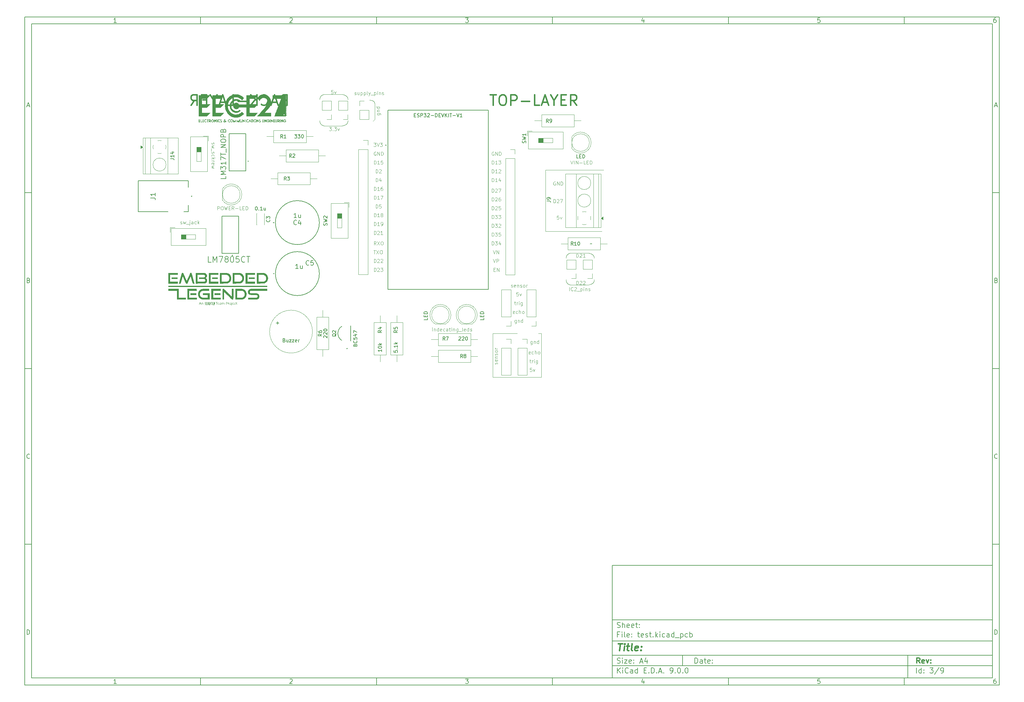
<source format=gbr>
%TF.GenerationSoftware,KiCad,Pcbnew,9.0.0*%
%TF.CreationDate,2025-04-04T13:57:26+02:00*%
%TF.ProjectId,test,74657374-2e6b-4696-9361-645f70636258,rev?*%
%TF.SameCoordinates,Original*%
%TF.FileFunction,Paste,Top*%
%TF.FilePolarity,Positive*%
%FSLAX46Y46*%
G04 Gerber Fmt 4.6, Leading zero omitted, Abs format (unit mm)*
G04 Created by KiCad (PCBNEW 9.0.0) date 2025-04-04 13:57:26*
%MOMM*%
%LPD*%
G01*
G04 APERTURE LIST*
%ADD10C,0.100000*%
%ADD11C,0.150000*%
%ADD12C,0.300000*%
%ADD13C,0.400000*%
%ADD14C,0.125000*%
%ADD15C,0.120000*%
%ADD16C,0.152400*%
%ADD17C,0.200000*%
%ADD18C,0.127000*%
%ADD19C,0.000000*%
G04 APERTURE END LIST*
D10*
D11*
X177002200Y-166007200D02*
X285002200Y-166007200D01*
X285002200Y-198007200D01*
X177002200Y-198007200D01*
X177002200Y-166007200D01*
D10*
D11*
X10000000Y-10000000D02*
X287002200Y-10000000D01*
X287002200Y-200007200D01*
X10000000Y-200007200D01*
X10000000Y-10000000D01*
D10*
D11*
X12000000Y-12000000D02*
X285002200Y-12000000D01*
X285002200Y-198007200D01*
X12000000Y-198007200D01*
X12000000Y-12000000D01*
D10*
D11*
X60000000Y-12000000D02*
X60000000Y-10000000D01*
D10*
D11*
X110000000Y-12000000D02*
X110000000Y-10000000D01*
D10*
D11*
X160000000Y-12000000D02*
X160000000Y-10000000D01*
D10*
D11*
X210000000Y-12000000D02*
X210000000Y-10000000D01*
D10*
D11*
X260000000Y-12000000D02*
X260000000Y-10000000D01*
D10*
D11*
X36089160Y-11593604D02*
X35346303Y-11593604D01*
X35717731Y-11593604D02*
X35717731Y-10293604D01*
X35717731Y-10293604D02*
X35593922Y-10479319D01*
X35593922Y-10479319D02*
X35470112Y-10603128D01*
X35470112Y-10603128D02*
X35346303Y-10665033D01*
D10*
D11*
X85346303Y-10417414D02*
X85408207Y-10355509D01*
X85408207Y-10355509D02*
X85532017Y-10293604D01*
X85532017Y-10293604D02*
X85841541Y-10293604D01*
X85841541Y-10293604D02*
X85965350Y-10355509D01*
X85965350Y-10355509D02*
X86027255Y-10417414D01*
X86027255Y-10417414D02*
X86089160Y-10541223D01*
X86089160Y-10541223D02*
X86089160Y-10665033D01*
X86089160Y-10665033D02*
X86027255Y-10850747D01*
X86027255Y-10850747D02*
X85284398Y-11593604D01*
X85284398Y-11593604D02*
X86089160Y-11593604D01*
D10*
D11*
X135284398Y-10293604D02*
X136089160Y-10293604D01*
X136089160Y-10293604D02*
X135655826Y-10788842D01*
X135655826Y-10788842D02*
X135841541Y-10788842D01*
X135841541Y-10788842D02*
X135965350Y-10850747D01*
X135965350Y-10850747D02*
X136027255Y-10912652D01*
X136027255Y-10912652D02*
X136089160Y-11036461D01*
X136089160Y-11036461D02*
X136089160Y-11345985D01*
X136089160Y-11345985D02*
X136027255Y-11469795D01*
X136027255Y-11469795D02*
X135965350Y-11531700D01*
X135965350Y-11531700D02*
X135841541Y-11593604D01*
X135841541Y-11593604D02*
X135470112Y-11593604D01*
X135470112Y-11593604D02*
X135346303Y-11531700D01*
X135346303Y-11531700D02*
X135284398Y-11469795D01*
D10*
D11*
X185965350Y-10726938D02*
X185965350Y-11593604D01*
X185655826Y-10231700D02*
X185346303Y-11160271D01*
X185346303Y-11160271D02*
X186151064Y-11160271D01*
D10*
D11*
X236027255Y-10293604D02*
X235408207Y-10293604D01*
X235408207Y-10293604D02*
X235346303Y-10912652D01*
X235346303Y-10912652D02*
X235408207Y-10850747D01*
X235408207Y-10850747D02*
X235532017Y-10788842D01*
X235532017Y-10788842D02*
X235841541Y-10788842D01*
X235841541Y-10788842D02*
X235965350Y-10850747D01*
X235965350Y-10850747D02*
X236027255Y-10912652D01*
X236027255Y-10912652D02*
X236089160Y-11036461D01*
X236089160Y-11036461D02*
X236089160Y-11345985D01*
X236089160Y-11345985D02*
X236027255Y-11469795D01*
X236027255Y-11469795D02*
X235965350Y-11531700D01*
X235965350Y-11531700D02*
X235841541Y-11593604D01*
X235841541Y-11593604D02*
X235532017Y-11593604D01*
X235532017Y-11593604D02*
X235408207Y-11531700D01*
X235408207Y-11531700D02*
X235346303Y-11469795D01*
D10*
D11*
X285965350Y-10293604D02*
X285717731Y-10293604D01*
X285717731Y-10293604D02*
X285593922Y-10355509D01*
X285593922Y-10355509D02*
X285532017Y-10417414D01*
X285532017Y-10417414D02*
X285408207Y-10603128D01*
X285408207Y-10603128D02*
X285346303Y-10850747D01*
X285346303Y-10850747D02*
X285346303Y-11345985D01*
X285346303Y-11345985D02*
X285408207Y-11469795D01*
X285408207Y-11469795D02*
X285470112Y-11531700D01*
X285470112Y-11531700D02*
X285593922Y-11593604D01*
X285593922Y-11593604D02*
X285841541Y-11593604D01*
X285841541Y-11593604D02*
X285965350Y-11531700D01*
X285965350Y-11531700D02*
X286027255Y-11469795D01*
X286027255Y-11469795D02*
X286089160Y-11345985D01*
X286089160Y-11345985D02*
X286089160Y-11036461D01*
X286089160Y-11036461D02*
X286027255Y-10912652D01*
X286027255Y-10912652D02*
X285965350Y-10850747D01*
X285965350Y-10850747D02*
X285841541Y-10788842D01*
X285841541Y-10788842D02*
X285593922Y-10788842D01*
X285593922Y-10788842D02*
X285470112Y-10850747D01*
X285470112Y-10850747D02*
X285408207Y-10912652D01*
X285408207Y-10912652D02*
X285346303Y-11036461D01*
D10*
D11*
X60000000Y-198007200D02*
X60000000Y-200007200D01*
D10*
D11*
X110000000Y-198007200D02*
X110000000Y-200007200D01*
D10*
D11*
X160000000Y-198007200D02*
X160000000Y-200007200D01*
D10*
D11*
X210000000Y-198007200D02*
X210000000Y-200007200D01*
D10*
D11*
X260000000Y-198007200D02*
X260000000Y-200007200D01*
D10*
D11*
X36089160Y-199600804D02*
X35346303Y-199600804D01*
X35717731Y-199600804D02*
X35717731Y-198300804D01*
X35717731Y-198300804D02*
X35593922Y-198486519D01*
X35593922Y-198486519D02*
X35470112Y-198610328D01*
X35470112Y-198610328D02*
X35346303Y-198672233D01*
D10*
D11*
X85346303Y-198424614D02*
X85408207Y-198362709D01*
X85408207Y-198362709D02*
X85532017Y-198300804D01*
X85532017Y-198300804D02*
X85841541Y-198300804D01*
X85841541Y-198300804D02*
X85965350Y-198362709D01*
X85965350Y-198362709D02*
X86027255Y-198424614D01*
X86027255Y-198424614D02*
X86089160Y-198548423D01*
X86089160Y-198548423D02*
X86089160Y-198672233D01*
X86089160Y-198672233D02*
X86027255Y-198857947D01*
X86027255Y-198857947D02*
X85284398Y-199600804D01*
X85284398Y-199600804D02*
X86089160Y-199600804D01*
D10*
D11*
X135284398Y-198300804D02*
X136089160Y-198300804D01*
X136089160Y-198300804D02*
X135655826Y-198796042D01*
X135655826Y-198796042D02*
X135841541Y-198796042D01*
X135841541Y-198796042D02*
X135965350Y-198857947D01*
X135965350Y-198857947D02*
X136027255Y-198919852D01*
X136027255Y-198919852D02*
X136089160Y-199043661D01*
X136089160Y-199043661D02*
X136089160Y-199353185D01*
X136089160Y-199353185D02*
X136027255Y-199476995D01*
X136027255Y-199476995D02*
X135965350Y-199538900D01*
X135965350Y-199538900D02*
X135841541Y-199600804D01*
X135841541Y-199600804D02*
X135470112Y-199600804D01*
X135470112Y-199600804D02*
X135346303Y-199538900D01*
X135346303Y-199538900D02*
X135284398Y-199476995D01*
D10*
D11*
X185965350Y-198734138D02*
X185965350Y-199600804D01*
X185655826Y-198238900D02*
X185346303Y-199167471D01*
X185346303Y-199167471D02*
X186151064Y-199167471D01*
D10*
D11*
X236027255Y-198300804D02*
X235408207Y-198300804D01*
X235408207Y-198300804D02*
X235346303Y-198919852D01*
X235346303Y-198919852D02*
X235408207Y-198857947D01*
X235408207Y-198857947D02*
X235532017Y-198796042D01*
X235532017Y-198796042D02*
X235841541Y-198796042D01*
X235841541Y-198796042D02*
X235965350Y-198857947D01*
X235965350Y-198857947D02*
X236027255Y-198919852D01*
X236027255Y-198919852D02*
X236089160Y-199043661D01*
X236089160Y-199043661D02*
X236089160Y-199353185D01*
X236089160Y-199353185D02*
X236027255Y-199476995D01*
X236027255Y-199476995D02*
X235965350Y-199538900D01*
X235965350Y-199538900D02*
X235841541Y-199600804D01*
X235841541Y-199600804D02*
X235532017Y-199600804D01*
X235532017Y-199600804D02*
X235408207Y-199538900D01*
X235408207Y-199538900D02*
X235346303Y-199476995D01*
D10*
D11*
X285965350Y-198300804D02*
X285717731Y-198300804D01*
X285717731Y-198300804D02*
X285593922Y-198362709D01*
X285593922Y-198362709D02*
X285532017Y-198424614D01*
X285532017Y-198424614D02*
X285408207Y-198610328D01*
X285408207Y-198610328D02*
X285346303Y-198857947D01*
X285346303Y-198857947D02*
X285346303Y-199353185D01*
X285346303Y-199353185D02*
X285408207Y-199476995D01*
X285408207Y-199476995D02*
X285470112Y-199538900D01*
X285470112Y-199538900D02*
X285593922Y-199600804D01*
X285593922Y-199600804D02*
X285841541Y-199600804D01*
X285841541Y-199600804D02*
X285965350Y-199538900D01*
X285965350Y-199538900D02*
X286027255Y-199476995D01*
X286027255Y-199476995D02*
X286089160Y-199353185D01*
X286089160Y-199353185D02*
X286089160Y-199043661D01*
X286089160Y-199043661D02*
X286027255Y-198919852D01*
X286027255Y-198919852D02*
X285965350Y-198857947D01*
X285965350Y-198857947D02*
X285841541Y-198796042D01*
X285841541Y-198796042D02*
X285593922Y-198796042D01*
X285593922Y-198796042D02*
X285470112Y-198857947D01*
X285470112Y-198857947D02*
X285408207Y-198919852D01*
X285408207Y-198919852D02*
X285346303Y-199043661D01*
D10*
D11*
X10000000Y-60000000D02*
X12000000Y-60000000D01*
D10*
D11*
X10000000Y-110000000D02*
X12000000Y-110000000D01*
D10*
D11*
X10000000Y-160000000D02*
X12000000Y-160000000D01*
D10*
D11*
X10690476Y-35222176D02*
X11309523Y-35222176D01*
X10566666Y-35593604D02*
X10999999Y-34293604D01*
X10999999Y-34293604D02*
X11433333Y-35593604D01*
D10*
D11*
X11092857Y-84912652D02*
X11278571Y-84974557D01*
X11278571Y-84974557D02*
X11340476Y-85036461D01*
X11340476Y-85036461D02*
X11402380Y-85160271D01*
X11402380Y-85160271D02*
X11402380Y-85345985D01*
X11402380Y-85345985D02*
X11340476Y-85469795D01*
X11340476Y-85469795D02*
X11278571Y-85531700D01*
X11278571Y-85531700D02*
X11154761Y-85593604D01*
X11154761Y-85593604D02*
X10659523Y-85593604D01*
X10659523Y-85593604D02*
X10659523Y-84293604D01*
X10659523Y-84293604D02*
X11092857Y-84293604D01*
X11092857Y-84293604D02*
X11216666Y-84355509D01*
X11216666Y-84355509D02*
X11278571Y-84417414D01*
X11278571Y-84417414D02*
X11340476Y-84541223D01*
X11340476Y-84541223D02*
X11340476Y-84665033D01*
X11340476Y-84665033D02*
X11278571Y-84788842D01*
X11278571Y-84788842D02*
X11216666Y-84850747D01*
X11216666Y-84850747D02*
X11092857Y-84912652D01*
X11092857Y-84912652D02*
X10659523Y-84912652D01*
D10*
D11*
X11402380Y-135469795D02*
X11340476Y-135531700D01*
X11340476Y-135531700D02*
X11154761Y-135593604D01*
X11154761Y-135593604D02*
X11030952Y-135593604D01*
X11030952Y-135593604D02*
X10845238Y-135531700D01*
X10845238Y-135531700D02*
X10721428Y-135407890D01*
X10721428Y-135407890D02*
X10659523Y-135284080D01*
X10659523Y-135284080D02*
X10597619Y-135036461D01*
X10597619Y-135036461D02*
X10597619Y-134850747D01*
X10597619Y-134850747D02*
X10659523Y-134603128D01*
X10659523Y-134603128D02*
X10721428Y-134479319D01*
X10721428Y-134479319D02*
X10845238Y-134355509D01*
X10845238Y-134355509D02*
X11030952Y-134293604D01*
X11030952Y-134293604D02*
X11154761Y-134293604D01*
X11154761Y-134293604D02*
X11340476Y-134355509D01*
X11340476Y-134355509D02*
X11402380Y-134417414D01*
D10*
D11*
X10659523Y-185593604D02*
X10659523Y-184293604D01*
X10659523Y-184293604D02*
X10969047Y-184293604D01*
X10969047Y-184293604D02*
X11154761Y-184355509D01*
X11154761Y-184355509D02*
X11278571Y-184479319D01*
X11278571Y-184479319D02*
X11340476Y-184603128D01*
X11340476Y-184603128D02*
X11402380Y-184850747D01*
X11402380Y-184850747D02*
X11402380Y-185036461D01*
X11402380Y-185036461D02*
X11340476Y-185284080D01*
X11340476Y-185284080D02*
X11278571Y-185407890D01*
X11278571Y-185407890D02*
X11154761Y-185531700D01*
X11154761Y-185531700D02*
X10969047Y-185593604D01*
X10969047Y-185593604D02*
X10659523Y-185593604D01*
D10*
D11*
X287002200Y-60000000D02*
X285002200Y-60000000D01*
D10*
D11*
X287002200Y-110000000D02*
X285002200Y-110000000D01*
D10*
D11*
X287002200Y-160000000D02*
X285002200Y-160000000D01*
D10*
D11*
X285692676Y-35222176D02*
X286311723Y-35222176D01*
X285568866Y-35593604D02*
X286002199Y-34293604D01*
X286002199Y-34293604D02*
X286435533Y-35593604D01*
D10*
D11*
X286095057Y-84912652D02*
X286280771Y-84974557D01*
X286280771Y-84974557D02*
X286342676Y-85036461D01*
X286342676Y-85036461D02*
X286404580Y-85160271D01*
X286404580Y-85160271D02*
X286404580Y-85345985D01*
X286404580Y-85345985D02*
X286342676Y-85469795D01*
X286342676Y-85469795D02*
X286280771Y-85531700D01*
X286280771Y-85531700D02*
X286156961Y-85593604D01*
X286156961Y-85593604D02*
X285661723Y-85593604D01*
X285661723Y-85593604D02*
X285661723Y-84293604D01*
X285661723Y-84293604D02*
X286095057Y-84293604D01*
X286095057Y-84293604D02*
X286218866Y-84355509D01*
X286218866Y-84355509D02*
X286280771Y-84417414D01*
X286280771Y-84417414D02*
X286342676Y-84541223D01*
X286342676Y-84541223D02*
X286342676Y-84665033D01*
X286342676Y-84665033D02*
X286280771Y-84788842D01*
X286280771Y-84788842D02*
X286218866Y-84850747D01*
X286218866Y-84850747D02*
X286095057Y-84912652D01*
X286095057Y-84912652D02*
X285661723Y-84912652D01*
D10*
D11*
X286404580Y-135469795D02*
X286342676Y-135531700D01*
X286342676Y-135531700D02*
X286156961Y-135593604D01*
X286156961Y-135593604D02*
X286033152Y-135593604D01*
X286033152Y-135593604D02*
X285847438Y-135531700D01*
X285847438Y-135531700D02*
X285723628Y-135407890D01*
X285723628Y-135407890D02*
X285661723Y-135284080D01*
X285661723Y-135284080D02*
X285599819Y-135036461D01*
X285599819Y-135036461D02*
X285599819Y-134850747D01*
X285599819Y-134850747D02*
X285661723Y-134603128D01*
X285661723Y-134603128D02*
X285723628Y-134479319D01*
X285723628Y-134479319D02*
X285847438Y-134355509D01*
X285847438Y-134355509D02*
X286033152Y-134293604D01*
X286033152Y-134293604D02*
X286156961Y-134293604D01*
X286156961Y-134293604D02*
X286342676Y-134355509D01*
X286342676Y-134355509D02*
X286404580Y-134417414D01*
D10*
D11*
X285661723Y-185593604D02*
X285661723Y-184293604D01*
X285661723Y-184293604D02*
X285971247Y-184293604D01*
X285971247Y-184293604D02*
X286156961Y-184355509D01*
X286156961Y-184355509D02*
X286280771Y-184479319D01*
X286280771Y-184479319D02*
X286342676Y-184603128D01*
X286342676Y-184603128D02*
X286404580Y-184850747D01*
X286404580Y-184850747D02*
X286404580Y-185036461D01*
X286404580Y-185036461D02*
X286342676Y-185284080D01*
X286342676Y-185284080D02*
X286280771Y-185407890D01*
X286280771Y-185407890D02*
X286156961Y-185531700D01*
X286156961Y-185531700D02*
X285971247Y-185593604D01*
X285971247Y-185593604D02*
X285661723Y-185593604D01*
D10*
D11*
X200458026Y-193793328D02*
X200458026Y-192293328D01*
X200458026Y-192293328D02*
X200815169Y-192293328D01*
X200815169Y-192293328D02*
X201029455Y-192364757D01*
X201029455Y-192364757D02*
X201172312Y-192507614D01*
X201172312Y-192507614D02*
X201243741Y-192650471D01*
X201243741Y-192650471D02*
X201315169Y-192936185D01*
X201315169Y-192936185D02*
X201315169Y-193150471D01*
X201315169Y-193150471D02*
X201243741Y-193436185D01*
X201243741Y-193436185D02*
X201172312Y-193579042D01*
X201172312Y-193579042D02*
X201029455Y-193721900D01*
X201029455Y-193721900D02*
X200815169Y-193793328D01*
X200815169Y-193793328D02*
X200458026Y-193793328D01*
X202600884Y-193793328D02*
X202600884Y-193007614D01*
X202600884Y-193007614D02*
X202529455Y-192864757D01*
X202529455Y-192864757D02*
X202386598Y-192793328D01*
X202386598Y-192793328D02*
X202100884Y-192793328D01*
X202100884Y-192793328D02*
X201958026Y-192864757D01*
X202600884Y-193721900D02*
X202458026Y-193793328D01*
X202458026Y-193793328D02*
X202100884Y-193793328D01*
X202100884Y-193793328D02*
X201958026Y-193721900D01*
X201958026Y-193721900D02*
X201886598Y-193579042D01*
X201886598Y-193579042D02*
X201886598Y-193436185D01*
X201886598Y-193436185D02*
X201958026Y-193293328D01*
X201958026Y-193293328D02*
X202100884Y-193221900D01*
X202100884Y-193221900D02*
X202458026Y-193221900D01*
X202458026Y-193221900D02*
X202600884Y-193150471D01*
X203100884Y-192793328D02*
X203672312Y-192793328D01*
X203315169Y-192293328D02*
X203315169Y-193579042D01*
X203315169Y-193579042D02*
X203386598Y-193721900D01*
X203386598Y-193721900D02*
X203529455Y-193793328D01*
X203529455Y-193793328D02*
X203672312Y-193793328D01*
X204743741Y-193721900D02*
X204600884Y-193793328D01*
X204600884Y-193793328D02*
X204315170Y-193793328D01*
X204315170Y-193793328D02*
X204172312Y-193721900D01*
X204172312Y-193721900D02*
X204100884Y-193579042D01*
X204100884Y-193579042D02*
X204100884Y-193007614D01*
X204100884Y-193007614D02*
X204172312Y-192864757D01*
X204172312Y-192864757D02*
X204315170Y-192793328D01*
X204315170Y-192793328D02*
X204600884Y-192793328D01*
X204600884Y-192793328D02*
X204743741Y-192864757D01*
X204743741Y-192864757D02*
X204815170Y-193007614D01*
X204815170Y-193007614D02*
X204815170Y-193150471D01*
X204815170Y-193150471D02*
X204100884Y-193293328D01*
X205458026Y-193650471D02*
X205529455Y-193721900D01*
X205529455Y-193721900D02*
X205458026Y-193793328D01*
X205458026Y-193793328D02*
X205386598Y-193721900D01*
X205386598Y-193721900D02*
X205458026Y-193650471D01*
X205458026Y-193650471D02*
X205458026Y-193793328D01*
X205458026Y-192864757D02*
X205529455Y-192936185D01*
X205529455Y-192936185D02*
X205458026Y-193007614D01*
X205458026Y-193007614D02*
X205386598Y-192936185D01*
X205386598Y-192936185D02*
X205458026Y-192864757D01*
X205458026Y-192864757D02*
X205458026Y-193007614D01*
D10*
D11*
X177002200Y-194507200D02*
X285002200Y-194507200D01*
D10*
D11*
X178458026Y-196593328D02*
X178458026Y-195093328D01*
X179315169Y-196593328D02*
X178672312Y-195736185D01*
X179315169Y-195093328D02*
X178458026Y-195950471D01*
X179958026Y-196593328D02*
X179958026Y-195593328D01*
X179958026Y-195093328D02*
X179886598Y-195164757D01*
X179886598Y-195164757D02*
X179958026Y-195236185D01*
X179958026Y-195236185D02*
X180029455Y-195164757D01*
X180029455Y-195164757D02*
X179958026Y-195093328D01*
X179958026Y-195093328D02*
X179958026Y-195236185D01*
X181529455Y-196450471D02*
X181458027Y-196521900D01*
X181458027Y-196521900D02*
X181243741Y-196593328D01*
X181243741Y-196593328D02*
X181100884Y-196593328D01*
X181100884Y-196593328D02*
X180886598Y-196521900D01*
X180886598Y-196521900D02*
X180743741Y-196379042D01*
X180743741Y-196379042D02*
X180672312Y-196236185D01*
X180672312Y-196236185D02*
X180600884Y-195950471D01*
X180600884Y-195950471D02*
X180600884Y-195736185D01*
X180600884Y-195736185D02*
X180672312Y-195450471D01*
X180672312Y-195450471D02*
X180743741Y-195307614D01*
X180743741Y-195307614D02*
X180886598Y-195164757D01*
X180886598Y-195164757D02*
X181100884Y-195093328D01*
X181100884Y-195093328D02*
X181243741Y-195093328D01*
X181243741Y-195093328D02*
X181458027Y-195164757D01*
X181458027Y-195164757D02*
X181529455Y-195236185D01*
X182815170Y-196593328D02*
X182815170Y-195807614D01*
X182815170Y-195807614D02*
X182743741Y-195664757D01*
X182743741Y-195664757D02*
X182600884Y-195593328D01*
X182600884Y-195593328D02*
X182315170Y-195593328D01*
X182315170Y-195593328D02*
X182172312Y-195664757D01*
X182815170Y-196521900D02*
X182672312Y-196593328D01*
X182672312Y-196593328D02*
X182315170Y-196593328D01*
X182315170Y-196593328D02*
X182172312Y-196521900D01*
X182172312Y-196521900D02*
X182100884Y-196379042D01*
X182100884Y-196379042D02*
X182100884Y-196236185D01*
X182100884Y-196236185D02*
X182172312Y-196093328D01*
X182172312Y-196093328D02*
X182315170Y-196021900D01*
X182315170Y-196021900D02*
X182672312Y-196021900D01*
X182672312Y-196021900D02*
X182815170Y-195950471D01*
X184172313Y-196593328D02*
X184172313Y-195093328D01*
X184172313Y-196521900D02*
X184029455Y-196593328D01*
X184029455Y-196593328D02*
X183743741Y-196593328D01*
X183743741Y-196593328D02*
X183600884Y-196521900D01*
X183600884Y-196521900D02*
X183529455Y-196450471D01*
X183529455Y-196450471D02*
X183458027Y-196307614D01*
X183458027Y-196307614D02*
X183458027Y-195879042D01*
X183458027Y-195879042D02*
X183529455Y-195736185D01*
X183529455Y-195736185D02*
X183600884Y-195664757D01*
X183600884Y-195664757D02*
X183743741Y-195593328D01*
X183743741Y-195593328D02*
X184029455Y-195593328D01*
X184029455Y-195593328D02*
X184172313Y-195664757D01*
X186029455Y-195807614D02*
X186529455Y-195807614D01*
X186743741Y-196593328D02*
X186029455Y-196593328D01*
X186029455Y-196593328D02*
X186029455Y-195093328D01*
X186029455Y-195093328D02*
X186743741Y-195093328D01*
X187386598Y-196450471D02*
X187458027Y-196521900D01*
X187458027Y-196521900D02*
X187386598Y-196593328D01*
X187386598Y-196593328D02*
X187315170Y-196521900D01*
X187315170Y-196521900D02*
X187386598Y-196450471D01*
X187386598Y-196450471D02*
X187386598Y-196593328D01*
X188100884Y-196593328D02*
X188100884Y-195093328D01*
X188100884Y-195093328D02*
X188458027Y-195093328D01*
X188458027Y-195093328D02*
X188672313Y-195164757D01*
X188672313Y-195164757D02*
X188815170Y-195307614D01*
X188815170Y-195307614D02*
X188886599Y-195450471D01*
X188886599Y-195450471D02*
X188958027Y-195736185D01*
X188958027Y-195736185D02*
X188958027Y-195950471D01*
X188958027Y-195950471D02*
X188886599Y-196236185D01*
X188886599Y-196236185D02*
X188815170Y-196379042D01*
X188815170Y-196379042D02*
X188672313Y-196521900D01*
X188672313Y-196521900D02*
X188458027Y-196593328D01*
X188458027Y-196593328D02*
X188100884Y-196593328D01*
X189600884Y-196450471D02*
X189672313Y-196521900D01*
X189672313Y-196521900D02*
X189600884Y-196593328D01*
X189600884Y-196593328D02*
X189529456Y-196521900D01*
X189529456Y-196521900D02*
X189600884Y-196450471D01*
X189600884Y-196450471D02*
X189600884Y-196593328D01*
X190243742Y-196164757D02*
X190958028Y-196164757D01*
X190100885Y-196593328D02*
X190600885Y-195093328D01*
X190600885Y-195093328D02*
X191100885Y-196593328D01*
X191600884Y-196450471D02*
X191672313Y-196521900D01*
X191672313Y-196521900D02*
X191600884Y-196593328D01*
X191600884Y-196593328D02*
X191529456Y-196521900D01*
X191529456Y-196521900D02*
X191600884Y-196450471D01*
X191600884Y-196450471D02*
X191600884Y-196593328D01*
X193529456Y-196593328D02*
X193815170Y-196593328D01*
X193815170Y-196593328D02*
X193958027Y-196521900D01*
X193958027Y-196521900D02*
X194029456Y-196450471D01*
X194029456Y-196450471D02*
X194172313Y-196236185D01*
X194172313Y-196236185D02*
X194243742Y-195950471D01*
X194243742Y-195950471D02*
X194243742Y-195379042D01*
X194243742Y-195379042D02*
X194172313Y-195236185D01*
X194172313Y-195236185D02*
X194100885Y-195164757D01*
X194100885Y-195164757D02*
X193958027Y-195093328D01*
X193958027Y-195093328D02*
X193672313Y-195093328D01*
X193672313Y-195093328D02*
X193529456Y-195164757D01*
X193529456Y-195164757D02*
X193458027Y-195236185D01*
X193458027Y-195236185D02*
X193386599Y-195379042D01*
X193386599Y-195379042D02*
X193386599Y-195736185D01*
X193386599Y-195736185D02*
X193458027Y-195879042D01*
X193458027Y-195879042D02*
X193529456Y-195950471D01*
X193529456Y-195950471D02*
X193672313Y-196021900D01*
X193672313Y-196021900D02*
X193958027Y-196021900D01*
X193958027Y-196021900D02*
X194100885Y-195950471D01*
X194100885Y-195950471D02*
X194172313Y-195879042D01*
X194172313Y-195879042D02*
X194243742Y-195736185D01*
X194886598Y-196450471D02*
X194958027Y-196521900D01*
X194958027Y-196521900D02*
X194886598Y-196593328D01*
X194886598Y-196593328D02*
X194815170Y-196521900D01*
X194815170Y-196521900D02*
X194886598Y-196450471D01*
X194886598Y-196450471D02*
X194886598Y-196593328D01*
X195886599Y-195093328D02*
X196029456Y-195093328D01*
X196029456Y-195093328D02*
X196172313Y-195164757D01*
X196172313Y-195164757D02*
X196243742Y-195236185D01*
X196243742Y-195236185D02*
X196315170Y-195379042D01*
X196315170Y-195379042D02*
X196386599Y-195664757D01*
X196386599Y-195664757D02*
X196386599Y-196021900D01*
X196386599Y-196021900D02*
X196315170Y-196307614D01*
X196315170Y-196307614D02*
X196243742Y-196450471D01*
X196243742Y-196450471D02*
X196172313Y-196521900D01*
X196172313Y-196521900D02*
X196029456Y-196593328D01*
X196029456Y-196593328D02*
X195886599Y-196593328D01*
X195886599Y-196593328D02*
X195743742Y-196521900D01*
X195743742Y-196521900D02*
X195672313Y-196450471D01*
X195672313Y-196450471D02*
X195600884Y-196307614D01*
X195600884Y-196307614D02*
X195529456Y-196021900D01*
X195529456Y-196021900D02*
X195529456Y-195664757D01*
X195529456Y-195664757D02*
X195600884Y-195379042D01*
X195600884Y-195379042D02*
X195672313Y-195236185D01*
X195672313Y-195236185D02*
X195743742Y-195164757D01*
X195743742Y-195164757D02*
X195886599Y-195093328D01*
X197029455Y-196450471D02*
X197100884Y-196521900D01*
X197100884Y-196521900D02*
X197029455Y-196593328D01*
X197029455Y-196593328D02*
X196958027Y-196521900D01*
X196958027Y-196521900D02*
X197029455Y-196450471D01*
X197029455Y-196450471D02*
X197029455Y-196593328D01*
X198029456Y-195093328D02*
X198172313Y-195093328D01*
X198172313Y-195093328D02*
X198315170Y-195164757D01*
X198315170Y-195164757D02*
X198386599Y-195236185D01*
X198386599Y-195236185D02*
X198458027Y-195379042D01*
X198458027Y-195379042D02*
X198529456Y-195664757D01*
X198529456Y-195664757D02*
X198529456Y-196021900D01*
X198529456Y-196021900D02*
X198458027Y-196307614D01*
X198458027Y-196307614D02*
X198386599Y-196450471D01*
X198386599Y-196450471D02*
X198315170Y-196521900D01*
X198315170Y-196521900D02*
X198172313Y-196593328D01*
X198172313Y-196593328D02*
X198029456Y-196593328D01*
X198029456Y-196593328D02*
X197886599Y-196521900D01*
X197886599Y-196521900D02*
X197815170Y-196450471D01*
X197815170Y-196450471D02*
X197743741Y-196307614D01*
X197743741Y-196307614D02*
X197672313Y-196021900D01*
X197672313Y-196021900D02*
X197672313Y-195664757D01*
X197672313Y-195664757D02*
X197743741Y-195379042D01*
X197743741Y-195379042D02*
X197815170Y-195236185D01*
X197815170Y-195236185D02*
X197886599Y-195164757D01*
X197886599Y-195164757D02*
X198029456Y-195093328D01*
D10*
D11*
X177002200Y-191507200D02*
X285002200Y-191507200D01*
D10*
D12*
X264413853Y-193785528D02*
X263913853Y-193071242D01*
X263556710Y-193785528D02*
X263556710Y-192285528D01*
X263556710Y-192285528D02*
X264128139Y-192285528D01*
X264128139Y-192285528D02*
X264270996Y-192356957D01*
X264270996Y-192356957D02*
X264342425Y-192428385D01*
X264342425Y-192428385D02*
X264413853Y-192571242D01*
X264413853Y-192571242D02*
X264413853Y-192785528D01*
X264413853Y-192785528D02*
X264342425Y-192928385D01*
X264342425Y-192928385D02*
X264270996Y-192999814D01*
X264270996Y-192999814D02*
X264128139Y-193071242D01*
X264128139Y-193071242D02*
X263556710Y-193071242D01*
X265628139Y-193714100D02*
X265485282Y-193785528D01*
X265485282Y-193785528D02*
X265199568Y-193785528D01*
X265199568Y-193785528D02*
X265056710Y-193714100D01*
X265056710Y-193714100D02*
X264985282Y-193571242D01*
X264985282Y-193571242D02*
X264985282Y-192999814D01*
X264985282Y-192999814D02*
X265056710Y-192856957D01*
X265056710Y-192856957D02*
X265199568Y-192785528D01*
X265199568Y-192785528D02*
X265485282Y-192785528D01*
X265485282Y-192785528D02*
X265628139Y-192856957D01*
X265628139Y-192856957D02*
X265699568Y-192999814D01*
X265699568Y-192999814D02*
X265699568Y-193142671D01*
X265699568Y-193142671D02*
X264985282Y-193285528D01*
X266199567Y-192785528D02*
X266556710Y-193785528D01*
X266556710Y-193785528D02*
X266913853Y-192785528D01*
X267485281Y-193642671D02*
X267556710Y-193714100D01*
X267556710Y-193714100D02*
X267485281Y-193785528D01*
X267485281Y-193785528D02*
X267413853Y-193714100D01*
X267413853Y-193714100D02*
X267485281Y-193642671D01*
X267485281Y-193642671D02*
X267485281Y-193785528D01*
X267485281Y-192856957D02*
X267556710Y-192928385D01*
X267556710Y-192928385D02*
X267485281Y-192999814D01*
X267485281Y-192999814D02*
X267413853Y-192928385D01*
X267413853Y-192928385D02*
X267485281Y-192856957D01*
X267485281Y-192856957D02*
X267485281Y-192999814D01*
D10*
D11*
X178386598Y-193721900D02*
X178600884Y-193793328D01*
X178600884Y-193793328D02*
X178958026Y-193793328D01*
X178958026Y-193793328D02*
X179100884Y-193721900D01*
X179100884Y-193721900D02*
X179172312Y-193650471D01*
X179172312Y-193650471D02*
X179243741Y-193507614D01*
X179243741Y-193507614D02*
X179243741Y-193364757D01*
X179243741Y-193364757D02*
X179172312Y-193221900D01*
X179172312Y-193221900D02*
X179100884Y-193150471D01*
X179100884Y-193150471D02*
X178958026Y-193079042D01*
X178958026Y-193079042D02*
X178672312Y-193007614D01*
X178672312Y-193007614D02*
X178529455Y-192936185D01*
X178529455Y-192936185D02*
X178458026Y-192864757D01*
X178458026Y-192864757D02*
X178386598Y-192721900D01*
X178386598Y-192721900D02*
X178386598Y-192579042D01*
X178386598Y-192579042D02*
X178458026Y-192436185D01*
X178458026Y-192436185D02*
X178529455Y-192364757D01*
X178529455Y-192364757D02*
X178672312Y-192293328D01*
X178672312Y-192293328D02*
X179029455Y-192293328D01*
X179029455Y-192293328D02*
X179243741Y-192364757D01*
X179886597Y-193793328D02*
X179886597Y-192793328D01*
X179886597Y-192293328D02*
X179815169Y-192364757D01*
X179815169Y-192364757D02*
X179886597Y-192436185D01*
X179886597Y-192436185D02*
X179958026Y-192364757D01*
X179958026Y-192364757D02*
X179886597Y-192293328D01*
X179886597Y-192293328D02*
X179886597Y-192436185D01*
X180458026Y-192793328D02*
X181243741Y-192793328D01*
X181243741Y-192793328D02*
X180458026Y-193793328D01*
X180458026Y-193793328D02*
X181243741Y-193793328D01*
X182386598Y-193721900D02*
X182243741Y-193793328D01*
X182243741Y-193793328D02*
X181958027Y-193793328D01*
X181958027Y-193793328D02*
X181815169Y-193721900D01*
X181815169Y-193721900D02*
X181743741Y-193579042D01*
X181743741Y-193579042D02*
X181743741Y-193007614D01*
X181743741Y-193007614D02*
X181815169Y-192864757D01*
X181815169Y-192864757D02*
X181958027Y-192793328D01*
X181958027Y-192793328D02*
X182243741Y-192793328D01*
X182243741Y-192793328D02*
X182386598Y-192864757D01*
X182386598Y-192864757D02*
X182458027Y-193007614D01*
X182458027Y-193007614D02*
X182458027Y-193150471D01*
X182458027Y-193150471D02*
X181743741Y-193293328D01*
X183100883Y-193650471D02*
X183172312Y-193721900D01*
X183172312Y-193721900D02*
X183100883Y-193793328D01*
X183100883Y-193793328D02*
X183029455Y-193721900D01*
X183029455Y-193721900D02*
X183100883Y-193650471D01*
X183100883Y-193650471D02*
X183100883Y-193793328D01*
X183100883Y-192864757D02*
X183172312Y-192936185D01*
X183172312Y-192936185D02*
X183100883Y-193007614D01*
X183100883Y-193007614D02*
X183029455Y-192936185D01*
X183029455Y-192936185D02*
X183100883Y-192864757D01*
X183100883Y-192864757D02*
X183100883Y-193007614D01*
X184886598Y-193364757D02*
X185600884Y-193364757D01*
X184743741Y-193793328D02*
X185243741Y-192293328D01*
X185243741Y-192293328D02*
X185743741Y-193793328D01*
X186886598Y-192793328D02*
X186886598Y-193793328D01*
X186529455Y-192221900D02*
X186172312Y-193293328D01*
X186172312Y-193293328D02*
X187100883Y-193293328D01*
D10*
D11*
X263458026Y-196593328D02*
X263458026Y-195093328D01*
X264815170Y-196593328D02*
X264815170Y-195093328D01*
X264815170Y-196521900D02*
X264672312Y-196593328D01*
X264672312Y-196593328D02*
X264386598Y-196593328D01*
X264386598Y-196593328D02*
X264243741Y-196521900D01*
X264243741Y-196521900D02*
X264172312Y-196450471D01*
X264172312Y-196450471D02*
X264100884Y-196307614D01*
X264100884Y-196307614D02*
X264100884Y-195879042D01*
X264100884Y-195879042D02*
X264172312Y-195736185D01*
X264172312Y-195736185D02*
X264243741Y-195664757D01*
X264243741Y-195664757D02*
X264386598Y-195593328D01*
X264386598Y-195593328D02*
X264672312Y-195593328D01*
X264672312Y-195593328D02*
X264815170Y-195664757D01*
X265529455Y-196450471D02*
X265600884Y-196521900D01*
X265600884Y-196521900D02*
X265529455Y-196593328D01*
X265529455Y-196593328D02*
X265458027Y-196521900D01*
X265458027Y-196521900D02*
X265529455Y-196450471D01*
X265529455Y-196450471D02*
X265529455Y-196593328D01*
X265529455Y-195664757D02*
X265600884Y-195736185D01*
X265600884Y-195736185D02*
X265529455Y-195807614D01*
X265529455Y-195807614D02*
X265458027Y-195736185D01*
X265458027Y-195736185D02*
X265529455Y-195664757D01*
X265529455Y-195664757D02*
X265529455Y-195807614D01*
X267243741Y-195093328D02*
X268172313Y-195093328D01*
X268172313Y-195093328D02*
X267672313Y-195664757D01*
X267672313Y-195664757D02*
X267886598Y-195664757D01*
X267886598Y-195664757D02*
X268029456Y-195736185D01*
X268029456Y-195736185D02*
X268100884Y-195807614D01*
X268100884Y-195807614D02*
X268172313Y-195950471D01*
X268172313Y-195950471D02*
X268172313Y-196307614D01*
X268172313Y-196307614D02*
X268100884Y-196450471D01*
X268100884Y-196450471D02*
X268029456Y-196521900D01*
X268029456Y-196521900D02*
X267886598Y-196593328D01*
X267886598Y-196593328D02*
X267458027Y-196593328D01*
X267458027Y-196593328D02*
X267315170Y-196521900D01*
X267315170Y-196521900D02*
X267243741Y-196450471D01*
X269886598Y-195021900D02*
X268600884Y-196950471D01*
X270458027Y-196593328D02*
X270743741Y-196593328D01*
X270743741Y-196593328D02*
X270886598Y-196521900D01*
X270886598Y-196521900D02*
X270958027Y-196450471D01*
X270958027Y-196450471D02*
X271100884Y-196236185D01*
X271100884Y-196236185D02*
X271172313Y-195950471D01*
X271172313Y-195950471D02*
X271172313Y-195379042D01*
X271172313Y-195379042D02*
X271100884Y-195236185D01*
X271100884Y-195236185D02*
X271029456Y-195164757D01*
X271029456Y-195164757D02*
X270886598Y-195093328D01*
X270886598Y-195093328D02*
X270600884Y-195093328D01*
X270600884Y-195093328D02*
X270458027Y-195164757D01*
X270458027Y-195164757D02*
X270386598Y-195236185D01*
X270386598Y-195236185D02*
X270315170Y-195379042D01*
X270315170Y-195379042D02*
X270315170Y-195736185D01*
X270315170Y-195736185D02*
X270386598Y-195879042D01*
X270386598Y-195879042D02*
X270458027Y-195950471D01*
X270458027Y-195950471D02*
X270600884Y-196021900D01*
X270600884Y-196021900D02*
X270886598Y-196021900D01*
X270886598Y-196021900D02*
X271029456Y-195950471D01*
X271029456Y-195950471D02*
X271100884Y-195879042D01*
X271100884Y-195879042D02*
X271172313Y-195736185D01*
D10*
D11*
X177002200Y-187507200D02*
X285002200Y-187507200D01*
D10*
D13*
X178693928Y-188211638D02*
X179836785Y-188211638D01*
X179015357Y-190211638D02*
X179265357Y-188211638D01*
X180253452Y-190211638D02*
X180420119Y-188878304D01*
X180503452Y-188211638D02*
X180396309Y-188306876D01*
X180396309Y-188306876D02*
X180479643Y-188402114D01*
X180479643Y-188402114D02*
X180586786Y-188306876D01*
X180586786Y-188306876D02*
X180503452Y-188211638D01*
X180503452Y-188211638D02*
X180479643Y-188402114D01*
X181086786Y-188878304D02*
X181848690Y-188878304D01*
X181455833Y-188211638D02*
X181241548Y-189925923D01*
X181241548Y-189925923D02*
X181312976Y-190116400D01*
X181312976Y-190116400D02*
X181491548Y-190211638D01*
X181491548Y-190211638D02*
X181682024Y-190211638D01*
X182634405Y-190211638D02*
X182455833Y-190116400D01*
X182455833Y-190116400D02*
X182384405Y-189925923D01*
X182384405Y-189925923D02*
X182598690Y-188211638D01*
X184170119Y-190116400D02*
X183967738Y-190211638D01*
X183967738Y-190211638D02*
X183586785Y-190211638D01*
X183586785Y-190211638D02*
X183408214Y-190116400D01*
X183408214Y-190116400D02*
X183336785Y-189925923D01*
X183336785Y-189925923D02*
X183432024Y-189164019D01*
X183432024Y-189164019D02*
X183551071Y-188973542D01*
X183551071Y-188973542D02*
X183753452Y-188878304D01*
X183753452Y-188878304D02*
X184134404Y-188878304D01*
X184134404Y-188878304D02*
X184312976Y-188973542D01*
X184312976Y-188973542D02*
X184384404Y-189164019D01*
X184384404Y-189164019D02*
X184360595Y-189354495D01*
X184360595Y-189354495D02*
X183384404Y-189544971D01*
X185134405Y-190021161D02*
X185217738Y-190116400D01*
X185217738Y-190116400D02*
X185110595Y-190211638D01*
X185110595Y-190211638D02*
X185027262Y-190116400D01*
X185027262Y-190116400D02*
X185134405Y-190021161D01*
X185134405Y-190021161D02*
X185110595Y-190211638D01*
X185265357Y-188973542D02*
X185348690Y-189068780D01*
X185348690Y-189068780D02*
X185241548Y-189164019D01*
X185241548Y-189164019D02*
X185158214Y-189068780D01*
X185158214Y-189068780D02*
X185265357Y-188973542D01*
X185265357Y-188973542D02*
X185241548Y-189164019D01*
D10*
D11*
X178958026Y-185607614D02*
X178458026Y-185607614D01*
X178458026Y-186393328D02*
X178458026Y-184893328D01*
X178458026Y-184893328D02*
X179172312Y-184893328D01*
X179743740Y-186393328D02*
X179743740Y-185393328D01*
X179743740Y-184893328D02*
X179672312Y-184964757D01*
X179672312Y-184964757D02*
X179743740Y-185036185D01*
X179743740Y-185036185D02*
X179815169Y-184964757D01*
X179815169Y-184964757D02*
X179743740Y-184893328D01*
X179743740Y-184893328D02*
X179743740Y-185036185D01*
X180672312Y-186393328D02*
X180529455Y-186321900D01*
X180529455Y-186321900D02*
X180458026Y-186179042D01*
X180458026Y-186179042D02*
X180458026Y-184893328D01*
X181815169Y-186321900D02*
X181672312Y-186393328D01*
X181672312Y-186393328D02*
X181386598Y-186393328D01*
X181386598Y-186393328D02*
X181243740Y-186321900D01*
X181243740Y-186321900D02*
X181172312Y-186179042D01*
X181172312Y-186179042D02*
X181172312Y-185607614D01*
X181172312Y-185607614D02*
X181243740Y-185464757D01*
X181243740Y-185464757D02*
X181386598Y-185393328D01*
X181386598Y-185393328D02*
X181672312Y-185393328D01*
X181672312Y-185393328D02*
X181815169Y-185464757D01*
X181815169Y-185464757D02*
X181886598Y-185607614D01*
X181886598Y-185607614D02*
X181886598Y-185750471D01*
X181886598Y-185750471D02*
X181172312Y-185893328D01*
X182529454Y-186250471D02*
X182600883Y-186321900D01*
X182600883Y-186321900D02*
X182529454Y-186393328D01*
X182529454Y-186393328D02*
X182458026Y-186321900D01*
X182458026Y-186321900D02*
X182529454Y-186250471D01*
X182529454Y-186250471D02*
X182529454Y-186393328D01*
X182529454Y-185464757D02*
X182600883Y-185536185D01*
X182600883Y-185536185D02*
X182529454Y-185607614D01*
X182529454Y-185607614D02*
X182458026Y-185536185D01*
X182458026Y-185536185D02*
X182529454Y-185464757D01*
X182529454Y-185464757D02*
X182529454Y-185607614D01*
X184172312Y-185393328D02*
X184743740Y-185393328D01*
X184386597Y-184893328D02*
X184386597Y-186179042D01*
X184386597Y-186179042D02*
X184458026Y-186321900D01*
X184458026Y-186321900D02*
X184600883Y-186393328D01*
X184600883Y-186393328D02*
X184743740Y-186393328D01*
X185815169Y-186321900D02*
X185672312Y-186393328D01*
X185672312Y-186393328D02*
X185386598Y-186393328D01*
X185386598Y-186393328D02*
X185243740Y-186321900D01*
X185243740Y-186321900D02*
X185172312Y-186179042D01*
X185172312Y-186179042D02*
X185172312Y-185607614D01*
X185172312Y-185607614D02*
X185243740Y-185464757D01*
X185243740Y-185464757D02*
X185386598Y-185393328D01*
X185386598Y-185393328D02*
X185672312Y-185393328D01*
X185672312Y-185393328D02*
X185815169Y-185464757D01*
X185815169Y-185464757D02*
X185886598Y-185607614D01*
X185886598Y-185607614D02*
X185886598Y-185750471D01*
X185886598Y-185750471D02*
X185172312Y-185893328D01*
X186458026Y-186321900D02*
X186600883Y-186393328D01*
X186600883Y-186393328D02*
X186886597Y-186393328D01*
X186886597Y-186393328D02*
X187029454Y-186321900D01*
X187029454Y-186321900D02*
X187100883Y-186179042D01*
X187100883Y-186179042D02*
X187100883Y-186107614D01*
X187100883Y-186107614D02*
X187029454Y-185964757D01*
X187029454Y-185964757D02*
X186886597Y-185893328D01*
X186886597Y-185893328D02*
X186672312Y-185893328D01*
X186672312Y-185893328D02*
X186529454Y-185821900D01*
X186529454Y-185821900D02*
X186458026Y-185679042D01*
X186458026Y-185679042D02*
X186458026Y-185607614D01*
X186458026Y-185607614D02*
X186529454Y-185464757D01*
X186529454Y-185464757D02*
X186672312Y-185393328D01*
X186672312Y-185393328D02*
X186886597Y-185393328D01*
X186886597Y-185393328D02*
X187029454Y-185464757D01*
X187529455Y-185393328D02*
X188100883Y-185393328D01*
X187743740Y-184893328D02*
X187743740Y-186179042D01*
X187743740Y-186179042D02*
X187815169Y-186321900D01*
X187815169Y-186321900D02*
X187958026Y-186393328D01*
X187958026Y-186393328D02*
X188100883Y-186393328D01*
X188600883Y-186250471D02*
X188672312Y-186321900D01*
X188672312Y-186321900D02*
X188600883Y-186393328D01*
X188600883Y-186393328D02*
X188529455Y-186321900D01*
X188529455Y-186321900D02*
X188600883Y-186250471D01*
X188600883Y-186250471D02*
X188600883Y-186393328D01*
X189315169Y-186393328D02*
X189315169Y-184893328D01*
X189458027Y-185821900D02*
X189886598Y-186393328D01*
X189886598Y-185393328D02*
X189315169Y-185964757D01*
X190529455Y-186393328D02*
X190529455Y-185393328D01*
X190529455Y-184893328D02*
X190458027Y-184964757D01*
X190458027Y-184964757D02*
X190529455Y-185036185D01*
X190529455Y-185036185D02*
X190600884Y-184964757D01*
X190600884Y-184964757D02*
X190529455Y-184893328D01*
X190529455Y-184893328D02*
X190529455Y-185036185D01*
X191886599Y-186321900D02*
X191743741Y-186393328D01*
X191743741Y-186393328D02*
X191458027Y-186393328D01*
X191458027Y-186393328D02*
X191315170Y-186321900D01*
X191315170Y-186321900D02*
X191243741Y-186250471D01*
X191243741Y-186250471D02*
X191172313Y-186107614D01*
X191172313Y-186107614D02*
X191172313Y-185679042D01*
X191172313Y-185679042D02*
X191243741Y-185536185D01*
X191243741Y-185536185D02*
X191315170Y-185464757D01*
X191315170Y-185464757D02*
X191458027Y-185393328D01*
X191458027Y-185393328D02*
X191743741Y-185393328D01*
X191743741Y-185393328D02*
X191886599Y-185464757D01*
X193172313Y-186393328D02*
X193172313Y-185607614D01*
X193172313Y-185607614D02*
X193100884Y-185464757D01*
X193100884Y-185464757D02*
X192958027Y-185393328D01*
X192958027Y-185393328D02*
X192672313Y-185393328D01*
X192672313Y-185393328D02*
X192529455Y-185464757D01*
X193172313Y-186321900D02*
X193029455Y-186393328D01*
X193029455Y-186393328D02*
X192672313Y-186393328D01*
X192672313Y-186393328D02*
X192529455Y-186321900D01*
X192529455Y-186321900D02*
X192458027Y-186179042D01*
X192458027Y-186179042D02*
X192458027Y-186036185D01*
X192458027Y-186036185D02*
X192529455Y-185893328D01*
X192529455Y-185893328D02*
X192672313Y-185821900D01*
X192672313Y-185821900D02*
X193029455Y-185821900D01*
X193029455Y-185821900D02*
X193172313Y-185750471D01*
X194529456Y-186393328D02*
X194529456Y-184893328D01*
X194529456Y-186321900D02*
X194386598Y-186393328D01*
X194386598Y-186393328D02*
X194100884Y-186393328D01*
X194100884Y-186393328D02*
X193958027Y-186321900D01*
X193958027Y-186321900D02*
X193886598Y-186250471D01*
X193886598Y-186250471D02*
X193815170Y-186107614D01*
X193815170Y-186107614D02*
X193815170Y-185679042D01*
X193815170Y-185679042D02*
X193886598Y-185536185D01*
X193886598Y-185536185D02*
X193958027Y-185464757D01*
X193958027Y-185464757D02*
X194100884Y-185393328D01*
X194100884Y-185393328D02*
X194386598Y-185393328D01*
X194386598Y-185393328D02*
X194529456Y-185464757D01*
X194886599Y-186536185D02*
X196029456Y-186536185D01*
X196386598Y-185393328D02*
X196386598Y-186893328D01*
X196386598Y-185464757D02*
X196529456Y-185393328D01*
X196529456Y-185393328D02*
X196815170Y-185393328D01*
X196815170Y-185393328D02*
X196958027Y-185464757D01*
X196958027Y-185464757D02*
X197029456Y-185536185D01*
X197029456Y-185536185D02*
X197100884Y-185679042D01*
X197100884Y-185679042D02*
X197100884Y-186107614D01*
X197100884Y-186107614D02*
X197029456Y-186250471D01*
X197029456Y-186250471D02*
X196958027Y-186321900D01*
X196958027Y-186321900D02*
X196815170Y-186393328D01*
X196815170Y-186393328D02*
X196529456Y-186393328D01*
X196529456Y-186393328D02*
X196386598Y-186321900D01*
X198386599Y-186321900D02*
X198243741Y-186393328D01*
X198243741Y-186393328D02*
X197958027Y-186393328D01*
X197958027Y-186393328D02*
X197815170Y-186321900D01*
X197815170Y-186321900D02*
X197743741Y-186250471D01*
X197743741Y-186250471D02*
X197672313Y-186107614D01*
X197672313Y-186107614D02*
X197672313Y-185679042D01*
X197672313Y-185679042D02*
X197743741Y-185536185D01*
X197743741Y-185536185D02*
X197815170Y-185464757D01*
X197815170Y-185464757D02*
X197958027Y-185393328D01*
X197958027Y-185393328D02*
X198243741Y-185393328D01*
X198243741Y-185393328D02*
X198386599Y-185464757D01*
X199029455Y-186393328D02*
X199029455Y-184893328D01*
X199029455Y-185464757D02*
X199172313Y-185393328D01*
X199172313Y-185393328D02*
X199458027Y-185393328D01*
X199458027Y-185393328D02*
X199600884Y-185464757D01*
X199600884Y-185464757D02*
X199672313Y-185536185D01*
X199672313Y-185536185D02*
X199743741Y-185679042D01*
X199743741Y-185679042D02*
X199743741Y-186107614D01*
X199743741Y-186107614D02*
X199672313Y-186250471D01*
X199672313Y-186250471D02*
X199600884Y-186321900D01*
X199600884Y-186321900D02*
X199458027Y-186393328D01*
X199458027Y-186393328D02*
X199172313Y-186393328D01*
X199172313Y-186393328D02*
X199029455Y-186321900D01*
D10*
D11*
X177002200Y-181507200D02*
X285002200Y-181507200D01*
D10*
D11*
X178386598Y-183621900D02*
X178600884Y-183693328D01*
X178600884Y-183693328D02*
X178958026Y-183693328D01*
X178958026Y-183693328D02*
X179100884Y-183621900D01*
X179100884Y-183621900D02*
X179172312Y-183550471D01*
X179172312Y-183550471D02*
X179243741Y-183407614D01*
X179243741Y-183407614D02*
X179243741Y-183264757D01*
X179243741Y-183264757D02*
X179172312Y-183121900D01*
X179172312Y-183121900D02*
X179100884Y-183050471D01*
X179100884Y-183050471D02*
X178958026Y-182979042D01*
X178958026Y-182979042D02*
X178672312Y-182907614D01*
X178672312Y-182907614D02*
X178529455Y-182836185D01*
X178529455Y-182836185D02*
X178458026Y-182764757D01*
X178458026Y-182764757D02*
X178386598Y-182621900D01*
X178386598Y-182621900D02*
X178386598Y-182479042D01*
X178386598Y-182479042D02*
X178458026Y-182336185D01*
X178458026Y-182336185D02*
X178529455Y-182264757D01*
X178529455Y-182264757D02*
X178672312Y-182193328D01*
X178672312Y-182193328D02*
X179029455Y-182193328D01*
X179029455Y-182193328D02*
X179243741Y-182264757D01*
X179886597Y-183693328D02*
X179886597Y-182193328D01*
X180529455Y-183693328D02*
X180529455Y-182907614D01*
X180529455Y-182907614D02*
X180458026Y-182764757D01*
X180458026Y-182764757D02*
X180315169Y-182693328D01*
X180315169Y-182693328D02*
X180100883Y-182693328D01*
X180100883Y-182693328D02*
X179958026Y-182764757D01*
X179958026Y-182764757D02*
X179886597Y-182836185D01*
X181815169Y-183621900D02*
X181672312Y-183693328D01*
X181672312Y-183693328D02*
X181386598Y-183693328D01*
X181386598Y-183693328D02*
X181243740Y-183621900D01*
X181243740Y-183621900D02*
X181172312Y-183479042D01*
X181172312Y-183479042D02*
X181172312Y-182907614D01*
X181172312Y-182907614D02*
X181243740Y-182764757D01*
X181243740Y-182764757D02*
X181386598Y-182693328D01*
X181386598Y-182693328D02*
X181672312Y-182693328D01*
X181672312Y-182693328D02*
X181815169Y-182764757D01*
X181815169Y-182764757D02*
X181886598Y-182907614D01*
X181886598Y-182907614D02*
X181886598Y-183050471D01*
X181886598Y-183050471D02*
X181172312Y-183193328D01*
X183100883Y-183621900D02*
X182958026Y-183693328D01*
X182958026Y-183693328D02*
X182672312Y-183693328D01*
X182672312Y-183693328D02*
X182529454Y-183621900D01*
X182529454Y-183621900D02*
X182458026Y-183479042D01*
X182458026Y-183479042D02*
X182458026Y-182907614D01*
X182458026Y-182907614D02*
X182529454Y-182764757D01*
X182529454Y-182764757D02*
X182672312Y-182693328D01*
X182672312Y-182693328D02*
X182958026Y-182693328D01*
X182958026Y-182693328D02*
X183100883Y-182764757D01*
X183100883Y-182764757D02*
X183172312Y-182907614D01*
X183172312Y-182907614D02*
X183172312Y-183050471D01*
X183172312Y-183050471D02*
X182458026Y-183193328D01*
X183600883Y-182693328D02*
X184172311Y-182693328D01*
X183815168Y-182193328D02*
X183815168Y-183479042D01*
X183815168Y-183479042D02*
X183886597Y-183621900D01*
X183886597Y-183621900D02*
X184029454Y-183693328D01*
X184029454Y-183693328D02*
X184172311Y-183693328D01*
X184672311Y-183550471D02*
X184743740Y-183621900D01*
X184743740Y-183621900D02*
X184672311Y-183693328D01*
X184672311Y-183693328D02*
X184600883Y-183621900D01*
X184600883Y-183621900D02*
X184672311Y-183550471D01*
X184672311Y-183550471D02*
X184672311Y-183693328D01*
X184672311Y-182764757D02*
X184743740Y-182836185D01*
X184743740Y-182836185D02*
X184672311Y-182907614D01*
X184672311Y-182907614D02*
X184600883Y-182836185D01*
X184600883Y-182836185D02*
X184672311Y-182764757D01*
X184672311Y-182764757D02*
X184672311Y-182907614D01*
D10*
D11*
X197002200Y-191507200D02*
X197002200Y-194507200D01*
D10*
D11*
X261002200Y-191507200D02*
X261002200Y-198007200D01*
D13*
X83522557Y-33540628D02*
X83093985Y-33683485D01*
X83093985Y-33683485D02*
X82951128Y-33826342D01*
X82951128Y-33826342D02*
X82808271Y-34112057D01*
X82808271Y-34112057D02*
X82808271Y-34540628D01*
X82808271Y-34540628D02*
X82951128Y-34826342D01*
X82951128Y-34826342D02*
X83093985Y-34969200D01*
X83093985Y-34969200D02*
X83379700Y-35112057D01*
X83379700Y-35112057D02*
X84522557Y-35112057D01*
X84522557Y-35112057D02*
X84522557Y-32112057D01*
X84522557Y-32112057D02*
X83522557Y-32112057D01*
X83522557Y-32112057D02*
X83236843Y-32254914D01*
X83236843Y-32254914D02*
X83093985Y-32397771D01*
X83093985Y-32397771D02*
X82951128Y-32683485D01*
X82951128Y-32683485D02*
X82951128Y-32969200D01*
X82951128Y-32969200D02*
X83093985Y-33254914D01*
X83093985Y-33254914D02*
X83236843Y-33397771D01*
X83236843Y-33397771D02*
X83522557Y-33540628D01*
X83522557Y-33540628D02*
X84522557Y-33540628D01*
X81665414Y-34254914D02*
X80236843Y-34254914D01*
X81951128Y-35112057D02*
X80951128Y-32112057D01*
X80951128Y-32112057D02*
X79951128Y-35112057D01*
X77236842Y-34826342D02*
X77379699Y-34969200D01*
X77379699Y-34969200D02*
X77808271Y-35112057D01*
X77808271Y-35112057D02*
X78093985Y-35112057D01*
X78093985Y-35112057D02*
X78522556Y-34969200D01*
X78522556Y-34969200D02*
X78808271Y-34683485D01*
X78808271Y-34683485D02*
X78951128Y-34397771D01*
X78951128Y-34397771D02*
X79093985Y-33826342D01*
X79093985Y-33826342D02*
X79093985Y-33397771D01*
X79093985Y-33397771D02*
X78951128Y-32826342D01*
X78951128Y-32826342D02*
X78808271Y-32540628D01*
X78808271Y-32540628D02*
X78522556Y-32254914D01*
X78522556Y-32254914D02*
X78093985Y-32112057D01*
X78093985Y-32112057D02*
X77808271Y-32112057D01*
X77808271Y-32112057D02*
X77379699Y-32254914D01*
X77379699Y-32254914D02*
X77236842Y-32397771D01*
X75951128Y-35112057D02*
X75951128Y-32112057D01*
X74236842Y-35112057D02*
X75522556Y-33397771D01*
X74236842Y-32112057D02*
X75951128Y-33826342D01*
X72951128Y-33969200D02*
X70665414Y-33969200D01*
X67808270Y-35112057D02*
X69236842Y-35112057D01*
X69236842Y-35112057D02*
X69236842Y-32112057D01*
X66951128Y-34254914D02*
X65522557Y-34254914D01*
X67236842Y-35112057D02*
X66236842Y-32112057D01*
X66236842Y-32112057D02*
X65236842Y-35112057D01*
X63665413Y-33683485D02*
X63665413Y-35112057D01*
X64665413Y-32112057D02*
X63665413Y-33683485D01*
X63665413Y-33683485D02*
X62665413Y-32112057D01*
X61665413Y-33540628D02*
X60665413Y-33540628D01*
X60236841Y-35112057D02*
X61665413Y-35112057D01*
X61665413Y-35112057D02*
X61665413Y-32112057D01*
X61665413Y-32112057D02*
X60236841Y-32112057D01*
X57236841Y-35112057D02*
X58236841Y-33683485D01*
X58951127Y-35112057D02*
X58951127Y-32112057D01*
X58951127Y-32112057D02*
X57808270Y-32112057D01*
X57808270Y-32112057D02*
X57522555Y-32254914D01*
X57522555Y-32254914D02*
X57379698Y-32397771D01*
X57379698Y-32397771D02*
X57236841Y-32683485D01*
X57236841Y-32683485D02*
X57236841Y-33112057D01*
X57236841Y-33112057D02*
X57379698Y-33397771D01*
X57379698Y-33397771D02*
X57522555Y-33540628D01*
X57522555Y-33540628D02*
X57808270Y-33683485D01*
X57808270Y-33683485D02*
X58951127Y-33683485D01*
D10*
X109470000Y-34660000D02*
X109470000Y-39160000D01*
X156850000Y-100000000D02*
X156000000Y-100000000D01*
X174000000Y-71000000D02*
X158000000Y-71000000D01*
X143000000Y-100000000D02*
X150000000Y-100000000D01*
X158000000Y-53500000D02*
X174500000Y-53500000D01*
X143000000Y-100000000D02*
X143000000Y-112500000D01*
X93850000Y-39500000D02*
X93850010Y-39506698D01*
X93850040Y-39513376D01*
X93850090Y-39520035D01*
X93850159Y-39526673D01*
X93850249Y-39533292D01*
X93850358Y-39539891D01*
X93850487Y-39546470D01*
X93850635Y-39553030D01*
X93850803Y-39559570D01*
X93850990Y-39566091D01*
X93851197Y-39572592D01*
X93851423Y-39579074D01*
X93851669Y-39585536D01*
X93851933Y-39591979D01*
X93852217Y-39598403D01*
X93852520Y-39604808D01*
X93852842Y-39611194D01*
X93853183Y-39617561D01*
X93853544Y-39623909D01*
X93853923Y-39630237D01*
X93854320Y-39636548D01*
X93854737Y-39642838D01*
X93855173Y-39649111D01*
X93855627Y-39655365D01*
X93856100Y-39661600D01*
X93856591Y-39667816D01*
X93857102Y-39674015D01*
X93857630Y-39680194D01*
X93858177Y-39686356D01*
X93858743Y-39692498D01*
X93859327Y-39698623D01*
X93859929Y-39704729D01*
X93860549Y-39710818D01*
X93861188Y-39716887D01*
X93861845Y-39722940D01*
X93862520Y-39728973D01*
X93863213Y-39734990D01*
X93863924Y-39740988D01*
X93864653Y-39746969D01*
X93865400Y-39752930D01*
X93866165Y-39758876D01*
X93866948Y-39764802D01*
X93867748Y-39770713D01*
X93868567Y-39776604D01*
X93869403Y-39782479D01*
X93870257Y-39788335D01*
X93871128Y-39794176D01*
X93872017Y-39799997D01*
X93872924Y-39805803D01*
X93873848Y-39811590D01*
X93874790Y-39817361D01*
X93875748Y-39823114D01*
X93876725Y-39828851D01*
X93877719Y-39834570D01*
X93878730Y-39840273D01*
X93879758Y-39845958D01*
X93880804Y-39851627D01*
X93881866Y-39857278D01*
X93882947Y-39862914D01*
X93884043Y-39868531D01*
X93885158Y-39874134D01*
X93886289Y-39879718D01*
X93887437Y-39885288D01*
X93888602Y-39890839D01*
X93889785Y-39896375D01*
X93890983Y-39901893D01*
X93892200Y-39907397D01*
X93893432Y-39912883D01*
X93894682Y-39918354D01*
X93895948Y-39923807D01*
X93897232Y-39929246D01*
X93898531Y-39934667D01*
X93899848Y-39940074D01*
X93901181Y-39945463D01*
X93902531Y-39950838D01*
X93903897Y-39956195D01*
X93905280Y-39961539D01*
X93906680Y-39966864D01*
X93908096Y-39972176D01*
X93909528Y-39977469D01*
X93910977Y-39982750D01*
X93912442Y-39988013D01*
X93913924Y-39993262D01*
X93915422Y-39998494D01*
X93916937Y-40003712D01*
X93918467Y-40008913D01*
X93920015Y-40014101D01*
X93921578Y-40019271D01*
X93923158Y-40024428D01*
X93924753Y-40029567D01*
X93926365Y-40034694D01*
X93927993Y-40039803D01*
X93931298Y-40049979D01*
X93934667Y-40060095D01*
X93938100Y-40070151D01*
X93941597Y-40080148D01*
X93945158Y-40090086D01*
X93948783Y-40099966D01*
X93952472Y-40109788D01*
X93956224Y-40119551D01*
X93960040Y-40129258D01*
X93963918Y-40138907D01*
X93967860Y-40148499D01*
X93971865Y-40158035D01*
X93975933Y-40167514D01*
X93980064Y-40176938D01*
X93984257Y-40186307D01*
X93988513Y-40195620D01*
X93992832Y-40204878D01*
X93997213Y-40214081D01*
X94001657Y-40223231D01*
X94006163Y-40232326D01*
X94010732Y-40241367D01*
X94015362Y-40250355D01*
X94020056Y-40259290D01*
X94024811Y-40268172D01*
X94029629Y-40277001D01*
X94034509Y-40285778D01*
X94039451Y-40294503D01*
X94044456Y-40303176D01*
X94049523Y-40311797D01*
X94054652Y-40320367D01*
X94059844Y-40328885D01*
X94065098Y-40337353D01*
X94070414Y-40345770D01*
X94075793Y-40354136D01*
X94081234Y-40362452D01*
X94086737Y-40370718D01*
X94092304Y-40378934D01*
X94097933Y-40387100D01*
X94103624Y-40395217D01*
X94109379Y-40403285D01*
X94115196Y-40411303D01*
X94121077Y-40419272D01*
X94127020Y-40427193D01*
X94133027Y-40435064D01*
X94139097Y-40442888D01*
X94145230Y-40450662D01*
X94151427Y-40458389D01*
X94157687Y-40466067D01*
X94164011Y-40473697D01*
X94170399Y-40481280D01*
X94176851Y-40488814D01*
X94183367Y-40496301D01*
X94189947Y-40503740D01*
X94196592Y-40511132D01*
X94203301Y-40518476D01*
X94210075Y-40525773D01*
X94216914Y-40533022D01*
X94223818Y-40540224D01*
X94230787Y-40547379D01*
X94237821Y-40554487D01*
X94244921Y-40561547D01*
X94252087Y-40568561D01*
X94259318Y-40575527D01*
X94266616Y-40582446D01*
X94273979Y-40589318D01*
X94281409Y-40596143D01*
X94288906Y-40602921D01*
X94296469Y-40609652D01*
X94304099Y-40616335D01*
X94311796Y-40622971D01*
X94319561Y-40629560D01*
X94327393Y-40636102D01*
X94335292Y-40642596D01*
X94343259Y-40649043D01*
X94351295Y-40655442D01*
X94359398Y-40661794D01*
X94367570Y-40668098D01*
X94375810Y-40674354D01*
X94384119Y-40680562D01*
X94392496Y-40686722D01*
X94400943Y-40692834D01*
X94409459Y-40698898D01*
X94418044Y-40704913D01*
X94426698Y-40710879D01*
X94435422Y-40716797D01*
X94444216Y-40722666D01*
X94453080Y-40728485D01*
X94462014Y-40734255D01*
X94471017Y-40739976D01*
X94480091Y-40745647D01*
X94489235Y-40751268D01*
X94498450Y-40756839D01*
X94507735Y-40762359D01*
X94517091Y-40767828D01*
X94526517Y-40773247D01*
X94536014Y-40778614D01*
X94545582Y-40783930D01*
X94555221Y-40789194D01*
X94564930Y-40794406D01*
X94574710Y-40799566D01*
X94584560Y-40804673D01*
X94594481Y-40809727D01*
X94604473Y-40814728D01*
X94614536Y-40819675D01*
X94624668Y-40824568D01*
X94634871Y-40829406D01*
X94645144Y-40834190D01*
X94655487Y-40838918D01*
X94665900Y-40843591D01*
X94676383Y-40848208D01*
X94686934Y-40852769D01*
X94697555Y-40857273D01*
X94708244Y-40861719D01*
X94719001Y-40866108D01*
X94729826Y-40870439D01*
X94740718Y-40874711D01*
X94751678Y-40878923D01*
X94762703Y-40883077D01*
X94773795Y-40887170D01*
X94784951Y-40891203D01*
X94796172Y-40895174D01*
X94807456Y-40899084D01*
X94818803Y-40902931D01*
X94830212Y-40906716D01*
X94841682Y-40910437D01*
X94853212Y-40914094D01*
X94864800Y-40917687D01*
X94876446Y-40921215D01*
X94888148Y-40924676D01*
X94899904Y-40928072D01*
X94911713Y-40931400D01*
X94923574Y-40934660D01*
X94935484Y-40937852D01*
X94947442Y-40940974D01*
X94959445Y-40944027D01*
X94971492Y-40947009D01*
X94983579Y-40949920D01*
X94995704Y-40952759D01*
X95007864Y-40955525D01*
X95020056Y-40958217D01*
X95032276Y-40960834D01*
X95044521Y-40963377D01*
X95056787Y-40965843D01*
X95069070Y-40968232D01*
X95081363Y-40970543D01*
X95093664Y-40972775D01*
X95105964Y-40974928D01*
X95118259Y-40977000D01*
X95130541Y-40978990D01*
X95142803Y-40980898D01*
X95155037Y-40982722D01*
X95167232Y-40984461D01*
X95179378Y-40986114D01*
X95191464Y-40987681D01*
X95203476Y-40989160D01*
X95215400Y-40990550D01*
X95227218Y-40991850D01*
X95238910Y-40993058D01*
X95250454Y-40994173D01*
X95261822Y-40995195D01*
X95272982Y-40996121D01*
X95283897Y-40996952D01*
X95294517Y-40997684D01*
X95304782Y-40998317D01*
X95314614Y-40998850D01*
X95323903Y-40999282D01*
X95332495Y-40999612D01*
X95340138Y-40999838D01*
X95346363Y-40999965D01*
X95350000Y-41000000D01*
X108970000Y-39660000D02*
X109470000Y-39160000D01*
X101850000Y-39500000D02*
X101849990Y-39505802D01*
X101849960Y-39511589D01*
X101849910Y-39517361D01*
X101849841Y-39523118D01*
X101849751Y-39528861D01*
X101849642Y-39534588D01*
X101849513Y-39540301D01*
X101849364Y-39545999D01*
X101849196Y-39551683D01*
X101849008Y-39557352D01*
X101848801Y-39563007D01*
X101848575Y-39568647D01*
X101848328Y-39574273D01*
X101848063Y-39579884D01*
X101847778Y-39585481D01*
X101847474Y-39591064D01*
X101847151Y-39596633D01*
X101846808Y-39602187D01*
X101846447Y-39607728D01*
X101846066Y-39613254D01*
X101845666Y-39618767D01*
X101845248Y-39624265D01*
X101844810Y-39629750D01*
X101844353Y-39635220D01*
X101843878Y-39640678D01*
X101843383Y-39646121D01*
X101842870Y-39651551D01*
X101842338Y-39656966D01*
X101841787Y-39662369D01*
X101841218Y-39667758D01*
X101840630Y-39673134D01*
X101840023Y-39678495D01*
X101839397Y-39683845D01*
X101838754Y-39689180D01*
X101838091Y-39694502D01*
X101837410Y-39699811D01*
X101836711Y-39705107D01*
X101835993Y-39710389D01*
X101835257Y-39715659D01*
X101834503Y-39720915D01*
X101833730Y-39726159D01*
X101832939Y-39731389D01*
X101832130Y-39736608D01*
X101831302Y-39741812D01*
X101830457Y-39747005D01*
X101829593Y-39752184D01*
X101828711Y-39757351D01*
X101827811Y-39762505D01*
X101826892Y-39767647D01*
X101825956Y-39772775D01*
X101825002Y-39777893D01*
X101824030Y-39782996D01*
X101823040Y-39788089D01*
X101822032Y-39793167D01*
X101821005Y-39798235D01*
X101819962Y-39803289D01*
X101818900Y-39808333D01*
X101817820Y-39813362D01*
X101816722Y-39818382D01*
X101815607Y-39823387D01*
X101814474Y-39828382D01*
X101813324Y-39833364D01*
X101812155Y-39838335D01*
X101810969Y-39843293D01*
X101808543Y-39853174D01*
X101806047Y-39863009D01*
X101803480Y-39872797D01*
X101800843Y-39882538D01*
X101798136Y-39892234D01*
X101795358Y-39901884D01*
X101792510Y-39911489D01*
X101789593Y-39921049D01*
X101786606Y-39930565D01*
X101783549Y-39940036D01*
X101780422Y-39949463D01*
X101777225Y-39958847D01*
X101773959Y-39968187D01*
X101770624Y-39977485D01*
X101767219Y-39986739D01*
X101763744Y-39995952D01*
X101760200Y-40005122D01*
X101756587Y-40014251D01*
X101752904Y-40023338D01*
X101749152Y-40032384D01*
X101745330Y-40041390D01*
X101741439Y-40050354D01*
X101737478Y-40059279D01*
X101733448Y-40068163D01*
X101729348Y-40077008D01*
X101725178Y-40085813D01*
X101720939Y-40094578D01*
X101716629Y-40103305D01*
X101712250Y-40111993D01*
X101707801Y-40120643D01*
X101703282Y-40129254D01*
X101698693Y-40137828D01*
X101694033Y-40146363D01*
X101689303Y-40154861D01*
X101684502Y-40163322D01*
X101679631Y-40171746D01*
X101674689Y-40180132D01*
X101669675Y-40188482D01*
X101664591Y-40196795D01*
X101659435Y-40205072D01*
X101654208Y-40213313D01*
X101648909Y-40221518D01*
X101643538Y-40229687D01*
X101638095Y-40237821D01*
X101632580Y-40245919D01*
X101626992Y-40253981D01*
X101621331Y-40262009D01*
X101615598Y-40270001D01*
X101609791Y-40277959D01*
X101603911Y-40285881D01*
X101597957Y-40293770D01*
X101591929Y-40301623D01*
X101585827Y-40309443D01*
X101579650Y-40317228D01*
X101573399Y-40324978D01*
X101567072Y-40332695D01*
X101560670Y-40340378D01*
X101554193Y-40348026D01*
X101547639Y-40355641D01*
X101541010Y-40363223D01*
X101534304Y-40370770D01*
X101527521Y-40378284D01*
X101520660Y-40385764D01*
X101513723Y-40393210D01*
X101506707Y-40400623D01*
X101499613Y-40408003D01*
X101492441Y-40415349D01*
X101485190Y-40422661D01*
X101477859Y-40429940D01*
X101470450Y-40437186D01*
X101462960Y-40444398D01*
X101455390Y-40451577D01*
X101447739Y-40458722D01*
X101440007Y-40465833D01*
X101432194Y-40472911D01*
X101424299Y-40479956D01*
X101416322Y-40486966D01*
X101408262Y-40493943D01*
X101400119Y-40500887D01*
X101391893Y-40507796D01*
X101383584Y-40514671D01*
X101375190Y-40521513D01*
X101366712Y-40528320D01*
X101358149Y-40535093D01*
X101349501Y-40541832D01*
X101340767Y-40548536D01*
X101331947Y-40555206D01*
X101323041Y-40561842D01*
X101314047Y-40568442D01*
X101304967Y-40575007D01*
X101295799Y-40581538D01*
X101286542Y-40588033D01*
X101277198Y-40594493D01*
X101267764Y-40600917D01*
X101258242Y-40607305D01*
X101248629Y-40613658D01*
X101238927Y-40619974D01*
X101229134Y-40626254D01*
X101219251Y-40632497D01*
X101209276Y-40638704D01*
X101199210Y-40644874D01*
X101189052Y-40651006D01*
X101178802Y-40657101D01*
X101168459Y-40663159D01*
X101158023Y-40669178D01*
X101147493Y-40675159D01*
X101136870Y-40681102D01*
X101126153Y-40687006D01*
X101115341Y-40692871D01*
X101104435Y-40698696D01*
X101093434Y-40704482D01*
X101082337Y-40710228D01*
X101071145Y-40715934D01*
X101059857Y-40721599D01*
X101048473Y-40727223D01*
X101036992Y-40732806D01*
X101025414Y-40738348D01*
X101013740Y-40743847D01*
X101001968Y-40749304D01*
X100990099Y-40754719D01*
X100978132Y-40760090D01*
X100966068Y-40765418D01*
X100953905Y-40770703D01*
X100941644Y-40775943D01*
X100929285Y-40781138D01*
X100916828Y-40786288D01*
X100904272Y-40791393D01*
X100891618Y-40796452D01*
X100878865Y-40801465D01*
X100866014Y-40806430D01*
X100853064Y-40811349D01*
X100840015Y-40816220D01*
X100826868Y-40821042D01*
X100813622Y-40825816D01*
X100800279Y-40830541D01*
X100786837Y-40835216D01*
X100773297Y-40839840D01*
X100759660Y-40844414D01*
X100745925Y-40848937D01*
X100732094Y-40853408D01*
X100718165Y-40857827D01*
X100704140Y-40862193D01*
X100690020Y-40866505D01*
X100675804Y-40870763D01*
X100661494Y-40874967D01*
X100647090Y-40879116D01*
X100632592Y-40883208D01*
X100618002Y-40887245D01*
X100603320Y-40891224D01*
X100588547Y-40895145D01*
X100573684Y-40899008D01*
X100558733Y-40902813D01*
X100543695Y-40906557D01*
X100528570Y-40910241D01*
X100513361Y-40913865D01*
X100498068Y-40917426D01*
X100482694Y-40920925D01*
X100467240Y-40924361D01*
X100451709Y-40927733D01*
X100436101Y-40931040D01*
X100420420Y-40934282D01*
X100404668Y-40937458D01*
X100388848Y-40940567D01*
X100372961Y-40943608D01*
X100357013Y-40946581D01*
X100341005Y-40949484D01*
X100324941Y-40952317D01*
X100308825Y-40955079D01*
X100292662Y-40957769D01*
X100276455Y-40960386D01*
X100260211Y-40962930D01*
X100243933Y-40965399D01*
X100227628Y-40967792D01*
X100211303Y-40970109D01*
X100194964Y-40972348D01*
X100178618Y-40974509D01*
X100162274Y-40976591D01*
X100145942Y-40978592D01*
X100129631Y-40980511D01*
X100113352Y-40982348D01*
X100097117Y-40984101D01*
X100080941Y-40985769D01*
X100064839Y-40987352D01*
X100048827Y-40988847D01*
X100032927Y-40990254D01*
X100017159Y-40991572D01*
X100001549Y-40992799D01*
X99986128Y-40993934D01*
X99970929Y-40994975D01*
X99955995Y-40995922D01*
X99941374Y-40996774D01*
X99927128Y-40997528D01*
X99913333Y-40998183D01*
X99900087Y-40998739D01*
X99887526Y-40999193D01*
X99875839Y-40999546D01*
X99865323Y-40999796D01*
X99856511Y-40999945D01*
X99850000Y-41000000D01*
X171850000Y-84725000D02*
X171849990Y-84730802D01*
X171849960Y-84736589D01*
X171849910Y-84742361D01*
X171849841Y-84748118D01*
X171849751Y-84753861D01*
X171849642Y-84759588D01*
X171849513Y-84765301D01*
X171849364Y-84770999D01*
X171849196Y-84776683D01*
X171849008Y-84782352D01*
X171848801Y-84788007D01*
X171848575Y-84793647D01*
X171848328Y-84799273D01*
X171848063Y-84804884D01*
X171847778Y-84810481D01*
X171847474Y-84816064D01*
X171847151Y-84821633D01*
X171846808Y-84827187D01*
X171846447Y-84832728D01*
X171846066Y-84838254D01*
X171845666Y-84843767D01*
X171845248Y-84849265D01*
X171844810Y-84854750D01*
X171844353Y-84860220D01*
X171843878Y-84865678D01*
X171843383Y-84871121D01*
X171842870Y-84876551D01*
X171842338Y-84881966D01*
X171841787Y-84887369D01*
X171841218Y-84892758D01*
X171840630Y-84898134D01*
X171840023Y-84903495D01*
X171839397Y-84908845D01*
X171838754Y-84914180D01*
X171838091Y-84919502D01*
X171837410Y-84924811D01*
X171836711Y-84930107D01*
X171835993Y-84935389D01*
X171835257Y-84940659D01*
X171834503Y-84945915D01*
X171833730Y-84951159D01*
X171832939Y-84956389D01*
X171832130Y-84961608D01*
X171831302Y-84966812D01*
X171830457Y-84972005D01*
X171829593Y-84977184D01*
X171828711Y-84982351D01*
X171827811Y-84987505D01*
X171826892Y-84992647D01*
X171825956Y-84997775D01*
X171825002Y-85002893D01*
X171824030Y-85007996D01*
X171823040Y-85013089D01*
X171822032Y-85018167D01*
X171821005Y-85023235D01*
X171819962Y-85028289D01*
X171818900Y-85033333D01*
X171817820Y-85038362D01*
X171816722Y-85043382D01*
X171815607Y-85048387D01*
X171814474Y-85053382D01*
X171813324Y-85058364D01*
X171812155Y-85063335D01*
X171810969Y-85068293D01*
X171808543Y-85078174D01*
X171806047Y-85088009D01*
X171803480Y-85097797D01*
X171800843Y-85107538D01*
X171798136Y-85117234D01*
X171795358Y-85126884D01*
X171792510Y-85136489D01*
X171789593Y-85146049D01*
X171786606Y-85155565D01*
X171783549Y-85165036D01*
X171780422Y-85174463D01*
X171777225Y-85183847D01*
X171773959Y-85193187D01*
X171770624Y-85202485D01*
X171767219Y-85211739D01*
X171763744Y-85220952D01*
X171760200Y-85230122D01*
X171756587Y-85239251D01*
X171752904Y-85248338D01*
X171749152Y-85257384D01*
X171745330Y-85266390D01*
X171741439Y-85275354D01*
X171737478Y-85284279D01*
X171733448Y-85293163D01*
X171729348Y-85302008D01*
X171725178Y-85310813D01*
X171720939Y-85319578D01*
X171716629Y-85328305D01*
X171712250Y-85336993D01*
X171707801Y-85345643D01*
X171703282Y-85354254D01*
X171698693Y-85362828D01*
X171694033Y-85371363D01*
X171689303Y-85379861D01*
X171684502Y-85388322D01*
X171679631Y-85396746D01*
X171674689Y-85405132D01*
X171669675Y-85413482D01*
X171664591Y-85421795D01*
X171659435Y-85430072D01*
X171654208Y-85438313D01*
X171648909Y-85446518D01*
X171643538Y-85454687D01*
X171638095Y-85462821D01*
X171632580Y-85470919D01*
X171626992Y-85478981D01*
X171621331Y-85487009D01*
X171615598Y-85495001D01*
X171609791Y-85502959D01*
X171603911Y-85510881D01*
X171597957Y-85518770D01*
X171591929Y-85526623D01*
X171585827Y-85534443D01*
X171579650Y-85542228D01*
X171573399Y-85549978D01*
X171567072Y-85557695D01*
X171560670Y-85565378D01*
X171554193Y-85573026D01*
X171547639Y-85580641D01*
X171541010Y-85588223D01*
X171534304Y-85595770D01*
X171527521Y-85603284D01*
X171520660Y-85610764D01*
X171513723Y-85618210D01*
X171506707Y-85625623D01*
X171499613Y-85633003D01*
X171492441Y-85640349D01*
X171485190Y-85647661D01*
X171477859Y-85654940D01*
X171470450Y-85662186D01*
X171462960Y-85669398D01*
X171455390Y-85676577D01*
X171447739Y-85683722D01*
X171440007Y-85690833D01*
X171432194Y-85697911D01*
X171424299Y-85704956D01*
X171416322Y-85711966D01*
X171408262Y-85718943D01*
X171400119Y-85725887D01*
X171391893Y-85732796D01*
X171383584Y-85739671D01*
X171375190Y-85746513D01*
X171366712Y-85753320D01*
X171358149Y-85760093D01*
X171349501Y-85766832D01*
X171340767Y-85773536D01*
X171331947Y-85780206D01*
X171323041Y-85786842D01*
X171314047Y-85793442D01*
X171304967Y-85800007D01*
X171295799Y-85806538D01*
X171286542Y-85813033D01*
X171277198Y-85819493D01*
X171267764Y-85825917D01*
X171258242Y-85832305D01*
X171248629Y-85838658D01*
X171238927Y-85844974D01*
X171229134Y-85851254D01*
X171219251Y-85857497D01*
X171209276Y-85863704D01*
X171199210Y-85869874D01*
X171189052Y-85876006D01*
X171178802Y-85882101D01*
X171168459Y-85888159D01*
X171158023Y-85894178D01*
X171147493Y-85900159D01*
X171136870Y-85906102D01*
X171126153Y-85912006D01*
X171115341Y-85917871D01*
X171104435Y-85923696D01*
X171093434Y-85929482D01*
X171082337Y-85935228D01*
X171071145Y-85940934D01*
X171059857Y-85946599D01*
X171048473Y-85952223D01*
X171036992Y-85957806D01*
X171025414Y-85963348D01*
X171013740Y-85968847D01*
X171001968Y-85974304D01*
X170990099Y-85979719D01*
X170978132Y-85985090D01*
X170966068Y-85990418D01*
X170953905Y-85995703D01*
X170941644Y-86000943D01*
X170929285Y-86006138D01*
X170916828Y-86011288D01*
X170904272Y-86016393D01*
X170891618Y-86021452D01*
X170878865Y-86026465D01*
X170866014Y-86031430D01*
X170853064Y-86036349D01*
X170840015Y-86041220D01*
X170826868Y-86046042D01*
X170813622Y-86050816D01*
X170800279Y-86055541D01*
X170786837Y-86060216D01*
X170773297Y-86064840D01*
X170759660Y-86069414D01*
X170745925Y-86073937D01*
X170732094Y-86078408D01*
X170718165Y-86082827D01*
X170704140Y-86087193D01*
X170690020Y-86091505D01*
X170675804Y-86095763D01*
X170661494Y-86099967D01*
X170647090Y-86104116D01*
X170632592Y-86108208D01*
X170618002Y-86112245D01*
X170603320Y-86116224D01*
X170588547Y-86120145D01*
X170573684Y-86124008D01*
X170558733Y-86127813D01*
X170543695Y-86131557D01*
X170528570Y-86135241D01*
X170513361Y-86138865D01*
X170498068Y-86142426D01*
X170482694Y-86145925D01*
X170467240Y-86149361D01*
X170451709Y-86152733D01*
X170436101Y-86156040D01*
X170420420Y-86159282D01*
X170404668Y-86162458D01*
X170388848Y-86165567D01*
X170372961Y-86168608D01*
X170357013Y-86171581D01*
X170341005Y-86174484D01*
X170324941Y-86177317D01*
X170308825Y-86180079D01*
X170292662Y-86182769D01*
X170276455Y-86185386D01*
X170260211Y-86187930D01*
X170243933Y-86190399D01*
X170227628Y-86192792D01*
X170211303Y-86195109D01*
X170194964Y-86197348D01*
X170178618Y-86199509D01*
X170162274Y-86201591D01*
X170145942Y-86203592D01*
X170129631Y-86205511D01*
X170113352Y-86207348D01*
X170097117Y-86209101D01*
X170080941Y-86210769D01*
X170064839Y-86212352D01*
X170048827Y-86213847D01*
X170032927Y-86215254D01*
X170017159Y-86216572D01*
X170001549Y-86217799D01*
X169986128Y-86218934D01*
X169970929Y-86219975D01*
X169955995Y-86220922D01*
X169941374Y-86221774D01*
X169927128Y-86222528D01*
X169913333Y-86223183D01*
X169900087Y-86223739D01*
X169887526Y-86224193D01*
X169875839Y-86224546D01*
X169865323Y-86224796D01*
X169856511Y-86224945D01*
X169850000Y-86225000D01*
X101850000Y-33500000D02*
X101849990Y-33494198D01*
X101849960Y-33488411D01*
X101849910Y-33482639D01*
X101849841Y-33476882D01*
X101849751Y-33471139D01*
X101849642Y-33465412D01*
X101849513Y-33459699D01*
X101849364Y-33454001D01*
X101849196Y-33448317D01*
X101849008Y-33442648D01*
X101848801Y-33436993D01*
X101848575Y-33431353D01*
X101848328Y-33425727D01*
X101848063Y-33420116D01*
X101847778Y-33414519D01*
X101847474Y-33408936D01*
X101847151Y-33403367D01*
X101846808Y-33397813D01*
X101846447Y-33392272D01*
X101846066Y-33386746D01*
X101845666Y-33381233D01*
X101845248Y-33375735D01*
X101844810Y-33370250D01*
X101844353Y-33364780D01*
X101843878Y-33359322D01*
X101843383Y-33353879D01*
X101842870Y-33348449D01*
X101842338Y-33343034D01*
X101841787Y-33337631D01*
X101841218Y-33332242D01*
X101840630Y-33326866D01*
X101840023Y-33321505D01*
X101839397Y-33316155D01*
X101838754Y-33310820D01*
X101838091Y-33305498D01*
X101837410Y-33300189D01*
X101836711Y-33294893D01*
X101835993Y-33289611D01*
X101835257Y-33284341D01*
X101834503Y-33279085D01*
X101833730Y-33273841D01*
X101832939Y-33268611D01*
X101832130Y-33263392D01*
X101831302Y-33258188D01*
X101830457Y-33252995D01*
X101829593Y-33247816D01*
X101828711Y-33242649D01*
X101827811Y-33237495D01*
X101826892Y-33232353D01*
X101825956Y-33227225D01*
X101825002Y-33222107D01*
X101824030Y-33217004D01*
X101823040Y-33211911D01*
X101822032Y-33206833D01*
X101821005Y-33201765D01*
X101819962Y-33196711D01*
X101818900Y-33191667D01*
X101817820Y-33186638D01*
X101816722Y-33181618D01*
X101815607Y-33176613D01*
X101814474Y-33171618D01*
X101813324Y-33166636D01*
X101812155Y-33161665D01*
X101810969Y-33156707D01*
X101808543Y-33146826D01*
X101806047Y-33136991D01*
X101803480Y-33127203D01*
X101800843Y-33117462D01*
X101798136Y-33107766D01*
X101795358Y-33098116D01*
X101792510Y-33088511D01*
X101789593Y-33078951D01*
X101786606Y-33069435D01*
X101783549Y-33059964D01*
X101780422Y-33050537D01*
X101777225Y-33041153D01*
X101773959Y-33031813D01*
X101770624Y-33022515D01*
X101767219Y-33013261D01*
X101763744Y-33004048D01*
X101760200Y-32994878D01*
X101756587Y-32985749D01*
X101752904Y-32976662D01*
X101749152Y-32967616D01*
X101745330Y-32958610D01*
X101741439Y-32949646D01*
X101737478Y-32940721D01*
X101733448Y-32931837D01*
X101729348Y-32922992D01*
X101725178Y-32914187D01*
X101720939Y-32905422D01*
X101716629Y-32896695D01*
X101712250Y-32888007D01*
X101707801Y-32879357D01*
X101703282Y-32870746D01*
X101698693Y-32862172D01*
X101694033Y-32853637D01*
X101689303Y-32845139D01*
X101684502Y-32836678D01*
X101679631Y-32828254D01*
X101674689Y-32819868D01*
X101669675Y-32811518D01*
X101664591Y-32803205D01*
X101659435Y-32794928D01*
X101654208Y-32786687D01*
X101648909Y-32778482D01*
X101643538Y-32770313D01*
X101638095Y-32762179D01*
X101632580Y-32754081D01*
X101626992Y-32746019D01*
X101621331Y-32737991D01*
X101615598Y-32729999D01*
X101609791Y-32722041D01*
X101603911Y-32714119D01*
X101597957Y-32706230D01*
X101591929Y-32698377D01*
X101585827Y-32690557D01*
X101579650Y-32682772D01*
X101573399Y-32675022D01*
X101567072Y-32667305D01*
X101560670Y-32659622D01*
X101554193Y-32651974D01*
X101547639Y-32644359D01*
X101541010Y-32636777D01*
X101534304Y-32629230D01*
X101527521Y-32621716D01*
X101520660Y-32614236D01*
X101513723Y-32606790D01*
X101506707Y-32599377D01*
X101499613Y-32591997D01*
X101492441Y-32584651D01*
X101485190Y-32577339D01*
X101477859Y-32570060D01*
X101470450Y-32562814D01*
X101462960Y-32555602D01*
X101455390Y-32548423D01*
X101447739Y-32541278D01*
X101440007Y-32534167D01*
X101432194Y-32527089D01*
X101424299Y-32520044D01*
X101416322Y-32513034D01*
X101408262Y-32506057D01*
X101400119Y-32499113D01*
X101391893Y-32492204D01*
X101383584Y-32485329D01*
X101375190Y-32478487D01*
X101366712Y-32471680D01*
X101358149Y-32464907D01*
X101349501Y-32458168D01*
X101340767Y-32451464D01*
X101331947Y-32444794D01*
X101323041Y-32438158D01*
X101314047Y-32431558D01*
X101304967Y-32424993D01*
X101295799Y-32418462D01*
X101286542Y-32411967D01*
X101277198Y-32405507D01*
X101267764Y-32399083D01*
X101258242Y-32392695D01*
X101248629Y-32386342D01*
X101238927Y-32380026D01*
X101229134Y-32373746D01*
X101219251Y-32367503D01*
X101209276Y-32361296D01*
X101199210Y-32355126D01*
X101189052Y-32348994D01*
X101178802Y-32342899D01*
X101168459Y-32336841D01*
X101158023Y-32330822D01*
X101147493Y-32324841D01*
X101136870Y-32318898D01*
X101126153Y-32312994D01*
X101115341Y-32307129D01*
X101104435Y-32301304D01*
X101093434Y-32295518D01*
X101082337Y-32289772D01*
X101071145Y-32284066D01*
X101059857Y-32278401D01*
X101048473Y-32272777D01*
X101036992Y-32267194D01*
X101025414Y-32261652D01*
X101013740Y-32256153D01*
X101001968Y-32250696D01*
X100990099Y-32245281D01*
X100978132Y-32239910D01*
X100966068Y-32234582D01*
X100953905Y-32229297D01*
X100941644Y-32224057D01*
X100929285Y-32218862D01*
X100916828Y-32213712D01*
X100904272Y-32208607D01*
X100891618Y-32203548D01*
X100878865Y-32198535D01*
X100866014Y-32193570D01*
X100853064Y-32188651D01*
X100840015Y-32183780D01*
X100826868Y-32178958D01*
X100813622Y-32174184D01*
X100800279Y-32169459D01*
X100786837Y-32164784D01*
X100773297Y-32160160D01*
X100759660Y-32155586D01*
X100745925Y-32151063D01*
X100732094Y-32146592D01*
X100718165Y-32142173D01*
X100704140Y-32137807D01*
X100690020Y-32133495D01*
X100675804Y-32129237D01*
X100661494Y-32125033D01*
X100647090Y-32120884D01*
X100632592Y-32116792D01*
X100618002Y-32112755D01*
X100603320Y-32108776D01*
X100588547Y-32104855D01*
X100573684Y-32100992D01*
X100558733Y-32097187D01*
X100543695Y-32093443D01*
X100528570Y-32089759D01*
X100513361Y-32086135D01*
X100498068Y-32082574D01*
X100482694Y-32079075D01*
X100467240Y-32075639D01*
X100451709Y-32072267D01*
X100436101Y-32068960D01*
X100420420Y-32065718D01*
X100404668Y-32062542D01*
X100388848Y-32059433D01*
X100372961Y-32056392D01*
X100357013Y-32053419D01*
X100341005Y-32050516D01*
X100324941Y-32047683D01*
X100308825Y-32044921D01*
X100292662Y-32042231D01*
X100276455Y-32039614D01*
X100260211Y-32037070D01*
X100243933Y-32034601D01*
X100227628Y-32032208D01*
X100211303Y-32029891D01*
X100194964Y-32027652D01*
X100178618Y-32025491D01*
X100162274Y-32023409D01*
X100145942Y-32021408D01*
X100129631Y-32019489D01*
X100113352Y-32017652D01*
X100097117Y-32015899D01*
X100080941Y-32014231D01*
X100064839Y-32012648D01*
X100048827Y-32011153D01*
X100032927Y-32009746D01*
X100017159Y-32008428D01*
X100001549Y-32007201D01*
X99986128Y-32006066D01*
X99970929Y-32005025D01*
X99955995Y-32004078D01*
X99941374Y-32003226D01*
X99927128Y-32002472D01*
X99913333Y-32001817D01*
X99900087Y-32001261D01*
X99887526Y-32000807D01*
X99875839Y-32000454D01*
X99865323Y-32000204D01*
X99856511Y-32000055D01*
X99850000Y-32000000D01*
X163850000Y-84725000D02*
X163850010Y-84731698D01*
X163850040Y-84738376D01*
X163850090Y-84745035D01*
X163850159Y-84751673D01*
X163850249Y-84758292D01*
X163850358Y-84764891D01*
X163850487Y-84771470D01*
X163850635Y-84778030D01*
X163850803Y-84784570D01*
X163850990Y-84791091D01*
X163851197Y-84797592D01*
X163851423Y-84804074D01*
X163851669Y-84810536D01*
X163851933Y-84816979D01*
X163852217Y-84823403D01*
X163852520Y-84829808D01*
X163852842Y-84836194D01*
X163853183Y-84842561D01*
X163853544Y-84848909D01*
X163853923Y-84855237D01*
X163854320Y-84861548D01*
X163854737Y-84867838D01*
X163855173Y-84874111D01*
X163855627Y-84880365D01*
X163856100Y-84886600D01*
X163856591Y-84892816D01*
X163857102Y-84899015D01*
X163857630Y-84905194D01*
X163858177Y-84911356D01*
X163858743Y-84917498D01*
X163859327Y-84923623D01*
X163859929Y-84929729D01*
X163860549Y-84935818D01*
X163861188Y-84941887D01*
X163861845Y-84947940D01*
X163862520Y-84953973D01*
X163863213Y-84959990D01*
X163863924Y-84965988D01*
X163864653Y-84971969D01*
X163865400Y-84977930D01*
X163866165Y-84983876D01*
X163866948Y-84989802D01*
X163867748Y-84995713D01*
X163868567Y-85001604D01*
X163869403Y-85007479D01*
X163870257Y-85013335D01*
X163871128Y-85019176D01*
X163872017Y-85024997D01*
X163872924Y-85030803D01*
X163873848Y-85036590D01*
X163874790Y-85042361D01*
X163875748Y-85048114D01*
X163876725Y-85053851D01*
X163877719Y-85059570D01*
X163878730Y-85065273D01*
X163879758Y-85070958D01*
X163880804Y-85076627D01*
X163881866Y-85082278D01*
X163882947Y-85087914D01*
X163884043Y-85093531D01*
X163885158Y-85099134D01*
X163886289Y-85104718D01*
X163887437Y-85110288D01*
X163888602Y-85115839D01*
X163889785Y-85121375D01*
X163890983Y-85126893D01*
X163892200Y-85132397D01*
X163893432Y-85137883D01*
X163894682Y-85143354D01*
X163895948Y-85148807D01*
X163897232Y-85154246D01*
X163898531Y-85159667D01*
X163899848Y-85165074D01*
X163901181Y-85170463D01*
X163902531Y-85175838D01*
X163903897Y-85181195D01*
X163905280Y-85186539D01*
X163906680Y-85191864D01*
X163908096Y-85197176D01*
X163909528Y-85202469D01*
X163910977Y-85207750D01*
X163912442Y-85213013D01*
X163913924Y-85218262D01*
X163915422Y-85223494D01*
X163916937Y-85228712D01*
X163918467Y-85233913D01*
X163920015Y-85239101D01*
X163921578Y-85244271D01*
X163923158Y-85249428D01*
X163924753Y-85254567D01*
X163926365Y-85259694D01*
X163927993Y-85264803D01*
X163931298Y-85274979D01*
X163934667Y-85285095D01*
X163938100Y-85295151D01*
X163941597Y-85305148D01*
X163945158Y-85315086D01*
X163948783Y-85324966D01*
X163952472Y-85334788D01*
X163956224Y-85344551D01*
X163960040Y-85354258D01*
X163963918Y-85363907D01*
X163967860Y-85373499D01*
X163971865Y-85383035D01*
X163975933Y-85392514D01*
X163980064Y-85401938D01*
X163984257Y-85411307D01*
X163988513Y-85420620D01*
X163992832Y-85429878D01*
X163997213Y-85439081D01*
X164001657Y-85448231D01*
X164006163Y-85457326D01*
X164010732Y-85466367D01*
X164015362Y-85475355D01*
X164020056Y-85484290D01*
X164024811Y-85493172D01*
X164029629Y-85502001D01*
X164034509Y-85510778D01*
X164039451Y-85519503D01*
X164044456Y-85528176D01*
X164049523Y-85536797D01*
X164054652Y-85545367D01*
X164059844Y-85553885D01*
X164065098Y-85562353D01*
X164070414Y-85570770D01*
X164075793Y-85579136D01*
X164081234Y-85587452D01*
X164086737Y-85595718D01*
X164092304Y-85603934D01*
X164097933Y-85612100D01*
X164103624Y-85620217D01*
X164109379Y-85628285D01*
X164115196Y-85636303D01*
X164121077Y-85644272D01*
X164127020Y-85652193D01*
X164133027Y-85660064D01*
X164139097Y-85667888D01*
X164145230Y-85675662D01*
X164151427Y-85683389D01*
X164157687Y-85691067D01*
X164164011Y-85698697D01*
X164170399Y-85706280D01*
X164176851Y-85713814D01*
X164183367Y-85721301D01*
X164189947Y-85728740D01*
X164196592Y-85736132D01*
X164203301Y-85743476D01*
X164210075Y-85750773D01*
X164216914Y-85758022D01*
X164223818Y-85765224D01*
X164230787Y-85772379D01*
X164237821Y-85779487D01*
X164244921Y-85786547D01*
X164252087Y-85793561D01*
X164259318Y-85800527D01*
X164266616Y-85807446D01*
X164273979Y-85814318D01*
X164281409Y-85821143D01*
X164288906Y-85827921D01*
X164296469Y-85834652D01*
X164304099Y-85841335D01*
X164311796Y-85847971D01*
X164319561Y-85854560D01*
X164327393Y-85861102D01*
X164335292Y-85867596D01*
X164343259Y-85874043D01*
X164351295Y-85880442D01*
X164359398Y-85886794D01*
X164367570Y-85893098D01*
X164375810Y-85899354D01*
X164384119Y-85905562D01*
X164392496Y-85911722D01*
X164400943Y-85917834D01*
X164409459Y-85923898D01*
X164418044Y-85929913D01*
X164426698Y-85935879D01*
X164435422Y-85941797D01*
X164444216Y-85947666D01*
X164453080Y-85953485D01*
X164462014Y-85959255D01*
X164471017Y-85964976D01*
X164480091Y-85970647D01*
X164489235Y-85976268D01*
X164498450Y-85981839D01*
X164507735Y-85987359D01*
X164517091Y-85992828D01*
X164526517Y-85998247D01*
X164536014Y-86003614D01*
X164545582Y-86008930D01*
X164555221Y-86014194D01*
X164564930Y-86019406D01*
X164574710Y-86024566D01*
X164584560Y-86029673D01*
X164594481Y-86034727D01*
X164604473Y-86039728D01*
X164614536Y-86044675D01*
X164624668Y-86049568D01*
X164634871Y-86054406D01*
X164645144Y-86059190D01*
X164655487Y-86063918D01*
X164665900Y-86068591D01*
X164676383Y-86073208D01*
X164686934Y-86077769D01*
X164697555Y-86082273D01*
X164708244Y-86086719D01*
X164719001Y-86091108D01*
X164729826Y-86095439D01*
X164740718Y-86099711D01*
X164751678Y-86103923D01*
X164762703Y-86108077D01*
X164773795Y-86112170D01*
X164784951Y-86116203D01*
X164796172Y-86120174D01*
X164807456Y-86124084D01*
X164818803Y-86127931D01*
X164830212Y-86131716D01*
X164841682Y-86135437D01*
X164853212Y-86139094D01*
X164864800Y-86142687D01*
X164876446Y-86146215D01*
X164888148Y-86149676D01*
X164899904Y-86153072D01*
X164911713Y-86156400D01*
X164923574Y-86159660D01*
X164935484Y-86162852D01*
X164947442Y-86165974D01*
X164959445Y-86169027D01*
X164971492Y-86172009D01*
X164983579Y-86174920D01*
X164995704Y-86177759D01*
X165007864Y-86180525D01*
X165020056Y-86183217D01*
X165032276Y-86185834D01*
X165044521Y-86188377D01*
X165056787Y-86190843D01*
X165069070Y-86193232D01*
X165081363Y-86195543D01*
X165093664Y-86197775D01*
X165105964Y-86199928D01*
X165118259Y-86202000D01*
X165130541Y-86203990D01*
X165142803Y-86205898D01*
X165155037Y-86207722D01*
X165167232Y-86209461D01*
X165179378Y-86211114D01*
X165191464Y-86212681D01*
X165203476Y-86214160D01*
X165215400Y-86215550D01*
X165227218Y-86216850D01*
X165238910Y-86218058D01*
X165250454Y-86219173D01*
X165261822Y-86220195D01*
X165272982Y-86221121D01*
X165283897Y-86221952D01*
X165294517Y-86222684D01*
X165304782Y-86223317D01*
X165314614Y-86223850D01*
X165323903Y-86224282D01*
X165332495Y-86224612D01*
X165340138Y-86224838D01*
X165346363Y-86224965D01*
X165350000Y-86225000D01*
X169850000Y-86225000D02*
X165350000Y-86225000D01*
X171850000Y-78630000D02*
X171849990Y-78624198D01*
X171849960Y-78618411D01*
X171849910Y-78612639D01*
X171849841Y-78606882D01*
X171849751Y-78601139D01*
X171849642Y-78595412D01*
X171849513Y-78589699D01*
X171849364Y-78584001D01*
X171849196Y-78578317D01*
X171849008Y-78572648D01*
X171848801Y-78566993D01*
X171848575Y-78561353D01*
X171848328Y-78555727D01*
X171848063Y-78550116D01*
X171847778Y-78544519D01*
X171847474Y-78538936D01*
X171847151Y-78533367D01*
X171846808Y-78527813D01*
X171846447Y-78522272D01*
X171846066Y-78516746D01*
X171845666Y-78511233D01*
X171845248Y-78505735D01*
X171844810Y-78500250D01*
X171844353Y-78494780D01*
X171843878Y-78489322D01*
X171843383Y-78483879D01*
X171842870Y-78478449D01*
X171842338Y-78473034D01*
X171841787Y-78467631D01*
X171841218Y-78462242D01*
X171840630Y-78456866D01*
X171840023Y-78451505D01*
X171839397Y-78446155D01*
X171838754Y-78440820D01*
X171838091Y-78435498D01*
X171837410Y-78430189D01*
X171836711Y-78424893D01*
X171835993Y-78419611D01*
X171835257Y-78414341D01*
X171834503Y-78409085D01*
X171833730Y-78403841D01*
X171832939Y-78398611D01*
X171832130Y-78393392D01*
X171831302Y-78388188D01*
X171830457Y-78382995D01*
X171829593Y-78377816D01*
X171828711Y-78372649D01*
X171827811Y-78367495D01*
X171826892Y-78362353D01*
X171825956Y-78357225D01*
X171825002Y-78352107D01*
X171824030Y-78347004D01*
X171823040Y-78341911D01*
X171822032Y-78336833D01*
X171821005Y-78331765D01*
X171819962Y-78326711D01*
X171818900Y-78321667D01*
X171817820Y-78316638D01*
X171816722Y-78311618D01*
X171815607Y-78306613D01*
X171814474Y-78301618D01*
X171813324Y-78296636D01*
X171812155Y-78291665D01*
X171810969Y-78286707D01*
X171808543Y-78276826D01*
X171806047Y-78266991D01*
X171803480Y-78257203D01*
X171800843Y-78247462D01*
X171798136Y-78237766D01*
X171795358Y-78228116D01*
X171792510Y-78218511D01*
X171789593Y-78208951D01*
X171786606Y-78199435D01*
X171783549Y-78189964D01*
X171780422Y-78180537D01*
X171777225Y-78171153D01*
X171773959Y-78161813D01*
X171770624Y-78152515D01*
X171767219Y-78143261D01*
X171763744Y-78134048D01*
X171760200Y-78124878D01*
X171756587Y-78115749D01*
X171752904Y-78106662D01*
X171749152Y-78097616D01*
X171745330Y-78088610D01*
X171741439Y-78079646D01*
X171737478Y-78070721D01*
X171733448Y-78061837D01*
X171729348Y-78052992D01*
X171725178Y-78044187D01*
X171720939Y-78035422D01*
X171716629Y-78026695D01*
X171712250Y-78018007D01*
X171707801Y-78009357D01*
X171703282Y-78000746D01*
X171698693Y-77992172D01*
X171694033Y-77983637D01*
X171689303Y-77975139D01*
X171684502Y-77966678D01*
X171679631Y-77958254D01*
X171674689Y-77949868D01*
X171669675Y-77941518D01*
X171664591Y-77933205D01*
X171659435Y-77924928D01*
X171654208Y-77916687D01*
X171648909Y-77908482D01*
X171643538Y-77900313D01*
X171638095Y-77892179D01*
X171632580Y-77884081D01*
X171626992Y-77876019D01*
X171621331Y-77867991D01*
X171615598Y-77859999D01*
X171609791Y-77852041D01*
X171603911Y-77844119D01*
X171597957Y-77836230D01*
X171591929Y-77828377D01*
X171585827Y-77820557D01*
X171579650Y-77812772D01*
X171573399Y-77805022D01*
X171567072Y-77797305D01*
X171560670Y-77789622D01*
X171554193Y-77781974D01*
X171547639Y-77774359D01*
X171541010Y-77766777D01*
X171534304Y-77759230D01*
X171527521Y-77751716D01*
X171520660Y-77744236D01*
X171513723Y-77736790D01*
X171506707Y-77729377D01*
X171499613Y-77721997D01*
X171492441Y-77714651D01*
X171485190Y-77707339D01*
X171477859Y-77700060D01*
X171470450Y-77692814D01*
X171462960Y-77685602D01*
X171455390Y-77678423D01*
X171447739Y-77671278D01*
X171440007Y-77664167D01*
X171432194Y-77657089D01*
X171424299Y-77650044D01*
X171416322Y-77643034D01*
X171408262Y-77636057D01*
X171400119Y-77629113D01*
X171391893Y-77622204D01*
X171383584Y-77615329D01*
X171375190Y-77608487D01*
X171366712Y-77601680D01*
X171358149Y-77594907D01*
X171349501Y-77588168D01*
X171340767Y-77581464D01*
X171331947Y-77574794D01*
X171323041Y-77568158D01*
X171314047Y-77561558D01*
X171304967Y-77554993D01*
X171295799Y-77548462D01*
X171286542Y-77541967D01*
X171277198Y-77535507D01*
X171267764Y-77529083D01*
X171258242Y-77522695D01*
X171248629Y-77516342D01*
X171238927Y-77510026D01*
X171229134Y-77503746D01*
X171219251Y-77497503D01*
X171209276Y-77491296D01*
X171199210Y-77485126D01*
X171189052Y-77478994D01*
X171178802Y-77472899D01*
X171168459Y-77466841D01*
X171158023Y-77460822D01*
X171147493Y-77454841D01*
X171136870Y-77448898D01*
X171126153Y-77442994D01*
X171115341Y-77437129D01*
X171104435Y-77431304D01*
X171093434Y-77425518D01*
X171082337Y-77419772D01*
X171071145Y-77414066D01*
X171059857Y-77408401D01*
X171048473Y-77402777D01*
X171036992Y-77397194D01*
X171025414Y-77391652D01*
X171013740Y-77386153D01*
X171001968Y-77380696D01*
X170990099Y-77375281D01*
X170978132Y-77369910D01*
X170966068Y-77364582D01*
X170953905Y-77359297D01*
X170941644Y-77354057D01*
X170929285Y-77348862D01*
X170916828Y-77343712D01*
X170904272Y-77338607D01*
X170891618Y-77333548D01*
X170878865Y-77328535D01*
X170866014Y-77323570D01*
X170853064Y-77318651D01*
X170840015Y-77313780D01*
X170826868Y-77308958D01*
X170813622Y-77304184D01*
X170800279Y-77299459D01*
X170786837Y-77294784D01*
X170773297Y-77290160D01*
X170759660Y-77285586D01*
X170745925Y-77281063D01*
X170732094Y-77276592D01*
X170718165Y-77272173D01*
X170704140Y-77267807D01*
X170690020Y-77263495D01*
X170675804Y-77259237D01*
X170661494Y-77255033D01*
X170647090Y-77250884D01*
X170632592Y-77246792D01*
X170618002Y-77242755D01*
X170603320Y-77238776D01*
X170588547Y-77234855D01*
X170573684Y-77230992D01*
X170558733Y-77227187D01*
X170543695Y-77223443D01*
X170528570Y-77219759D01*
X170513361Y-77216135D01*
X170498068Y-77212574D01*
X170482694Y-77209075D01*
X170467240Y-77205639D01*
X170451709Y-77202267D01*
X170436101Y-77198960D01*
X170420420Y-77195718D01*
X170404668Y-77192542D01*
X170388848Y-77189433D01*
X170372961Y-77186392D01*
X170357013Y-77183419D01*
X170341005Y-77180516D01*
X170324941Y-77177683D01*
X170308825Y-77174921D01*
X170292662Y-77172231D01*
X170276455Y-77169614D01*
X170260211Y-77167070D01*
X170243933Y-77164601D01*
X170227628Y-77162208D01*
X170211303Y-77159891D01*
X170194964Y-77157652D01*
X170178618Y-77155491D01*
X170162274Y-77153409D01*
X170145942Y-77151408D01*
X170129631Y-77149489D01*
X170113352Y-77147652D01*
X170097117Y-77145899D01*
X170080941Y-77144231D01*
X170064839Y-77142648D01*
X170048827Y-77141153D01*
X170032927Y-77139746D01*
X170017159Y-77138428D01*
X170001549Y-77137201D01*
X169986128Y-77136066D01*
X169970929Y-77135025D01*
X169955995Y-77134078D01*
X169941374Y-77133226D01*
X169927128Y-77132472D01*
X169913333Y-77131817D01*
X169900087Y-77131261D01*
X169887526Y-77130807D01*
X169875839Y-77130454D01*
X169865323Y-77130204D01*
X169856511Y-77130055D01*
X169850000Y-77130000D01*
X158000000Y-71000000D02*
X158000000Y-53500000D01*
X99850000Y-41000000D02*
X95350000Y-41000000D01*
X169850000Y-77130000D02*
X165350000Y-77130000D01*
X99850000Y-32000000D02*
X95350000Y-32000000D01*
X93850000Y-33500000D02*
X93850010Y-33493302D01*
X93850040Y-33486624D01*
X93850090Y-33479965D01*
X93850159Y-33473327D01*
X93850249Y-33466708D01*
X93850358Y-33460109D01*
X93850487Y-33453530D01*
X93850635Y-33446970D01*
X93850803Y-33440430D01*
X93850990Y-33433909D01*
X93851197Y-33427408D01*
X93851423Y-33420926D01*
X93851669Y-33414464D01*
X93851933Y-33408021D01*
X93852217Y-33401597D01*
X93852520Y-33395192D01*
X93852842Y-33388806D01*
X93853183Y-33382439D01*
X93853544Y-33376091D01*
X93853923Y-33369763D01*
X93854320Y-33363452D01*
X93854737Y-33357162D01*
X93855173Y-33350889D01*
X93855627Y-33344635D01*
X93856100Y-33338400D01*
X93856591Y-33332184D01*
X93857102Y-33325985D01*
X93857630Y-33319806D01*
X93858177Y-33313644D01*
X93858743Y-33307502D01*
X93859327Y-33301377D01*
X93859929Y-33295271D01*
X93860549Y-33289182D01*
X93861188Y-33283113D01*
X93861845Y-33277060D01*
X93862520Y-33271027D01*
X93863213Y-33265010D01*
X93863924Y-33259012D01*
X93864653Y-33253031D01*
X93865400Y-33247070D01*
X93866165Y-33241124D01*
X93866948Y-33235198D01*
X93867748Y-33229287D01*
X93868567Y-33223396D01*
X93869403Y-33217521D01*
X93870257Y-33211665D01*
X93871128Y-33205824D01*
X93872017Y-33200003D01*
X93872924Y-33194197D01*
X93873848Y-33188410D01*
X93874790Y-33182639D01*
X93875748Y-33176886D01*
X93876725Y-33171149D01*
X93877719Y-33165430D01*
X93878730Y-33159727D01*
X93879758Y-33154042D01*
X93880804Y-33148373D01*
X93881866Y-33142722D01*
X93882947Y-33137086D01*
X93884043Y-33131469D01*
X93885158Y-33125866D01*
X93886289Y-33120282D01*
X93887437Y-33114712D01*
X93888602Y-33109161D01*
X93889785Y-33103625D01*
X93890983Y-33098107D01*
X93892200Y-33092603D01*
X93893432Y-33087117D01*
X93894682Y-33081646D01*
X93895948Y-33076193D01*
X93897232Y-33070754D01*
X93898531Y-33065333D01*
X93899848Y-33059926D01*
X93901181Y-33054537D01*
X93902531Y-33049162D01*
X93903897Y-33043805D01*
X93905280Y-33038461D01*
X93906680Y-33033136D01*
X93908096Y-33027824D01*
X93909528Y-33022531D01*
X93910977Y-33017250D01*
X93912442Y-33011987D01*
X93913924Y-33006738D01*
X93915422Y-33001506D01*
X93916937Y-32996288D01*
X93918467Y-32991087D01*
X93920015Y-32985899D01*
X93921578Y-32980729D01*
X93923158Y-32975572D01*
X93924753Y-32970433D01*
X93926365Y-32965306D01*
X93927993Y-32960197D01*
X93931298Y-32950021D01*
X93934667Y-32939905D01*
X93938100Y-32929849D01*
X93941597Y-32919852D01*
X93945158Y-32909914D01*
X93948783Y-32900034D01*
X93952472Y-32890212D01*
X93956224Y-32880449D01*
X93960040Y-32870742D01*
X93963918Y-32861093D01*
X93967860Y-32851501D01*
X93971865Y-32841965D01*
X93975933Y-32832486D01*
X93980064Y-32823062D01*
X93984257Y-32813693D01*
X93988513Y-32804380D01*
X93992832Y-32795122D01*
X93997213Y-32785919D01*
X94001657Y-32776769D01*
X94006163Y-32767674D01*
X94010732Y-32758633D01*
X94015362Y-32749645D01*
X94020056Y-32740710D01*
X94024811Y-32731828D01*
X94029629Y-32722999D01*
X94034509Y-32714222D01*
X94039451Y-32705497D01*
X94044456Y-32696824D01*
X94049523Y-32688203D01*
X94054652Y-32679633D01*
X94059844Y-32671115D01*
X94065098Y-32662647D01*
X94070414Y-32654230D01*
X94075793Y-32645864D01*
X94081234Y-32637548D01*
X94086737Y-32629282D01*
X94092304Y-32621066D01*
X94097933Y-32612900D01*
X94103624Y-32604783D01*
X94109379Y-32596715D01*
X94115196Y-32588697D01*
X94121077Y-32580728D01*
X94127020Y-32572807D01*
X94133027Y-32564936D01*
X94139097Y-32557112D01*
X94145230Y-32549338D01*
X94151427Y-32541611D01*
X94157687Y-32533933D01*
X94164011Y-32526303D01*
X94170399Y-32518720D01*
X94176851Y-32511186D01*
X94183367Y-32503699D01*
X94189947Y-32496260D01*
X94196592Y-32488868D01*
X94203301Y-32481524D01*
X94210075Y-32474227D01*
X94216914Y-32466978D01*
X94223818Y-32459776D01*
X94230787Y-32452621D01*
X94237821Y-32445513D01*
X94244921Y-32438453D01*
X94252087Y-32431439D01*
X94259318Y-32424473D01*
X94266616Y-32417554D01*
X94273979Y-32410682D01*
X94281409Y-32403857D01*
X94288906Y-32397079D01*
X94296469Y-32390348D01*
X94304099Y-32383665D01*
X94311796Y-32377029D01*
X94319561Y-32370440D01*
X94327393Y-32363898D01*
X94335292Y-32357404D01*
X94343259Y-32350957D01*
X94351295Y-32344558D01*
X94359398Y-32338206D01*
X94367570Y-32331902D01*
X94375810Y-32325646D01*
X94384119Y-32319438D01*
X94392496Y-32313278D01*
X94400943Y-32307166D01*
X94409459Y-32301102D01*
X94418044Y-32295087D01*
X94426698Y-32289121D01*
X94435422Y-32283203D01*
X94444216Y-32277334D01*
X94453080Y-32271515D01*
X94462014Y-32265745D01*
X94471017Y-32260024D01*
X94480091Y-32254353D01*
X94489235Y-32248732D01*
X94498450Y-32243161D01*
X94507735Y-32237641D01*
X94517091Y-32232172D01*
X94526517Y-32226753D01*
X94536014Y-32221386D01*
X94545582Y-32216070D01*
X94555221Y-32210806D01*
X94564930Y-32205594D01*
X94574710Y-32200434D01*
X94584560Y-32195327D01*
X94594481Y-32190273D01*
X94604473Y-32185272D01*
X94614536Y-32180325D01*
X94624668Y-32175432D01*
X94634871Y-32170594D01*
X94645144Y-32165810D01*
X94655487Y-32161082D01*
X94665900Y-32156409D01*
X94676383Y-32151792D01*
X94686934Y-32147231D01*
X94697555Y-32142727D01*
X94708244Y-32138281D01*
X94719001Y-32133892D01*
X94729826Y-32129561D01*
X94740718Y-32125289D01*
X94751678Y-32121077D01*
X94762703Y-32116923D01*
X94773795Y-32112830D01*
X94784951Y-32108797D01*
X94796172Y-32104826D01*
X94807456Y-32100916D01*
X94818803Y-32097069D01*
X94830212Y-32093284D01*
X94841682Y-32089563D01*
X94853212Y-32085906D01*
X94864800Y-32082313D01*
X94876446Y-32078785D01*
X94888148Y-32075324D01*
X94899904Y-32071928D01*
X94911713Y-32068600D01*
X94923574Y-32065340D01*
X94935484Y-32062148D01*
X94947442Y-32059026D01*
X94959445Y-32055973D01*
X94971492Y-32052991D01*
X94983579Y-32050080D01*
X94995704Y-32047241D01*
X95007864Y-32044475D01*
X95020056Y-32041783D01*
X95032276Y-32039166D01*
X95044521Y-32036623D01*
X95056787Y-32034157D01*
X95069070Y-32031768D01*
X95081363Y-32029457D01*
X95093664Y-32027225D01*
X95105964Y-32025072D01*
X95118259Y-32023000D01*
X95130541Y-32021010D01*
X95142803Y-32019102D01*
X95155037Y-32017278D01*
X95167232Y-32015539D01*
X95179378Y-32013886D01*
X95191464Y-32012319D01*
X95203476Y-32010840D01*
X95215400Y-32009450D01*
X95227218Y-32008150D01*
X95238910Y-32006942D01*
X95250454Y-32005827D01*
X95261822Y-32004805D01*
X95272982Y-32003879D01*
X95283897Y-32003048D01*
X95294517Y-32002316D01*
X95304782Y-32001683D01*
X95314614Y-32001150D01*
X95323903Y-32000718D01*
X95332495Y-32000388D01*
X95340138Y-32000162D01*
X95346363Y-32000035D01*
X95350000Y-32000000D01*
X163850000Y-78630000D02*
X163850010Y-78623302D01*
X163850040Y-78616624D01*
X163850090Y-78609965D01*
X163850159Y-78603327D01*
X163850249Y-78596708D01*
X163850358Y-78590109D01*
X163850487Y-78583530D01*
X163850635Y-78576970D01*
X163850803Y-78570430D01*
X163850990Y-78563909D01*
X163851197Y-78557408D01*
X163851423Y-78550926D01*
X163851669Y-78544464D01*
X163851933Y-78538021D01*
X163852217Y-78531597D01*
X163852520Y-78525192D01*
X163852842Y-78518806D01*
X163853183Y-78512439D01*
X163853544Y-78506091D01*
X163853923Y-78499763D01*
X163854320Y-78493452D01*
X163854737Y-78487162D01*
X163855173Y-78480889D01*
X163855627Y-78474635D01*
X163856100Y-78468400D01*
X163856591Y-78462184D01*
X163857102Y-78455985D01*
X163857630Y-78449806D01*
X163858177Y-78443644D01*
X163858743Y-78437502D01*
X163859327Y-78431377D01*
X163859929Y-78425271D01*
X163860549Y-78419182D01*
X163861188Y-78413113D01*
X163861845Y-78407060D01*
X163862520Y-78401027D01*
X163863213Y-78395010D01*
X163863924Y-78389012D01*
X163864653Y-78383031D01*
X163865400Y-78377070D01*
X163866165Y-78371124D01*
X163866948Y-78365198D01*
X163867748Y-78359287D01*
X163868567Y-78353396D01*
X163869403Y-78347521D01*
X163870257Y-78341665D01*
X163871128Y-78335824D01*
X163872017Y-78330003D01*
X163872924Y-78324197D01*
X163873848Y-78318410D01*
X163874790Y-78312639D01*
X163875748Y-78306886D01*
X163876725Y-78301149D01*
X163877719Y-78295430D01*
X163878730Y-78289727D01*
X163879758Y-78284042D01*
X163880804Y-78278373D01*
X163881866Y-78272722D01*
X163882947Y-78267086D01*
X163884043Y-78261469D01*
X163885158Y-78255866D01*
X163886289Y-78250282D01*
X163887437Y-78244712D01*
X163888602Y-78239161D01*
X163889785Y-78233625D01*
X163890983Y-78228107D01*
X163892200Y-78222603D01*
X163893432Y-78217117D01*
X163894682Y-78211646D01*
X163895948Y-78206193D01*
X163897232Y-78200754D01*
X163898531Y-78195333D01*
X163899848Y-78189926D01*
X163901181Y-78184537D01*
X163902531Y-78179162D01*
X163903897Y-78173805D01*
X163905280Y-78168461D01*
X163906680Y-78163136D01*
X163908096Y-78157824D01*
X163909528Y-78152531D01*
X163910977Y-78147250D01*
X163912442Y-78141987D01*
X163913924Y-78136738D01*
X163915422Y-78131506D01*
X163916937Y-78126288D01*
X163918467Y-78121087D01*
X163920015Y-78115899D01*
X163921578Y-78110729D01*
X163923158Y-78105572D01*
X163924753Y-78100433D01*
X163926365Y-78095306D01*
X163927993Y-78090197D01*
X163931298Y-78080021D01*
X163934667Y-78069905D01*
X163938100Y-78059849D01*
X163941597Y-78049852D01*
X163945158Y-78039914D01*
X163948783Y-78030034D01*
X163952472Y-78020212D01*
X163956224Y-78010449D01*
X163960040Y-78000742D01*
X163963918Y-77991093D01*
X163967860Y-77981501D01*
X163971865Y-77971965D01*
X163975933Y-77962486D01*
X163980064Y-77953062D01*
X163984257Y-77943693D01*
X163988513Y-77934380D01*
X163992832Y-77925122D01*
X163997213Y-77915919D01*
X164001657Y-77906769D01*
X164006163Y-77897674D01*
X164010732Y-77888633D01*
X164015362Y-77879645D01*
X164020056Y-77870710D01*
X164024811Y-77861828D01*
X164029629Y-77852999D01*
X164034509Y-77844222D01*
X164039451Y-77835497D01*
X164044456Y-77826824D01*
X164049523Y-77818203D01*
X164054652Y-77809633D01*
X164059844Y-77801115D01*
X164065098Y-77792647D01*
X164070414Y-77784230D01*
X164075793Y-77775864D01*
X164081234Y-77767548D01*
X164086737Y-77759282D01*
X164092304Y-77751066D01*
X164097933Y-77742900D01*
X164103624Y-77734783D01*
X164109379Y-77726715D01*
X164115196Y-77718697D01*
X164121077Y-77710728D01*
X164127020Y-77702807D01*
X164133027Y-77694936D01*
X164139097Y-77687112D01*
X164145230Y-77679338D01*
X164151427Y-77671611D01*
X164157687Y-77663933D01*
X164164011Y-77656303D01*
X164170399Y-77648720D01*
X164176851Y-77641186D01*
X164183367Y-77633699D01*
X164189947Y-77626260D01*
X164196592Y-77618868D01*
X164203301Y-77611524D01*
X164210075Y-77604227D01*
X164216914Y-77596978D01*
X164223818Y-77589776D01*
X164230787Y-77582621D01*
X164237821Y-77575513D01*
X164244921Y-77568453D01*
X164252087Y-77561439D01*
X164259318Y-77554473D01*
X164266616Y-77547554D01*
X164273979Y-77540682D01*
X164281409Y-77533857D01*
X164288906Y-77527079D01*
X164296469Y-77520348D01*
X164304099Y-77513665D01*
X164311796Y-77507029D01*
X164319561Y-77500440D01*
X164327393Y-77493898D01*
X164335292Y-77487404D01*
X164343259Y-77480957D01*
X164351295Y-77474558D01*
X164359398Y-77468206D01*
X164367570Y-77461902D01*
X164375810Y-77455646D01*
X164384119Y-77449438D01*
X164392496Y-77443278D01*
X164400943Y-77437166D01*
X164409459Y-77431102D01*
X164418044Y-77425087D01*
X164426698Y-77419121D01*
X164435422Y-77413203D01*
X164444216Y-77407334D01*
X164453080Y-77401515D01*
X164462014Y-77395745D01*
X164471017Y-77390024D01*
X164480091Y-77384353D01*
X164489235Y-77378732D01*
X164498450Y-77373161D01*
X164507735Y-77367641D01*
X164517091Y-77362172D01*
X164526517Y-77356753D01*
X164536014Y-77351386D01*
X164545582Y-77346070D01*
X164555221Y-77340806D01*
X164564930Y-77335594D01*
X164574710Y-77330434D01*
X164584560Y-77325327D01*
X164594481Y-77320273D01*
X164604473Y-77315272D01*
X164614536Y-77310325D01*
X164624668Y-77305432D01*
X164634871Y-77300594D01*
X164645144Y-77295810D01*
X164655487Y-77291082D01*
X164665900Y-77286409D01*
X164676383Y-77281792D01*
X164686934Y-77277231D01*
X164697555Y-77272727D01*
X164708244Y-77268281D01*
X164719001Y-77263892D01*
X164729826Y-77259561D01*
X164740718Y-77255289D01*
X164751678Y-77251077D01*
X164762703Y-77246923D01*
X164773795Y-77242830D01*
X164784951Y-77238797D01*
X164796172Y-77234826D01*
X164807456Y-77230916D01*
X164818803Y-77227069D01*
X164830212Y-77223284D01*
X164841682Y-77219563D01*
X164853212Y-77215906D01*
X164864800Y-77212313D01*
X164876446Y-77208785D01*
X164888148Y-77205324D01*
X164899904Y-77201928D01*
X164911713Y-77198600D01*
X164923574Y-77195340D01*
X164935484Y-77192148D01*
X164947442Y-77189026D01*
X164959445Y-77185973D01*
X164971492Y-77182991D01*
X164983579Y-77180080D01*
X164995704Y-77177241D01*
X165007864Y-77174475D01*
X165020056Y-77171783D01*
X165032276Y-77169166D01*
X165044521Y-77166623D01*
X165056787Y-77164157D01*
X165069070Y-77161768D01*
X165081363Y-77159457D01*
X165093664Y-77157225D01*
X165105964Y-77155072D01*
X165118259Y-77153000D01*
X165130541Y-77151010D01*
X165142803Y-77149102D01*
X165155037Y-77147278D01*
X165167232Y-77145539D01*
X165179378Y-77143886D01*
X165191464Y-77142319D01*
X165203476Y-77140840D01*
X165215400Y-77139450D01*
X165227218Y-77138150D01*
X165238910Y-77136942D01*
X165250454Y-77135827D01*
X165261822Y-77134805D01*
X165272982Y-77133879D01*
X165283897Y-77133048D01*
X165294517Y-77132316D01*
X165304782Y-77131683D01*
X165314614Y-77131150D01*
X165323903Y-77130718D01*
X165332495Y-77130388D01*
X165340138Y-77130162D01*
X165346363Y-77130035D01*
X165350000Y-77130000D01*
X143000000Y-112500000D02*
X156850000Y-112500000D01*
X107970000Y-33660000D02*
X107978201Y-33660010D01*
X107986372Y-33660040D01*
X107994513Y-33660090D01*
X108002624Y-33660159D01*
X108010706Y-33660248D01*
X108018757Y-33660357D01*
X108026780Y-33660486D01*
X108034773Y-33660634D01*
X108042736Y-33660801D01*
X108050670Y-33660988D01*
X108058575Y-33661194D01*
X108066451Y-33661419D01*
X108074298Y-33661663D01*
X108082116Y-33661927D01*
X108089904Y-33662209D01*
X108097664Y-33662511D01*
X108105396Y-33662831D01*
X108113098Y-33663170D01*
X108120772Y-33663528D01*
X108128417Y-33663904D01*
X108136034Y-33664299D01*
X108143622Y-33664712D01*
X108151183Y-33665144D01*
X108158714Y-33665595D01*
X108166218Y-33666063D01*
X108173694Y-33666550D01*
X108181142Y-33667055D01*
X108188561Y-33667578D01*
X108195954Y-33668120D01*
X108203317Y-33668679D01*
X108210654Y-33669256D01*
X108217963Y-33669851D01*
X108225244Y-33670464D01*
X108232498Y-33671094D01*
X108239725Y-33671742D01*
X108246923Y-33672408D01*
X108254096Y-33673091D01*
X108261240Y-33673792D01*
X108268358Y-33674510D01*
X108275448Y-33675245D01*
X108282512Y-33675998D01*
X108289549Y-33676768D01*
X108296559Y-33677555D01*
X108303542Y-33678359D01*
X108310499Y-33679180D01*
X108317429Y-33680018D01*
X108324333Y-33680873D01*
X108331210Y-33681745D01*
X108338061Y-33682634D01*
X108344885Y-33683539D01*
X108351684Y-33684461D01*
X108358456Y-33685400D01*
X108365203Y-33686355D01*
X108371922Y-33687327D01*
X108378617Y-33688315D01*
X108385285Y-33689319D01*
X108391929Y-33690340D01*
X108398545Y-33691377D01*
X108405137Y-33692430D01*
X108411702Y-33693499D01*
X108418244Y-33694585D01*
X108424758Y-33695686D01*
X108431248Y-33696803D01*
X108437712Y-33697936D01*
X108444152Y-33699085D01*
X108450565Y-33700250D01*
X108456956Y-33701431D01*
X108463319Y-33702627D01*
X108469659Y-33703839D01*
X108475973Y-33705066D01*
X108482263Y-33706310D01*
X108488527Y-33707568D01*
X108494769Y-33708842D01*
X108500984Y-33710131D01*
X108507176Y-33711436D01*
X108513342Y-33712755D01*
X108519486Y-33714090D01*
X108525603Y-33715440D01*
X108531699Y-33716806D01*
X108537768Y-33718186D01*
X108543815Y-33719581D01*
X108549836Y-33720991D01*
X108555835Y-33722416D01*
X108561808Y-33723856D01*
X108567760Y-33725311D01*
X108573686Y-33726780D01*
X108579590Y-33728265D01*
X108585468Y-33729763D01*
X108591326Y-33731277D01*
X108597157Y-33732804D01*
X108602968Y-33734347D01*
X108608752Y-33735904D01*
X108614516Y-33737475D01*
X108620255Y-33739061D01*
X108625972Y-33740661D01*
X108631664Y-33742275D01*
X108637336Y-33743904D01*
X108642982Y-33745546D01*
X108648608Y-33747203D01*
X108654209Y-33748874D01*
X108659790Y-33750559D01*
X108665345Y-33752257D01*
X108670880Y-33753971D01*
X108676390Y-33755697D01*
X108681880Y-33757438D01*
X108687346Y-33759192D01*
X108692791Y-33760961D01*
X108698212Y-33762742D01*
X108703613Y-33764539D01*
X108708989Y-33766347D01*
X108714346Y-33768171D01*
X108719678Y-33770007D01*
X108724992Y-33771858D01*
X108730280Y-33773721D01*
X108735549Y-33775598D01*
X108740794Y-33777488D01*
X108746020Y-33779393D01*
X108751221Y-33781309D01*
X108756404Y-33783240D01*
X108761562Y-33785183D01*
X108766702Y-33787141D01*
X108771817Y-33789111D01*
X108776914Y-33791095D01*
X108781987Y-33793090D01*
X108787042Y-33795101D01*
X108792072Y-33797123D01*
X108797084Y-33799159D01*
X108802072Y-33801207D01*
X108807043Y-33803269D01*
X108811988Y-33805343D01*
X108816917Y-33807431D01*
X108821821Y-33809530D01*
X108826709Y-33811644D01*
X108831571Y-33813769D01*
X108836417Y-33815908D01*
X108841239Y-33818058D01*
X108850824Y-33822399D01*
X108860328Y-33826789D01*
X108869750Y-33831230D01*
X108879092Y-33835721D01*
X108888353Y-33840262D01*
X108897534Y-33844852D01*
X108906636Y-33849492D01*
X108915658Y-33854180D01*
X108924602Y-33858918D01*
X108933467Y-33863704D01*
X108942255Y-33868538D01*
X108950965Y-33873421D01*
X108959598Y-33878352D01*
X108968154Y-33883331D01*
X108976634Y-33888357D01*
X108985037Y-33893431D01*
X108993365Y-33898552D01*
X109001618Y-33903721D01*
X109009796Y-33908936D01*
X109017899Y-33914198D01*
X109025927Y-33919507D01*
X109033882Y-33924863D01*
X109041763Y-33930265D01*
X109049571Y-33935713D01*
X109057306Y-33941207D01*
X109064968Y-33946747D01*
X109072557Y-33952334D01*
X109080074Y-33957965D01*
X109087520Y-33963643D01*
X109094894Y-33969366D01*
X109102196Y-33975134D01*
X109109427Y-33980948D01*
X109116588Y-33986807D01*
X109123677Y-33992711D01*
X109130697Y-33998659D01*
X109137646Y-34004653D01*
X109144525Y-34010691D01*
X109151334Y-34016774D01*
X109158074Y-34022902D01*
X109164744Y-34029074D01*
X109171345Y-34035290D01*
X109177877Y-34041551D01*
X109184340Y-34047856D01*
X109190735Y-34054205D01*
X109197060Y-34060597D01*
X109203317Y-34067034D01*
X109209506Y-34073515D01*
X109215626Y-34080039D01*
X109221679Y-34086606D01*
X109227663Y-34093217D01*
X109233579Y-34099872D01*
X109239427Y-34106570D01*
X109245207Y-34113311D01*
X109250919Y-34120094D01*
X109256563Y-34126921D01*
X109262139Y-34133791D01*
X109267648Y-34140703D01*
X109273089Y-34147657D01*
X109278462Y-34154654D01*
X109283767Y-34161693D01*
X109289004Y-34168774D01*
X109294173Y-34175897D01*
X109299274Y-34183061D01*
X109304308Y-34190267D01*
X109309272Y-34197513D01*
X109314169Y-34204801D01*
X109318997Y-34212129D01*
X109323757Y-34219498D01*
X109328448Y-34226907D01*
X109333070Y-34234355D01*
X109337623Y-34241843D01*
X109342107Y-34249370D01*
X109346522Y-34256936D01*
X109350867Y-34264539D01*
X109355142Y-34272181D01*
X109359348Y-34279860D01*
X109363483Y-34287576D01*
X109367547Y-34295328D01*
X109371541Y-34303116D01*
X109375463Y-34310939D01*
X109379314Y-34318796D01*
X109383094Y-34326687D01*
X109386801Y-34334611D01*
X109390436Y-34342567D01*
X109393998Y-34350554D01*
X109397487Y-34358572D01*
X109400902Y-34366618D01*
X109404243Y-34374693D01*
X109407509Y-34382794D01*
X109410701Y-34390921D01*
X109413817Y-34399072D01*
X109416857Y-34407245D01*
X109419821Y-34415440D01*
X109422707Y-34423653D01*
X109425516Y-34431884D01*
X109428247Y-34440130D01*
X109430899Y-34448389D01*
X109433472Y-34456659D01*
X109435965Y-34464936D01*
X109438376Y-34473218D01*
X109440707Y-34481502D01*
X109442956Y-34489785D01*
X109445121Y-34498062D01*
X109447203Y-34506329D01*
X109449201Y-34514582D01*
X109451113Y-34522816D01*
X109452940Y-34531025D01*
X109454679Y-34539202D01*
X109456331Y-34547342D01*
X109457894Y-34555435D01*
X109459367Y-34563474D01*
X109460750Y-34571447D01*
X109462040Y-34579344D01*
X109463238Y-34587150D01*
X109464342Y-34594852D01*
X109465351Y-34602429D01*
X109466264Y-34609861D01*
X109467080Y-34617121D01*
X109467797Y-34624175D01*
X109468414Y-34630983D01*
X109468931Y-34637488D01*
X109469346Y-34643615D01*
X109469658Y-34649252D01*
X109469867Y-34654216D01*
X109469976Y-34658149D01*
X109470000Y-34660000D01*
X156850000Y-112500000D02*
X156850000Y-100000000D01*
X142803884Y-56872419D02*
X142803884Y-55872419D01*
X142803884Y-55872419D02*
X143041979Y-55872419D01*
X143041979Y-55872419D02*
X143184836Y-55920038D01*
X143184836Y-55920038D02*
X143280074Y-56015276D01*
X143280074Y-56015276D02*
X143327693Y-56110514D01*
X143327693Y-56110514D02*
X143375312Y-56300990D01*
X143375312Y-56300990D02*
X143375312Y-56443847D01*
X143375312Y-56443847D02*
X143327693Y-56634323D01*
X143327693Y-56634323D02*
X143280074Y-56729561D01*
X143280074Y-56729561D02*
X143184836Y-56824800D01*
X143184836Y-56824800D02*
X143041979Y-56872419D01*
X143041979Y-56872419D02*
X142803884Y-56872419D01*
X144327693Y-56872419D02*
X143756265Y-56872419D01*
X144041979Y-56872419D02*
X144041979Y-55872419D01*
X144041979Y-55872419D02*
X143946741Y-56015276D01*
X143946741Y-56015276D02*
X143851503Y-56110514D01*
X143851503Y-56110514D02*
X143756265Y-56158133D01*
X145184836Y-56205752D02*
X145184836Y-56872419D01*
X144946741Y-55824800D02*
X144708646Y-56539085D01*
X144708646Y-56539085D02*
X145327693Y-56539085D01*
X109875312Y-74872419D02*
X109541979Y-74396228D01*
X109303884Y-74872419D02*
X109303884Y-73872419D01*
X109303884Y-73872419D02*
X109684836Y-73872419D01*
X109684836Y-73872419D02*
X109780074Y-73920038D01*
X109780074Y-73920038D02*
X109827693Y-73967657D01*
X109827693Y-73967657D02*
X109875312Y-74062895D01*
X109875312Y-74062895D02*
X109875312Y-74205752D01*
X109875312Y-74205752D02*
X109827693Y-74300990D01*
X109827693Y-74300990D02*
X109780074Y-74348609D01*
X109780074Y-74348609D02*
X109684836Y-74396228D01*
X109684836Y-74396228D02*
X109303884Y-74396228D01*
X110208646Y-73872419D02*
X110875312Y-74872419D01*
X110875312Y-73872419D02*
X110208646Y-74872419D01*
X111446741Y-73872419D02*
X111637217Y-73872419D01*
X111637217Y-73872419D02*
X111732455Y-73920038D01*
X111732455Y-73920038D02*
X111827693Y-74015276D01*
X111827693Y-74015276D02*
X111875312Y-74205752D01*
X111875312Y-74205752D02*
X111875312Y-74539085D01*
X111875312Y-74539085D02*
X111827693Y-74729561D01*
X111827693Y-74729561D02*
X111732455Y-74824800D01*
X111732455Y-74824800D02*
X111637217Y-74872419D01*
X111637217Y-74872419D02*
X111446741Y-74872419D01*
X111446741Y-74872419D02*
X111351503Y-74824800D01*
X111351503Y-74824800D02*
X111256265Y-74729561D01*
X111256265Y-74729561D02*
X111208646Y-74539085D01*
X111208646Y-74539085D02*
X111208646Y-74205752D01*
X111208646Y-74205752D02*
X111256265Y-74015276D01*
X111256265Y-74015276D02*
X111351503Y-73920038D01*
X111351503Y-73920038D02*
X111446741Y-73872419D01*
X142803884Y-67372419D02*
X142803884Y-66372419D01*
X142803884Y-66372419D02*
X143041979Y-66372419D01*
X143041979Y-66372419D02*
X143184836Y-66420038D01*
X143184836Y-66420038D02*
X143280074Y-66515276D01*
X143280074Y-66515276D02*
X143327693Y-66610514D01*
X143327693Y-66610514D02*
X143375312Y-66800990D01*
X143375312Y-66800990D02*
X143375312Y-66943847D01*
X143375312Y-66943847D02*
X143327693Y-67134323D01*
X143327693Y-67134323D02*
X143280074Y-67229561D01*
X143280074Y-67229561D02*
X143184836Y-67324800D01*
X143184836Y-67324800D02*
X143041979Y-67372419D01*
X143041979Y-67372419D02*
X142803884Y-67372419D01*
X143708646Y-66372419D02*
X144327693Y-66372419D01*
X144327693Y-66372419D02*
X143994360Y-66753371D01*
X143994360Y-66753371D02*
X144137217Y-66753371D01*
X144137217Y-66753371D02*
X144232455Y-66800990D01*
X144232455Y-66800990D02*
X144280074Y-66848609D01*
X144280074Y-66848609D02*
X144327693Y-66943847D01*
X144327693Y-66943847D02*
X144327693Y-67181942D01*
X144327693Y-67181942D02*
X144280074Y-67277180D01*
X144280074Y-67277180D02*
X144232455Y-67324800D01*
X144232455Y-67324800D02*
X144137217Y-67372419D01*
X144137217Y-67372419D02*
X143851503Y-67372419D01*
X143851503Y-67372419D02*
X143756265Y-67324800D01*
X143756265Y-67324800D02*
X143708646Y-67277180D01*
X144661027Y-66372419D02*
X145280074Y-66372419D01*
X145280074Y-66372419D02*
X144946741Y-66753371D01*
X144946741Y-66753371D02*
X145089598Y-66753371D01*
X145089598Y-66753371D02*
X145184836Y-66800990D01*
X145184836Y-66800990D02*
X145232455Y-66848609D01*
X145232455Y-66848609D02*
X145280074Y-66943847D01*
X145280074Y-66943847D02*
X145280074Y-67181942D01*
X145280074Y-67181942D02*
X145232455Y-67277180D01*
X145232455Y-67277180D02*
X145184836Y-67324800D01*
X145184836Y-67324800D02*
X145089598Y-67372419D01*
X145089598Y-67372419D02*
X144803884Y-67372419D01*
X144803884Y-67372419D02*
X144708646Y-67324800D01*
X144708646Y-67324800D02*
X144661027Y-67277180D01*
X154232455Y-102205752D02*
X154232455Y-103015276D01*
X154232455Y-103015276D02*
X154184836Y-103110514D01*
X154184836Y-103110514D02*
X154137217Y-103158133D01*
X154137217Y-103158133D02*
X154041979Y-103205752D01*
X154041979Y-103205752D02*
X153899122Y-103205752D01*
X153899122Y-103205752D02*
X153803884Y-103158133D01*
X154232455Y-102824800D02*
X154137217Y-102872419D01*
X154137217Y-102872419D02*
X153946741Y-102872419D01*
X153946741Y-102872419D02*
X153851503Y-102824800D01*
X153851503Y-102824800D02*
X153803884Y-102777180D01*
X153803884Y-102777180D02*
X153756265Y-102681942D01*
X153756265Y-102681942D02*
X153756265Y-102396228D01*
X153756265Y-102396228D02*
X153803884Y-102300990D01*
X153803884Y-102300990D02*
X153851503Y-102253371D01*
X153851503Y-102253371D02*
X153946741Y-102205752D01*
X153946741Y-102205752D02*
X154137217Y-102205752D01*
X154137217Y-102205752D02*
X154232455Y-102253371D01*
X154708646Y-102205752D02*
X154708646Y-102872419D01*
X154708646Y-102300990D02*
X154756265Y-102253371D01*
X154756265Y-102253371D02*
X154851503Y-102205752D01*
X154851503Y-102205752D02*
X154994360Y-102205752D01*
X154994360Y-102205752D02*
X155089598Y-102253371D01*
X155089598Y-102253371D02*
X155137217Y-102348609D01*
X155137217Y-102348609D02*
X155137217Y-102872419D01*
X156041979Y-102872419D02*
X156041979Y-101872419D01*
X156041979Y-102824800D02*
X155946741Y-102872419D01*
X155946741Y-102872419D02*
X155756265Y-102872419D01*
X155756265Y-102872419D02*
X155661027Y-102824800D01*
X155661027Y-102824800D02*
X155613408Y-102777180D01*
X155613408Y-102777180D02*
X155565789Y-102681942D01*
X155565789Y-102681942D02*
X155565789Y-102396228D01*
X155565789Y-102396228D02*
X155613408Y-102300990D01*
X155613408Y-102300990D02*
X155661027Y-102253371D01*
X155661027Y-102253371D02*
X155756265Y-102205752D01*
X155756265Y-102205752D02*
X155946741Y-102205752D01*
X155946741Y-102205752D02*
X156041979Y-102253371D01*
X109303884Y-66872419D02*
X109303884Y-65872419D01*
X109303884Y-65872419D02*
X109541979Y-65872419D01*
X109541979Y-65872419D02*
X109684836Y-65920038D01*
X109684836Y-65920038D02*
X109780074Y-66015276D01*
X109780074Y-66015276D02*
X109827693Y-66110514D01*
X109827693Y-66110514D02*
X109875312Y-66300990D01*
X109875312Y-66300990D02*
X109875312Y-66443847D01*
X109875312Y-66443847D02*
X109827693Y-66634323D01*
X109827693Y-66634323D02*
X109780074Y-66729561D01*
X109780074Y-66729561D02*
X109684836Y-66824800D01*
X109684836Y-66824800D02*
X109541979Y-66872419D01*
X109541979Y-66872419D02*
X109303884Y-66872419D01*
X110827693Y-66872419D02*
X110256265Y-66872419D01*
X110541979Y-66872419D02*
X110541979Y-65872419D01*
X110541979Y-65872419D02*
X110446741Y-66015276D01*
X110446741Y-66015276D02*
X110351503Y-66110514D01*
X110351503Y-66110514D02*
X110256265Y-66158133D01*
X111399122Y-66300990D02*
X111303884Y-66253371D01*
X111303884Y-66253371D02*
X111256265Y-66205752D01*
X111256265Y-66205752D02*
X111208646Y-66110514D01*
X111208646Y-66110514D02*
X111208646Y-66062895D01*
X111208646Y-66062895D02*
X111256265Y-65967657D01*
X111256265Y-65967657D02*
X111303884Y-65920038D01*
X111303884Y-65920038D02*
X111399122Y-65872419D01*
X111399122Y-65872419D02*
X111589598Y-65872419D01*
X111589598Y-65872419D02*
X111684836Y-65920038D01*
X111684836Y-65920038D02*
X111732455Y-65967657D01*
X111732455Y-65967657D02*
X111780074Y-66062895D01*
X111780074Y-66062895D02*
X111780074Y-66110514D01*
X111780074Y-66110514D02*
X111732455Y-66205752D01*
X111732455Y-66205752D02*
X111684836Y-66253371D01*
X111684836Y-66253371D02*
X111589598Y-66300990D01*
X111589598Y-66300990D02*
X111399122Y-66300990D01*
X111399122Y-66300990D02*
X111303884Y-66348609D01*
X111303884Y-66348609D02*
X111256265Y-66396228D01*
X111256265Y-66396228D02*
X111208646Y-66491466D01*
X111208646Y-66491466D02*
X111208646Y-66681942D01*
X111208646Y-66681942D02*
X111256265Y-66777180D01*
X111256265Y-66777180D02*
X111303884Y-66824800D01*
X111303884Y-66824800D02*
X111399122Y-66872419D01*
X111399122Y-66872419D02*
X111589598Y-66872419D01*
X111589598Y-66872419D02*
X111684836Y-66824800D01*
X111684836Y-66824800D02*
X111732455Y-66777180D01*
X111732455Y-66777180D02*
X111780074Y-66681942D01*
X111780074Y-66681942D02*
X111780074Y-66491466D01*
X111780074Y-66491466D02*
X111732455Y-66396228D01*
X111732455Y-66396228D02*
X111684836Y-66348609D01*
X111684836Y-66348609D02*
X111589598Y-66300990D01*
X160303884Y-62872419D02*
X160303884Y-61872419D01*
X160303884Y-61872419D02*
X160541979Y-61872419D01*
X160541979Y-61872419D02*
X160684836Y-61920038D01*
X160684836Y-61920038D02*
X160780074Y-62015276D01*
X160780074Y-62015276D02*
X160827693Y-62110514D01*
X160827693Y-62110514D02*
X160875312Y-62300990D01*
X160875312Y-62300990D02*
X160875312Y-62443847D01*
X160875312Y-62443847D02*
X160827693Y-62634323D01*
X160827693Y-62634323D02*
X160780074Y-62729561D01*
X160780074Y-62729561D02*
X160684836Y-62824800D01*
X160684836Y-62824800D02*
X160541979Y-62872419D01*
X160541979Y-62872419D02*
X160303884Y-62872419D01*
X161256265Y-61967657D02*
X161303884Y-61920038D01*
X161303884Y-61920038D02*
X161399122Y-61872419D01*
X161399122Y-61872419D02*
X161637217Y-61872419D01*
X161637217Y-61872419D02*
X161732455Y-61920038D01*
X161732455Y-61920038D02*
X161780074Y-61967657D01*
X161780074Y-61967657D02*
X161827693Y-62062895D01*
X161827693Y-62062895D02*
X161827693Y-62158133D01*
X161827693Y-62158133D02*
X161780074Y-62300990D01*
X161780074Y-62300990D02*
X161208646Y-62872419D01*
X161208646Y-62872419D02*
X161827693Y-62872419D01*
X162161027Y-61872419D02*
X162827693Y-61872419D01*
X162827693Y-61872419D02*
X162399122Y-62872419D01*
X109303884Y-79872419D02*
X109303884Y-78872419D01*
X109303884Y-78872419D02*
X109541979Y-78872419D01*
X109541979Y-78872419D02*
X109684836Y-78920038D01*
X109684836Y-78920038D02*
X109780074Y-79015276D01*
X109780074Y-79015276D02*
X109827693Y-79110514D01*
X109827693Y-79110514D02*
X109875312Y-79300990D01*
X109875312Y-79300990D02*
X109875312Y-79443847D01*
X109875312Y-79443847D02*
X109827693Y-79634323D01*
X109827693Y-79634323D02*
X109780074Y-79729561D01*
X109780074Y-79729561D02*
X109684836Y-79824800D01*
X109684836Y-79824800D02*
X109541979Y-79872419D01*
X109541979Y-79872419D02*
X109303884Y-79872419D01*
X110256265Y-78967657D02*
X110303884Y-78920038D01*
X110303884Y-78920038D02*
X110399122Y-78872419D01*
X110399122Y-78872419D02*
X110637217Y-78872419D01*
X110637217Y-78872419D02*
X110732455Y-78920038D01*
X110732455Y-78920038D02*
X110780074Y-78967657D01*
X110780074Y-78967657D02*
X110827693Y-79062895D01*
X110827693Y-79062895D02*
X110827693Y-79158133D01*
X110827693Y-79158133D02*
X110780074Y-79300990D01*
X110780074Y-79300990D02*
X110208646Y-79872419D01*
X110208646Y-79872419D02*
X110827693Y-79872419D01*
X111208646Y-78967657D02*
X111256265Y-78920038D01*
X111256265Y-78920038D02*
X111351503Y-78872419D01*
X111351503Y-78872419D02*
X111589598Y-78872419D01*
X111589598Y-78872419D02*
X111684836Y-78920038D01*
X111684836Y-78920038D02*
X111732455Y-78967657D01*
X111732455Y-78967657D02*
X111780074Y-79062895D01*
X111780074Y-79062895D02*
X111780074Y-79158133D01*
X111780074Y-79158133D02*
X111732455Y-79300990D01*
X111732455Y-79300990D02*
X111161027Y-79872419D01*
X111161027Y-79872419D02*
X111780074Y-79872419D01*
X64803884Y-64872419D02*
X64803884Y-63872419D01*
X64803884Y-63872419D02*
X65184836Y-63872419D01*
X65184836Y-63872419D02*
X65280074Y-63920038D01*
X65280074Y-63920038D02*
X65327693Y-63967657D01*
X65327693Y-63967657D02*
X65375312Y-64062895D01*
X65375312Y-64062895D02*
X65375312Y-64205752D01*
X65375312Y-64205752D02*
X65327693Y-64300990D01*
X65327693Y-64300990D02*
X65280074Y-64348609D01*
X65280074Y-64348609D02*
X65184836Y-64396228D01*
X65184836Y-64396228D02*
X64803884Y-64396228D01*
X65994360Y-63872419D02*
X66184836Y-63872419D01*
X66184836Y-63872419D02*
X66280074Y-63920038D01*
X66280074Y-63920038D02*
X66375312Y-64015276D01*
X66375312Y-64015276D02*
X66422931Y-64205752D01*
X66422931Y-64205752D02*
X66422931Y-64539085D01*
X66422931Y-64539085D02*
X66375312Y-64729561D01*
X66375312Y-64729561D02*
X66280074Y-64824800D01*
X66280074Y-64824800D02*
X66184836Y-64872419D01*
X66184836Y-64872419D02*
X65994360Y-64872419D01*
X65994360Y-64872419D02*
X65899122Y-64824800D01*
X65899122Y-64824800D02*
X65803884Y-64729561D01*
X65803884Y-64729561D02*
X65756265Y-64539085D01*
X65756265Y-64539085D02*
X65756265Y-64205752D01*
X65756265Y-64205752D02*
X65803884Y-64015276D01*
X65803884Y-64015276D02*
X65899122Y-63920038D01*
X65899122Y-63920038D02*
X65994360Y-63872419D01*
X66756265Y-63872419D02*
X66994360Y-64872419D01*
X66994360Y-64872419D02*
X67184836Y-64158133D01*
X67184836Y-64158133D02*
X67375312Y-64872419D01*
X67375312Y-64872419D02*
X67613408Y-63872419D01*
X67994360Y-64348609D02*
X68327693Y-64348609D01*
X68470550Y-64872419D02*
X67994360Y-64872419D01*
X67994360Y-64872419D02*
X67994360Y-63872419D01*
X67994360Y-63872419D02*
X68470550Y-63872419D01*
X69470550Y-64872419D02*
X69137217Y-64396228D01*
X68899122Y-64872419D02*
X68899122Y-63872419D01*
X68899122Y-63872419D02*
X69280074Y-63872419D01*
X69280074Y-63872419D02*
X69375312Y-63920038D01*
X69375312Y-63920038D02*
X69422931Y-63967657D01*
X69422931Y-63967657D02*
X69470550Y-64062895D01*
X69470550Y-64062895D02*
X69470550Y-64205752D01*
X69470550Y-64205752D02*
X69422931Y-64300990D01*
X69422931Y-64300990D02*
X69375312Y-64348609D01*
X69375312Y-64348609D02*
X69280074Y-64396228D01*
X69280074Y-64396228D02*
X68899122Y-64396228D01*
X69899122Y-64491466D02*
X70661027Y-64491466D01*
X71613407Y-64872419D02*
X71137217Y-64872419D01*
X71137217Y-64872419D02*
X71137217Y-63872419D01*
X71946741Y-64348609D02*
X72280074Y-64348609D01*
X72422931Y-64872419D02*
X71946741Y-64872419D01*
X71946741Y-64872419D02*
X71946741Y-63872419D01*
X71946741Y-63872419D02*
X72422931Y-63872419D01*
X72851503Y-64872419D02*
X72851503Y-63872419D01*
X72851503Y-63872419D02*
X73089598Y-63872419D01*
X73089598Y-63872419D02*
X73232455Y-63920038D01*
X73232455Y-63920038D02*
X73327693Y-64015276D01*
X73327693Y-64015276D02*
X73375312Y-64110514D01*
X73375312Y-64110514D02*
X73422931Y-64300990D01*
X73422931Y-64300990D02*
X73422931Y-64443847D01*
X73422931Y-64443847D02*
X73375312Y-64634323D01*
X73375312Y-64634323D02*
X73327693Y-64729561D01*
X73327693Y-64729561D02*
X73232455Y-64824800D01*
X73232455Y-64824800D02*
X73089598Y-64872419D01*
X73089598Y-64872419D02*
X72851503Y-64872419D01*
X109803884Y-56872419D02*
X109803884Y-55872419D01*
X109803884Y-55872419D02*
X110041979Y-55872419D01*
X110041979Y-55872419D02*
X110184836Y-55920038D01*
X110184836Y-55920038D02*
X110280074Y-56015276D01*
X110280074Y-56015276D02*
X110327693Y-56110514D01*
X110327693Y-56110514D02*
X110375312Y-56300990D01*
X110375312Y-56300990D02*
X110375312Y-56443847D01*
X110375312Y-56443847D02*
X110327693Y-56634323D01*
X110327693Y-56634323D02*
X110280074Y-56729561D01*
X110280074Y-56729561D02*
X110184836Y-56824800D01*
X110184836Y-56824800D02*
X110041979Y-56872419D01*
X110041979Y-56872419D02*
X109803884Y-56872419D01*
X111232455Y-56205752D02*
X111232455Y-56872419D01*
X110994360Y-55824800D02*
X110756265Y-56539085D01*
X110756265Y-56539085D02*
X111375312Y-56539085D01*
X166803884Y-78372419D02*
X166803884Y-77372419D01*
X166803884Y-77372419D02*
X167041979Y-77372419D01*
X167041979Y-77372419D02*
X167184836Y-77420038D01*
X167184836Y-77420038D02*
X167280074Y-77515276D01*
X167280074Y-77515276D02*
X167327693Y-77610514D01*
X167327693Y-77610514D02*
X167375312Y-77800990D01*
X167375312Y-77800990D02*
X167375312Y-77943847D01*
X167375312Y-77943847D02*
X167327693Y-78134323D01*
X167327693Y-78134323D02*
X167280074Y-78229561D01*
X167280074Y-78229561D02*
X167184836Y-78324800D01*
X167184836Y-78324800D02*
X167041979Y-78372419D01*
X167041979Y-78372419D02*
X166803884Y-78372419D01*
X167756265Y-77467657D02*
X167803884Y-77420038D01*
X167803884Y-77420038D02*
X167899122Y-77372419D01*
X167899122Y-77372419D02*
X168137217Y-77372419D01*
X168137217Y-77372419D02*
X168232455Y-77420038D01*
X168232455Y-77420038D02*
X168280074Y-77467657D01*
X168280074Y-77467657D02*
X168327693Y-77562895D01*
X168327693Y-77562895D02*
X168327693Y-77658133D01*
X168327693Y-77658133D02*
X168280074Y-77800990D01*
X168280074Y-77800990D02*
X167708646Y-78372419D01*
X167708646Y-78372419D02*
X168327693Y-78372419D01*
X169280074Y-78372419D02*
X168708646Y-78372419D01*
X168994360Y-78372419D02*
X168994360Y-77372419D01*
X168994360Y-77372419D02*
X168899122Y-77515276D01*
X168899122Y-77515276D02*
X168803884Y-77610514D01*
X168803884Y-77610514D02*
X168708646Y-77658133D01*
X110175752Y-37427544D02*
X110985276Y-37427544D01*
X110985276Y-37427544D02*
X111080514Y-37475163D01*
X111080514Y-37475163D02*
X111128133Y-37522782D01*
X111128133Y-37522782D02*
X111175752Y-37618020D01*
X111175752Y-37618020D02*
X111175752Y-37760877D01*
X111175752Y-37760877D02*
X111128133Y-37856115D01*
X110794800Y-37427544D02*
X110842419Y-37522782D01*
X110842419Y-37522782D02*
X110842419Y-37713258D01*
X110842419Y-37713258D02*
X110794800Y-37808496D01*
X110794800Y-37808496D02*
X110747180Y-37856115D01*
X110747180Y-37856115D02*
X110651942Y-37903734D01*
X110651942Y-37903734D02*
X110366228Y-37903734D01*
X110366228Y-37903734D02*
X110270990Y-37856115D01*
X110270990Y-37856115D02*
X110223371Y-37808496D01*
X110223371Y-37808496D02*
X110175752Y-37713258D01*
X110175752Y-37713258D02*
X110175752Y-37522782D01*
X110175752Y-37522782D02*
X110223371Y-37427544D01*
X110175752Y-36951353D02*
X110842419Y-36951353D01*
X110270990Y-36951353D02*
X110223371Y-36903734D01*
X110223371Y-36903734D02*
X110175752Y-36808496D01*
X110175752Y-36808496D02*
X110175752Y-36665639D01*
X110175752Y-36665639D02*
X110223371Y-36570401D01*
X110223371Y-36570401D02*
X110318609Y-36522782D01*
X110318609Y-36522782D02*
X110842419Y-36522782D01*
X110842419Y-35618020D02*
X109842419Y-35618020D01*
X110794800Y-35618020D02*
X110842419Y-35713258D01*
X110842419Y-35713258D02*
X110842419Y-35903734D01*
X110842419Y-35903734D02*
X110794800Y-35998972D01*
X110794800Y-35998972D02*
X110747180Y-36046591D01*
X110747180Y-36046591D02*
X110651942Y-36094210D01*
X110651942Y-36094210D02*
X110366228Y-36094210D01*
X110366228Y-36094210D02*
X110270990Y-36046591D01*
X110270990Y-36046591D02*
X110223371Y-35998972D01*
X110223371Y-35998972D02*
X110175752Y-35903734D01*
X110175752Y-35903734D02*
X110175752Y-35713258D01*
X110175752Y-35713258D02*
X110223371Y-35618020D01*
X142803884Y-72372419D02*
X142803884Y-71372419D01*
X142803884Y-71372419D02*
X143041979Y-71372419D01*
X143041979Y-71372419D02*
X143184836Y-71420038D01*
X143184836Y-71420038D02*
X143280074Y-71515276D01*
X143280074Y-71515276D02*
X143327693Y-71610514D01*
X143327693Y-71610514D02*
X143375312Y-71800990D01*
X143375312Y-71800990D02*
X143375312Y-71943847D01*
X143375312Y-71943847D02*
X143327693Y-72134323D01*
X143327693Y-72134323D02*
X143280074Y-72229561D01*
X143280074Y-72229561D02*
X143184836Y-72324800D01*
X143184836Y-72324800D02*
X143041979Y-72372419D01*
X143041979Y-72372419D02*
X142803884Y-72372419D01*
X143708646Y-71372419D02*
X144327693Y-71372419D01*
X144327693Y-71372419D02*
X143994360Y-71753371D01*
X143994360Y-71753371D02*
X144137217Y-71753371D01*
X144137217Y-71753371D02*
X144232455Y-71800990D01*
X144232455Y-71800990D02*
X144280074Y-71848609D01*
X144280074Y-71848609D02*
X144327693Y-71943847D01*
X144327693Y-71943847D02*
X144327693Y-72181942D01*
X144327693Y-72181942D02*
X144280074Y-72277180D01*
X144280074Y-72277180D02*
X144232455Y-72324800D01*
X144232455Y-72324800D02*
X144137217Y-72372419D01*
X144137217Y-72372419D02*
X143851503Y-72372419D01*
X143851503Y-72372419D02*
X143756265Y-72324800D01*
X143756265Y-72324800D02*
X143708646Y-72277180D01*
X145232455Y-71372419D02*
X144756265Y-71372419D01*
X144756265Y-71372419D02*
X144708646Y-71848609D01*
X144708646Y-71848609D02*
X144756265Y-71800990D01*
X144756265Y-71800990D02*
X144851503Y-71753371D01*
X144851503Y-71753371D02*
X145089598Y-71753371D01*
X145089598Y-71753371D02*
X145184836Y-71800990D01*
X145184836Y-71800990D02*
X145232455Y-71848609D01*
X145232455Y-71848609D02*
X145280074Y-71943847D01*
X145280074Y-71943847D02*
X145280074Y-72181942D01*
X145280074Y-72181942D02*
X145232455Y-72277180D01*
X145232455Y-72277180D02*
X145184836Y-72324800D01*
X145184836Y-72324800D02*
X145089598Y-72372419D01*
X145089598Y-72372419D02*
X144851503Y-72372419D01*
X144851503Y-72372419D02*
X144756265Y-72324800D01*
X144756265Y-72324800D02*
X144708646Y-72277180D01*
X109827693Y-48420038D02*
X109732455Y-48372419D01*
X109732455Y-48372419D02*
X109589598Y-48372419D01*
X109589598Y-48372419D02*
X109446741Y-48420038D01*
X109446741Y-48420038D02*
X109351503Y-48515276D01*
X109351503Y-48515276D02*
X109303884Y-48610514D01*
X109303884Y-48610514D02*
X109256265Y-48800990D01*
X109256265Y-48800990D02*
X109256265Y-48943847D01*
X109256265Y-48943847D02*
X109303884Y-49134323D01*
X109303884Y-49134323D02*
X109351503Y-49229561D01*
X109351503Y-49229561D02*
X109446741Y-49324800D01*
X109446741Y-49324800D02*
X109589598Y-49372419D01*
X109589598Y-49372419D02*
X109684836Y-49372419D01*
X109684836Y-49372419D02*
X109827693Y-49324800D01*
X109827693Y-49324800D02*
X109875312Y-49277180D01*
X109875312Y-49277180D02*
X109875312Y-48943847D01*
X109875312Y-48943847D02*
X109684836Y-48943847D01*
X110303884Y-49372419D02*
X110303884Y-48372419D01*
X110303884Y-48372419D02*
X110875312Y-49372419D01*
X110875312Y-49372419D02*
X110875312Y-48372419D01*
X111351503Y-49372419D02*
X111351503Y-48372419D01*
X111351503Y-48372419D02*
X111589598Y-48372419D01*
X111589598Y-48372419D02*
X111732455Y-48420038D01*
X111732455Y-48420038D02*
X111827693Y-48515276D01*
X111827693Y-48515276D02*
X111875312Y-48610514D01*
X111875312Y-48610514D02*
X111922931Y-48800990D01*
X111922931Y-48800990D02*
X111922931Y-48943847D01*
X111922931Y-48943847D02*
X111875312Y-49134323D01*
X111875312Y-49134323D02*
X111827693Y-49229561D01*
X111827693Y-49229561D02*
X111732455Y-49324800D01*
X111732455Y-49324800D02*
X111589598Y-49372419D01*
X111589598Y-49372419D02*
X111351503Y-49372419D01*
X142803884Y-62372419D02*
X142803884Y-61372419D01*
X142803884Y-61372419D02*
X143041979Y-61372419D01*
X143041979Y-61372419D02*
X143184836Y-61420038D01*
X143184836Y-61420038D02*
X143280074Y-61515276D01*
X143280074Y-61515276D02*
X143327693Y-61610514D01*
X143327693Y-61610514D02*
X143375312Y-61800990D01*
X143375312Y-61800990D02*
X143375312Y-61943847D01*
X143375312Y-61943847D02*
X143327693Y-62134323D01*
X143327693Y-62134323D02*
X143280074Y-62229561D01*
X143280074Y-62229561D02*
X143184836Y-62324800D01*
X143184836Y-62324800D02*
X143041979Y-62372419D01*
X143041979Y-62372419D02*
X142803884Y-62372419D01*
X143756265Y-61467657D02*
X143803884Y-61420038D01*
X143803884Y-61420038D02*
X143899122Y-61372419D01*
X143899122Y-61372419D02*
X144137217Y-61372419D01*
X144137217Y-61372419D02*
X144232455Y-61420038D01*
X144232455Y-61420038D02*
X144280074Y-61467657D01*
X144280074Y-61467657D02*
X144327693Y-61562895D01*
X144327693Y-61562895D02*
X144327693Y-61658133D01*
X144327693Y-61658133D02*
X144280074Y-61800990D01*
X144280074Y-61800990D02*
X143708646Y-62372419D01*
X143708646Y-62372419D02*
X144327693Y-62372419D01*
X145184836Y-61372419D02*
X144994360Y-61372419D01*
X144994360Y-61372419D02*
X144899122Y-61420038D01*
X144899122Y-61420038D02*
X144851503Y-61467657D01*
X144851503Y-61467657D02*
X144756265Y-61610514D01*
X144756265Y-61610514D02*
X144708646Y-61800990D01*
X144708646Y-61800990D02*
X144708646Y-62181942D01*
X144708646Y-62181942D02*
X144756265Y-62277180D01*
X144756265Y-62277180D02*
X144803884Y-62324800D01*
X144803884Y-62324800D02*
X144899122Y-62372419D01*
X144899122Y-62372419D02*
X145089598Y-62372419D01*
X145089598Y-62372419D02*
X145184836Y-62324800D01*
X145184836Y-62324800D02*
X145232455Y-62277180D01*
X145232455Y-62277180D02*
X145280074Y-62181942D01*
X145280074Y-62181942D02*
X145280074Y-61943847D01*
X145280074Y-61943847D02*
X145232455Y-61848609D01*
X145232455Y-61848609D02*
X145184836Y-61800990D01*
X145184836Y-61800990D02*
X145089598Y-61753371D01*
X145089598Y-61753371D02*
X144899122Y-61753371D01*
X144899122Y-61753371D02*
X144803884Y-61800990D01*
X144803884Y-61800990D02*
X144756265Y-61848609D01*
X144756265Y-61848609D02*
X144708646Y-61943847D01*
X96558646Y-41372419D02*
X97177693Y-41372419D01*
X97177693Y-41372419D02*
X96844360Y-41753371D01*
X96844360Y-41753371D02*
X96987217Y-41753371D01*
X96987217Y-41753371D02*
X97082455Y-41800990D01*
X97082455Y-41800990D02*
X97130074Y-41848609D01*
X97130074Y-41848609D02*
X97177693Y-41943847D01*
X97177693Y-41943847D02*
X97177693Y-42181942D01*
X97177693Y-42181942D02*
X97130074Y-42277180D01*
X97130074Y-42277180D02*
X97082455Y-42324800D01*
X97082455Y-42324800D02*
X96987217Y-42372419D01*
X96987217Y-42372419D02*
X96701503Y-42372419D01*
X96701503Y-42372419D02*
X96606265Y-42324800D01*
X96606265Y-42324800D02*
X96558646Y-42277180D01*
X97606265Y-42277180D02*
X97653884Y-42324800D01*
X97653884Y-42324800D02*
X97606265Y-42372419D01*
X97606265Y-42372419D02*
X97558646Y-42324800D01*
X97558646Y-42324800D02*
X97606265Y-42277180D01*
X97606265Y-42277180D02*
X97606265Y-42372419D01*
X97987217Y-41372419D02*
X98606264Y-41372419D01*
X98606264Y-41372419D02*
X98272931Y-41753371D01*
X98272931Y-41753371D02*
X98415788Y-41753371D01*
X98415788Y-41753371D02*
X98511026Y-41800990D01*
X98511026Y-41800990D02*
X98558645Y-41848609D01*
X98558645Y-41848609D02*
X98606264Y-41943847D01*
X98606264Y-41943847D02*
X98606264Y-42181942D01*
X98606264Y-42181942D02*
X98558645Y-42277180D01*
X98558645Y-42277180D02*
X98511026Y-42324800D01*
X98511026Y-42324800D02*
X98415788Y-42372419D01*
X98415788Y-42372419D02*
X98130074Y-42372419D01*
X98130074Y-42372419D02*
X98034836Y-42324800D01*
X98034836Y-42324800D02*
X97987217Y-42277180D01*
X98939598Y-41705752D02*
X99177693Y-42372419D01*
X99177693Y-42372419D02*
X99415788Y-41705752D01*
X125843884Y-99372419D02*
X125843884Y-98705752D01*
X125843884Y-98372419D02*
X125796265Y-98420038D01*
X125796265Y-98420038D02*
X125843884Y-98467657D01*
X125843884Y-98467657D02*
X125891503Y-98420038D01*
X125891503Y-98420038D02*
X125843884Y-98372419D01*
X125843884Y-98372419D02*
X125843884Y-98467657D01*
X126320074Y-98705752D02*
X126320074Y-99372419D01*
X126320074Y-98800990D02*
X126367693Y-98753371D01*
X126367693Y-98753371D02*
X126462931Y-98705752D01*
X126462931Y-98705752D02*
X126605788Y-98705752D01*
X126605788Y-98705752D02*
X126701026Y-98753371D01*
X126701026Y-98753371D02*
X126748645Y-98848609D01*
X126748645Y-98848609D02*
X126748645Y-99372419D01*
X127653407Y-99372419D02*
X127653407Y-98372419D01*
X127653407Y-99324800D02*
X127558169Y-99372419D01*
X127558169Y-99372419D02*
X127367693Y-99372419D01*
X127367693Y-99372419D02*
X127272455Y-99324800D01*
X127272455Y-99324800D02*
X127224836Y-99277180D01*
X127224836Y-99277180D02*
X127177217Y-99181942D01*
X127177217Y-99181942D02*
X127177217Y-98896228D01*
X127177217Y-98896228D02*
X127224836Y-98800990D01*
X127224836Y-98800990D02*
X127272455Y-98753371D01*
X127272455Y-98753371D02*
X127367693Y-98705752D01*
X127367693Y-98705752D02*
X127558169Y-98705752D01*
X127558169Y-98705752D02*
X127653407Y-98753371D01*
X128510550Y-99324800D02*
X128415312Y-99372419D01*
X128415312Y-99372419D02*
X128224836Y-99372419D01*
X128224836Y-99372419D02*
X128129598Y-99324800D01*
X128129598Y-99324800D02*
X128081979Y-99229561D01*
X128081979Y-99229561D02*
X128081979Y-98848609D01*
X128081979Y-98848609D02*
X128129598Y-98753371D01*
X128129598Y-98753371D02*
X128224836Y-98705752D01*
X128224836Y-98705752D02*
X128415312Y-98705752D01*
X128415312Y-98705752D02*
X128510550Y-98753371D01*
X128510550Y-98753371D02*
X128558169Y-98848609D01*
X128558169Y-98848609D02*
X128558169Y-98943847D01*
X128558169Y-98943847D02*
X128081979Y-99039085D01*
X129415312Y-99324800D02*
X129320074Y-99372419D01*
X129320074Y-99372419D02*
X129129598Y-99372419D01*
X129129598Y-99372419D02*
X129034360Y-99324800D01*
X129034360Y-99324800D02*
X128986741Y-99277180D01*
X128986741Y-99277180D02*
X128939122Y-99181942D01*
X128939122Y-99181942D02*
X128939122Y-98896228D01*
X128939122Y-98896228D02*
X128986741Y-98800990D01*
X128986741Y-98800990D02*
X129034360Y-98753371D01*
X129034360Y-98753371D02*
X129129598Y-98705752D01*
X129129598Y-98705752D02*
X129320074Y-98705752D01*
X129320074Y-98705752D02*
X129415312Y-98753371D01*
X130272455Y-99372419D02*
X130272455Y-98848609D01*
X130272455Y-98848609D02*
X130224836Y-98753371D01*
X130224836Y-98753371D02*
X130129598Y-98705752D01*
X130129598Y-98705752D02*
X129939122Y-98705752D01*
X129939122Y-98705752D02*
X129843884Y-98753371D01*
X130272455Y-99324800D02*
X130177217Y-99372419D01*
X130177217Y-99372419D02*
X129939122Y-99372419D01*
X129939122Y-99372419D02*
X129843884Y-99324800D01*
X129843884Y-99324800D02*
X129796265Y-99229561D01*
X129796265Y-99229561D02*
X129796265Y-99134323D01*
X129796265Y-99134323D02*
X129843884Y-99039085D01*
X129843884Y-99039085D02*
X129939122Y-98991466D01*
X129939122Y-98991466D02*
X130177217Y-98991466D01*
X130177217Y-98991466D02*
X130272455Y-98943847D01*
X130605789Y-98705752D02*
X130986741Y-98705752D01*
X130748646Y-98372419D02*
X130748646Y-99229561D01*
X130748646Y-99229561D02*
X130796265Y-99324800D01*
X130796265Y-99324800D02*
X130891503Y-99372419D01*
X130891503Y-99372419D02*
X130986741Y-99372419D01*
X131320075Y-99372419D02*
X131320075Y-98705752D01*
X131320075Y-98372419D02*
X131272456Y-98420038D01*
X131272456Y-98420038D02*
X131320075Y-98467657D01*
X131320075Y-98467657D02*
X131367694Y-98420038D01*
X131367694Y-98420038D02*
X131320075Y-98372419D01*
X131320075Y-98372419D02*
X131320075Y-98467657D01*
X131796265Y-98705752D02*
X131796265Y-99372419D01*
X131796265Y-98800990D02*
X131843884Y-98753371D01*
X131843884Y-98753371D02*
X131939122Y-98705752D01*
X131939122Y-98705752D02*
X132081979Y-98705752D01*
X132081979Y-98705752D02*
X132177217Y-98753371D01*
X132177217Y-98753371D02*
X132224836Y-98848609D01*
X132224836Y-98848609D02*
X132224836Y-99372419D01*
X133129598Y-98705752D02*
X133129598Y-99515276D01*
X133129598Y-99515276D02*
X133081979Y-99610514D01*
X133081979Y-99610514D02*
X133034360Y-99658133D01*
X133034360Y-99658133D02*
X132939122Y-99705752D01*
X132939122Y-99705752D02*
X132796265Y-99705752D01*
X132796265Y-99705752D02*
X132701027Y-99658133D01*
X133129598Y-99324800D02*
X133034360Y-99372419D01*
X133034360Y-99372419D02*
X132843884Y-99372419D01*
X132843884Y-99372419D02*
X132748646Y-99324800D01*
X132748646Y-99324800D02*
X132701027Y-99277180D01*
X132701027Y-99277180D02*
X132653408Y-99181942D01*
X132653408Y-99181942D02*
X132653408Y-98896228D01*
X132653408Y-98896228D02*
X132701027Y-98800990D01*
X132701027Y-98800990D02*
X132748646Y-98753371D01*
X132748646Y-98753371D02*
X132843884Y-98705752D01*
X132843884Y-98705752D02*
X133034360Y-98705752D01*
X133034360Y-98705752D02*
X133129598Y-98753371D01*
X133367694Y-99467657D02*
X134129598Y-99467657D01*
X134510551Y-99372419D02*
X134415313Y-99324800D01*
X134415313Y-99324800D02*
X134367694Y-99229561D01*
X134367694Y-99229561D02*
X134367694Y-98372419D01*
X135272456Y-99324800D02*
X135177218Y-99372419D01*
X135177218Y-99372419D02*
X134986742Y-99372419D01*
X134986742Y-99372419D02*
X134891504Y-99324800D01*
X134891504Y-99324800D02*
X134843885Y-99229561D01*
X134843885Y-99229561D02*
X134843885Y-98848609D01*
X134843885Y-98848609D02*
X134891504Y-98753371D01*
X134891504Y-98753371D02*
X134986742Y-98705752D01*
X134986742Y-98705752D02*
X135177218Y-98705752D01*
X135177218Y-98705752D02*
X135272456Y-98753371D01*
X135272456Y-98753371D02*
X135320075Y-98848609D01*
X135320075Y-98848609D02*
X135320075Y-98943847D01*
X135320075Y-98943847D02*
X134843885Y-99039085D01*
X136177218Y-99372419D02*
X136177218Y-98372419D01*
X136177218Y-99324800D02*
X136081980Y-99372419D01*
X136081980Y-99372419D02*
X135891504Y-99372419D01*
X135891504Y-99372419D02*
X135796266Y-99324800D01*
X135796266Y-99324800D02*
X135748647Y-99277180D01*
X135748647Y-99277180D02*
X135701028Y-99181942D01*
X135701028Y-99181942D02*
X135701028Y-98896228D01*
X135701028Y-98896228D02*
X135748647Y-98800990D01*
X135748647Y-98800990D02*
X135796266Y-98753371D01*
X135796266Y-98753371D02*
X135891504Y-98705752D01*
X135891504Y-98705752D02*
X136081980Y-98705752D01*
X136081980Y-98705752D02*
X136177218Y-98753371D01*
X136605790Y-99324800D02*
X136701028Y-99372419D01*
X136701028Y-99372419D02*
X136891504Y-99372419D01*
X136891504Y-99372419D02*
X136986742Y-99324800D01*
X136986742Y-99324800D02*
X137034361Y-99229561D01*
X137034361Y-99229561D02*
X137034361Y-99181942D01*
X137034361Y-99181942D02*
X136986742Y-99086704D01*
X136986742Y-99086704D02*
X136891504Y-99039085D01*
X136891504Y-99039085D02*
X136748647Y-99039085D01*
X136748647Y-99039085D02*
X136653409Y-98991466D01*
X136653409Y-98991466D02*
X136605790Y-98896228D01*
X136605790Y-98896228D02*
X136605790Y-98848609D01*
X136605790Y-98848609D02*
X136653409Y-98753371D01*
X136653409Y-98753371D02*
X136748647Y-98705752D01*
X136748647Y-98705752D02*
X136891504Y-98705752D01*
X136891504Y-98705752D02*
X136986742Y-98753371D01*
X150280074Y-88372419D02*
X149803884Y-88372419D01*
X149803884Y-88372419D02*
X149756265Y-88848609D01*
X149756265Y-88848609D02*
X149803884Y-88800990D01*
X149803884Y-88800990D02*
X149899122Y-88753371D01*
X149899122Y-88753371D02*
X150137217Y-88753371D01*
X150137217Y-88753371D02*
X150232455Y-88800990D01*
X150232455Y-88800990D02*
X150280074Y-88848609D01*
X150280074Y-88848609D02*
X150327693Y-88943847D01*
X150327693Y-88943847D02*
X150327693Y-89181942D01*
X150327693Y-89181942D02*
X150280074Y-89277180D01*
X150280074Y-89277180D02*
X150232455Y-89324800D01*
X150232455Y-89324800D02*
X150137217Y-89372419D01*
X150137217Y-89372419D02*
X149899122Y-89372419D01*
X149899122Y-89372419D02*
X149803884Y-89324800D01*
X149803884Y-89324800D02*
X149756265Y-89277180D01*
X150661027Y-88705752D02*
X150899122Y-89372419D01*
X150899122Y-89372419D02*
X151137217Y-88705752D01*
X109303884Y-71872419D02*
X109303884Y-70872419D01*
X109303884Y-70872419D02*
X109541979Y-70872419D01*
X109541979Y-70872419D02*
X109684836Y-70920038D01*
X109684836Y-70920038D02*
X109780074Y-71015276D01*
X109780074Y-71015276D02*
X109827693Y-71110514D01*
X109827693Y-71110514D02*
X109875312Y-71300990D01*
X109875312Y-71300990D02*
X109875312Y-71443847D01*
X109875312Y-71443847D02*
X109827693Y-71634323D01*
X109827693Y-71634323D02*
X109780074Y-71729561D01*
X109780074Y-71729561D02*
X109684836Y-71824800D01*
X109684836Y-71824800D02*
X109541979Y-71872419D01*
X109541979Y-71872419D02*
X109303884Y-71872419D01*
X110256265Y-70967657D02*
X110303884Y-70920038D01*
X110303884Y-70920038D02*
X110399122Y-70872419D01*
X110399122Y-70872419D02*
X110637217Y-70872419D01*
X110637217Y-70872419D02*
X110732455Y-70920038D01*
X110732455Y-70920038D02*
X110780074Y-70967657D01*
X110780074Y-70967657D02*
X110827693Y-71062895D01*
X110827693Y-71062895D02*
X110827693Y-71158133D01*
X110827693Y-71158133D02*
X110780074Y-71300990D01*
X110780074Y-71300990D02*
X110208646Y-71872419D01*
X110208646Y-71872419D02*
X110827693Y-71872419D01*
X111780074Y-71872419D02*
X111208646Y-71872419D01*
X111494360Y-71872419D02*
X111494360Y-70872419D01*
X111494360Y-70872419D02*
X111399122Y-71015276D01*
X111399122Y-71015276D02*
X111303884Y-71110514D01*
X111303884Y-71110514D02*
X111208646Y-71158133D01*
X109303884Y-82372419D02*
X109303884Y-81372419D01*
X109303884Y-81372419D02*
X109541979Y-81372419D01*
X109541979Y-81372419D02*
X109684836Y-81420038D01*
X109684836Y-81420038D02*
X109780074Y-81515276D01*
X109780074Y-81515276D02*
X109827693Y-81610514D01*
X109827693Y-81610514D02*
X109875312Y-81800990D01*
X109875312Y-81800990D02*
X109875312Y-81943847D01*
X109875312Y-81943847D02*
X109827693Y-82134323D01*
X109827693Y-82134323D02*
X109780074Y-82229561D01*
X109780074Y-82229561D02*
X109684836Y-82324800D01*
X109684836Y-82324800D02*
X109541979Y-82372419D01*
X109541979Y-82372419D02*
X109303884Y-82372419D01*
X110256265Y-81467657D02*
X110303884Y-81420038D01*
X110303884Y-81420038D02*
X110399122Y-81372419D01*
X110399122Y-81372419D02*
X110637217Y-81372419D01*
X110637217Y-81372419D02*
X110732455Y-81420038D01*
X110732455Y-81420038D02*
X110780074Y-81467657D01*
X110780074Y-81467657D02*
X110827693Y-81562895D01*
X110827693Y-81562895D02*
X110827693Y-81658133D01*
X110827693Y-81658133D02*
X110780074Y-81800990D01*
X110780074Y-81800990D02*
X110208646Y-82372419D01*
X110208646Y-82372419D02*
X110827693Y-82372419D01*
X111161027Y-81372419D02*
X111780074Y-81372419D01*
X111780074Y-81372419D02*
X111446741Y-81753371D01*
X111446741Y-81753371D02*
X111589598Y-81753371D01*
X111589598Y-81753371D02*
X111684836Y-81800990D01*
X111684836Y-81800990D02*
X111732455Y-81848609D01*
X111732455Y-81848609D02*
X111780074Y-81943847D01*
X111780074Y-81943847D02*
X111780074Y-82181942D01*
X111780074Y-82181942D02*
X111732455Y-82277180D01*
X111732455Y-82277180D02*
X111684836Y-82324800D01*
X111684836Y-82324800D02*
X111589598Y-82372419D01*
X111589598Y-82372419D02*
X111303884Y-82372419D01*
X111303884Y-82372419D02*
X111208646Y-82324800D01*
X111208646Y-82324800D02*
X111161027Y-82277180D01*
X160827693Y-56920038D02*
X160732455Y-56872419D01*
X160732455Y-56872419D02*
X160589598Y-56872419D01*
X160589598Y-56872419D02*
X160446741Y-56920038D01*
X160446741Y-56920038D02*
X160351503Y-57015276D01*
X160351503Y-57015276D02*
X160303884Y-57110514D01*
X160303884Y-57110514D02*
X160256265Y-57300990D01*
X160256265Y-57300990D02*
X160256265Y-57443847D01*
X160256265Y-57443847D02*
X160303884Y-57634323D01*
X160303884Y-57634323D02*
X160351503Y-57729561D01*
X160351503Y-57729561D02*
X160446741Y-57824800D01*
X160446741Y-57824800D02*
X160589598Y-57872419D01*
X160589598Y-57872419D02*
X160684836Y-57872419D01*
X160684836Y-57872419D02*
X160827693Y-57824800D01*
X160827693Y-57824800D02*
X160875312Y-57777180D01*
X160875312Y-57777180D02*
X160875312Y-57443847D01*
X160875312Y-57443847D02*
X160684836Y-57443847D01*
X161303884Y-57872419D02*
X161303884Y-56872419D01*
X161303884Y-56872419D02*
X161875312Y-57872419D01*
X161875312Y-57872419D02*
X161875312Y-56872419D01*
X162351503Y-57872419D02*
X162351503Y-56872419D01*
X162351503Y-56872419D02*
X162589598Y-56872419D01*
X162589598Y-56872419D02*
X162732455Y-56920038D01*
X162732455Y-56920038D02*
X162827693Y-57015276D01*
X162827693Y-57015276D02*
X162875312Y-57110514D01*
X162875312Y-57110514D02*
X162922931Y-57300990D01*
X162922931Y-57300990D02*
X162922931Y-57443847D01*
X162922931Y-57443847D02*
X162875312Y-57634323D01*
X162875312Y-57634323D02*
X162827693Y-57729561D01*
X162827693Y-57729561D02*
X162732455Y-57824800D01*
X162732455Y-57824800D02*
X162589598Y-57872419D01*
X162589598Y-57872419D02*
X162351503Y-57872419D01*
X142803884Y-74872419D02*
X142803884Y-73872419D01*
X142803884Y-73872419D02*
X143041979Y-73872419D01*
X143041979Y-73872419D02*
X143184836Y-73920038D01*
X143184836Y-73920038D02*
X143280074Y-74015276D01*
X143280074Y-74015276D02*
X143327693Y-74110514D01*
X143327693Y-74110514D02*
X143375312Y-74300990D01*
X143375312Y-74300990D02*
X143375312Y-74443847D01*
X143375312Y-74443847D02*
X143327693Y-74634323D01*
X143327693Y-74634323D02*
X143280074Y-74729561D01*
X143280074Y-74729561D02*
X143184836Y-74824800D01*
X143184836Y-74824800D02*
X143041979Y-74872419D01*
X143041979Y-74872419D02*
X142803884Y-74872419D01*
X143708646Y-73872419D02*
X144327693Y-73872419D01*
X144327693Y-73872419D02*
X143994360Y-74253371D01*
X143994360Y-74253371D02*
X144137217Y-74253371D01*
X144137217Y-74253371D02*
X144232455Y-74300990D01*
X144232455Y-74300990D02*
X144280074Y-74348609D01*
X144280074Y-74348609D02*
X144327693Y-74443847D01*
X144327693Y-74443847D02*
X144327693Y-74681942D01*
X144327693Y-74681942D02*
X144280074Y-74777180D01*
X144280074Y-74777180D02*
X144232455Y-74824800D01*
X144232455Y-74824800D02*
X144137217Y-74872419D01*
X144137217Y-74872419D02*
X143851503Y-74872419D01*
X143851503Y-74872419D02*
X143756265Y-74824800D01*
X143756265Y-74824800D02*
X143708646Y-74777180D01*
X145184836Y-74205752D02*
X145184836Y-74872419D01*
X144946741Y-73824800D02*
X144708646Y-74539085D01*
X144708646Y-74539085D02*
X145327693Y-74539085D01*
X149732455Y-96205752D02*
X149732455Y-97015276D01*
X149732455Y-97015276D02*
X149684836Y-97110514D01*
X149684836Y-97110514D02*
X149637217Y-97158133D01*
X149637217Y-97158133D02*
X149541979Y-97205752D01*
X149541979Y-97205752D02*
X149399122Y-97205752D01*
X149399122Y-97205752D02*
X149303884Y-97158133D01*
X149732455Y-96824800D02*
X149637217Y-96872419D01*
X149637217Y-96872419D02*
X149446741Y-96872419D01*
X149446741Y-96872419D02*
X149351503Y-96824800D01*
X149351503Y-96824800D02*
X149303884Y-96777180D01*
X149303884Y-96777180D02*
X149256265Y-96681942D01*
X149256265Y-96681942D02*
X149256265Y-96396228D01*
X149256265Y-96396228D02*
X149303884Y-96300990D01*
X149303884Y-96300990D02*
X149351503Y-96253371D01*
X149351503Y-96253371D02*
X149446741Y-96205752D01*
X149446741Y-96205752D02*
X149637217Y-96205752D01*
X149637217Y-96205752D02*
X149732455Y-96253371D01*
X150208646Y-96205752D02*
X150208646Y-96872419D01*
X150208646Y-96300990D02*
X150256265Y-96253371D01*
X150256265Y-96253371D02*
X150351503Y-96205752D01*
X150351503Y-96205752D02*
X150494360Y-96205752D01*
X150494360Y-96205752D02*
X150589598Y-96253371D01*
X150589598Y-96253371D02*
X150637217Y-96348609D01*
X150637217Y-96348609D02*
X150637217Y-96872419D01*
X151541979Y-96872419D02*
X151541979Y-95872419D01*
X151541979Y-96824800D02*
X151446741Y-96872419D01*
X151446741Y-96872419D02*
X151256265Y-96872419D01*
X151256265Y-96872419D02*
X151161027Y-96824800D01*
X151161027Y-96824800D02*
X151113408Y-96777180D01*
X151113408Y-96777180D02*
X151065789Y-96681942D01*
X151065789Y-96681942D02*
X151065789Y-96396228D01*
X151065789Y-96396228D02*
X151113408Y-96300990D01*
X151113408Y-96300990D02*
X151161027Y-96253371D01*
X151161027Y-96253371D02*
X151256265Y-96205752D01*
X151256265Y-96205752D02*
X151446741Y-96205752D01*
X151446741Y-96205752D02*
X151541979Y-96253371D01*
X109303884Y-59372419D02*
X109303884Y-58372419D01*
X109303884Y-58372419D02*
X109541979Y-58372419D01*
X109541979Y-58372419D02*
X109684836Y-58420038D01*
X109684836Y-58420038D02*
X109780074Y-58515276D01*
X109780074Y-58515276D02*
X109827693Y-58610514D01*
X109827693Y-58610514D02*
X109875312Y-58800990D01*
X109875312Y-58800990D02*
X109875312Y-58943847D01*
X109875312Y-58943847D02*
X109827693Y-59134323D01*
X109827693Y-59134323D02*
X109780074Y-59229561D01*
X109780074Y-59229561D02*
X109684836Y-59324800D01*
X109684836Y-59324800D02*
X109541979Y-59372419D01*
X109541979Y-59372419D02*
X109303884Y-59372419D01*
X110827693Y-59372419D02*
X110256265Y-59372419D01*
X110541979Y-59372419D02*
X110541979Y-58372419D01*
X110541979Y-58372419D02*
X110446741Y-58515276D01*
X110446741Y-58515276D02*
X110351503Y-58610514D01*
X110351503Y-58610514D02*
X110256265Y-58658133D01*
X111684836Y-58372419D02*
X111494360Y-58372419D01*
X111494360Y-58372419D02*
X111399122Y-58420038D01*
X111399122Y-58420038D02*
X111351503Y-58467657D01*
X111351503Y-58467657D02*
X111256265Y-58610514D01*
X111256265Y-58610514D02*
X111208646Y-58800990D01*
X111208646Y-58800990D02*
X111208646Y-59181942D01*
X111208646Y-59181942D02*
X111256265Y-59277180D01*
X111256265Y-59277180D02*
X111303884Y-59324800D01*
X111303884Y-59324800D02*
X111399122Y-59372419D01*
X111399122Y-59372419D02*
X111589598Y-59372419D01*
X111589598Y-59372419D02*
X111684836Y-59324800D01*
X111684836Y-59324800D02*
X111732455Y-59277180D01*
X111732455Y-59277180D02*
X111780074Y-59181942D01*
X111780074Y-59181942D02*
X111780074Y-58943847D01*
X111780074Y-58943847D02*
X111732455Y-58848609D01*
X111732455Y-58848609D02*
X111684836Y-58800990D01*
X111684836Y-58800990D02*
X111589598Y-58753371D01*
X111589598Y-58753371D02*
X111399122Y-58753371D01*
X111399122Y-58753371D02*
X111303884Y-58800990D01*
X111303884Y-58800990D02*
X111256265Y-58848609D01*
X111256265Y-58848609D02*
X111208646Y-58943847D01*
D14*
X54272712Y-68823500D02*
X54367950Y-68871119D01*
X54367950Y-68871119D02*
X54558426Y-68871119D01*
X54558426Y-68871119D02*
X54653664Y-68823500D01*
X54653664Y-68823500D02*
X54701283Y-68728261D01*
X54701283Y-68728261D02*
X54701283Y-68680642D01*
X54701283Y-68680642D02*
X54653664Y-68585404D01*
X54653664Y-68585404D02*
X54558426Y-68537785D01*
X54558426Y-68537785D02*
X54415569Y-68537785D01*
X54415569Y-68537785D02*
X54320331Y-68490166D01*
X54320331Y-68490166D02*
X54272712Y-68394928D01*
X54272712Y-68394928D02*
X54272712Y-68347309D01*
X54272712Y-68347309D02*
X54320331Y-68252071D01*
X54320331Y-68252071D02*
X54415569Y-68204452D01*
X54415569Y-68204452D02*
X54558426Y-68204452D01*
X54558426Y-68204452D02*
X54653664Y-68252071D01*
X55034617Y-68204452D02*
X55225093Y-68871119D01*
X55225093Y-68871119D02*
X55415569Y-68394928D01*
X55415569Y-68394928D02*
X55606045Y-68871119D01*
X55606045Y-68871119D02*
X55796521Y-68204452D01*
X55939379Y-68966357D02*
X56701283Y-68966357D01*
X56939379Y-68204452D02*
X56939379Y-69061595D01*
X56939379Y-69061595D02*
X56891760Y-69156833D01*
X56891760Y-69156833D02*
X56796522Y-69204452D01*
X56796522Y-69204452D02*
X56748903Y-69204452D01*
X56939379Y-67871119D02*
X56891760Y-67918738D01*
X56891760Y-67918738D02*
X56939379Y-67966357D01*
X56939379Y-67966357D02*
X56986998Y-67918738D01*
X56986998Y-67918738D02*
X56939379Y-67871119D01*
X56939379Y-67871119D02*
X56939379Y-67966357D01*
X57844140Y-68871119D02*
X57844140Y-68347309D01*
X57844140Y-68347309D02*
X57796521Y-68252071D01*
X57796521Y-68252071D02*
X57701283Y-68204452D01*
X57701283Y-68204452D02*
X57510807Y-68204452D01*
X57510807Y-68204452D02*
X57415569Y-68252071D01*
X57844140Y-68823500D02*
X57748902Y-68871119D01*
X57748902Y-68871119D02*
X57510807Y-68871119D01*
X57510807Y-68871119D02*
X57415569Y-68823500D01*
X57415569Y-68823500D02*
X57367950Y-68728261D01*
X57367950Y-68728261D02*
X57367950Y-68633023D01*
X57367950Y-68633023D02*
X57415569Y-68537785D01*
X57415569Y-68537785D02*
X57510807Y-68490166D01*
X57510807Y-68490166D02*
X57748902Y-68490166D01*
X57748902Y-68490166D02*
X57844140Y-68442547D01*
X58748902Y-68823500D02*
X58653664Y-68871119D01*
X58653664Y-68871119D02*
X58463188Y-68871119D01*
X58463188Y-68871119D02*
X58367950Y-68823500D01*
X58367950Y-68823500D02*
X58320331Y-68775880D01*
X58320331Y-68775880D02*
X58272712Y-68680642D01*
X58272712Y-68680642D02*
X58272712Y-68394928D01*
X58272712Y-68394928D02*
X58320331Y-68299690D01*
X58320331Y-68299690D02*
X58367950Y-68252071D01*
X58367950Y-68252071D02*
X58463188Y-68204452D01*
X58463188Y-68204452D02*
X58653664Y-68204452D01*
X58653664Y-68204452D02*
X58748902Y-68252071D01*
X59177474Y-68871119D02*
X59177474Y-67871119D01*
X59272712Y-68490166D02*
X59558426Y-68871119D01*
X59558426Y-68204452D02*
X59177474Y-68585404D01*
D10*
X154130074Y-109872419D02*
X153653884Y-109872419D01*
X153653884Y-109872419D02*
X153606265Y-110348609D01*
X153606265Y-110348609D02*
X153653884Y-110300990D01*
X153653884Y-110300990D02*
X153749122Y-110253371D01*
X153749122Y-110253371D02*
X153987217Y-110253371D01*
X153987217Y-110253371D02*
X154082455Y-110300990D01*
X154082455Y-110300990D02*
X154130074Y-110348609D01*
X154130074Y-110348609D02*
X154177693Y-110443847D01*
X154177693Y-110443847D02*
X154177693Y-110681942D01*
X154177693Y-110681942D02*
X154130074Y-110777180D01*
X154130074Y-110777180D02*
X154082455Y-110824800D01*
X154082455Y-110824800D02*
X153987217Y-110872419D01*
X153987217Y-110872419D02*
X153749122Y-110872419D01*
X153749122Y-110872419D02*
X153653884Y-110824800D01*
X153653884Y-110824800D02*
X153606265Y-110777180D01*
X154511027Y-110205752D02*
X154749122Y-110872419D01*
X154749122Y-110872419D02*
X154987217Y-110205752D01*
D14*
X63176500Y-45772712D02*
X63128880Y-45867950D01*
X63128880Y-45867950D02*
X63128880Y-46058426D01*
X63128880Y-46058426D02*
X63176500Y-46153664D01*
X63176500Y-46153664D02*
X63271738Y-46201283D01*
X63271738Y-46201283D02*
X63319357Y-46201283D01*
X63319357Y-46201283D02*
X63414595Y-46153664D01*
X63414595Y-46153664D02*
X63462214Y-46058426D01*
X63462214Y-46058426D02*
X63462214Y-45915569D01*
X63462214Y-45915569D02*
X63509833Y-45820331D01*
X63509833Y-45820331D02*
X63605071Y-45772712D01*
X63605071Y-45772712D02*
X63652690Y-45772712D01*
X63652690Y-45772712D02*
X63747928Y-45820331D01*
X63747928Y-45820331D02*
X63795547Y-45915569D01*
X63795547Y-45915569D02*
X63795547Y-46058426D01*
X63795547Y-46058426D02*
X63747928Y-46153664D01*
X63795547Y-46534617D02*
X63128880Y-46725093D01*
X63128880Y-46725093D02*
X63605071Y-46915569D01*
X63605071Y-46915569D02*
X63128880Y-47106045D01*
X63128880Y-47106045D02*
X63795547Y-47296521D01*
X63033642Y-47439379D02*
X63033642Y-48201283D01*
X63176500Y-48391760D02*
X63128880Y-48486998D01*
X63128880Y-48486998D02*
X63128880Y-48677474D01*
X63128880Y-48677474D02*
X63176500Y-48772712D01*
X63176500Y-48772712D02*
X63271738Y-48820331D01*
X63271738Y-48820331D02*
X63319357Y-48820331D01*
X63319357Y-48820331D02*
X63414595Y-48772712D01*
X63414595Y-48772712D02*
X63462214Y-48677474D01*
X63462214Y-48677474D02*
X63462214Y-48534617D01*
X63462214Y-48534617D02*
X63509833Y-48439379D01*
X63509833Y-48439379D02*
X63605071Y-48391760D01*
X63605071Y-48391760D02*
X63652690Y-48391760D01*
X63652690Y-48391760D02*
X63747928Y-48439379D01*
X63747928Y-48439379D02*
X63795547Y-48534617D01*
X63795547Y-48534617D02*
X63795547Y-48677474D01*
X63795547Y-48677474D02*
X63747928Y-48772712D01*
X63176500Y-49677474D02*
X63128880Y-49582236D01*
X63128880Y-49582236D02*
X63128880Y-49391760D01*
X63128880Y-49391760D02*
X63176500Y-49296522D01*
X63176500Y-49296522D02*
X63224119Y-49248903D01*
X63224119Y-49248903D02*
X63319357Y-49201284D01*
X63319357Y-49201284D02*
X63605071Y-49201284D01*
X63605071Y-49201284D02*
X63700309Y-49248903D01*
X63700309Y-49248903D02*
X63747928Y-49296522D01*
X63747928Y-49296522D02*
X63795547Y-49391760D01*
X63795547Y-49391760D02*
X63795547Y-49582236D01*
X63795547Y-49582236D02*
X63747928Y-49677474D01*
X63128880Y-50106046D02*
X64128880Y-50106046D01*
X63509833Y-50201284D02*
X63128880Y-50486998D01*
X63795547Y-50486998D02*
X63414595Y-50106046D01*
X63128880Y-50915570D02*
X63795547Y-50915570D01*
X63605071Y-50915570D02*
X63700309Y-50963189D01*
X63700309Y-50963189D02*
X63747928Y-51010808D01*
X63747928Y-51010808D02*
X63795547Y-51106046D01*
X63795547Y-51106046D02*
X63795547Y-51201284D01*
X63176500Y-51915570D02*
X63128880Y-51820332D01*
X63128880Y-51820332D02*
X63128880Y-51629856D01*
X63128880Y-51629856D02*
X63176500Y-51534618D01*
X63176500Y-51534618D02*
X63271738Y-51486999D01*
X63271738Y-51486999D02*
X63652690Y-51486999D01*
X63652690Y-51486999D02*
X63747928Y-51534618D01*
X63747928Y-51534618D02*
X63795547Y-51629856D01*
X63795547Y-51629856D02*
X63795547Y-51820332D01*
X63795547Y-51820332D02*
X63747928Y-51915570D01*
X63747928Y-51915570D02*
X63652690Y-51963189D01*
X63652690Y-51963189D02*
X63557452Y-51963189D01*
X63557452Y-51963189D02*
X63462214Y-51486999D01*
X63795547Y-52296523D02*
X63128880Y-52486999D01*
X63128880Y-52486999D02*
X63605071Y-52677475D01*
X63605071Y-52677475D02*
X63128880Y-52867951D01*
X63128880Y-52867951D02*
X63795547Y-53058427D01*
D10*
X109303884Y-61872419D02*
X109303884Y-60872419D01*
X109303884Y-60872419D02*
X109541979Y-60872419D01*
X109541979Y-60872419D02*
X109684836Y-60920038D01*
X109684836Y-60920038D02*
X109780074Y-61015276D01*
X109780074Y-61015276D02*
X109827693Y-61110514D01*
X109827693Y-61110514D02*
X109875312Y-61300990D01*
X109875312Y-61300990D02*
X109875312Y-61443847D01*
X109875312Y-61443847D02*
X109827693Y-61634323D01*
X109827693Y-61634323D02*
X109780074Y-61729561D01*
X109780074Y-61729561D02*
X109684836Y-61824800D01*
X109684836Y-61824800D02*
X109541979Y-61872419D01*
X109541979Y-61872419D02*
X109303884Y-61872419D01*
X110827693Y-61872419D02*
X110256265Y-61872419D01*
X110541979Y-61872419D02*
X110541979Y-60872419D01*
X110541979Y-60872419D02*
X110446741Y-61015276D01*
X110446741Y-61015276D02*
X110351503Y-61110514D01*
X110351503Y-61110514D02*
X110256265Y-61158133D01*
X111161027Y-60872419D02*
X111827693Y-60872419D01*
X111827693Y-60872419D02*
X111399122Y-61872419D01*
X164803884Y-87872419D02*
X164803884Y-86872419D01*
X165851502Y-87777180D02*
X165803883Y-87824800D01*
X165803883Y-87824800D02*
X165661026Y-87872419D01*
X165661026Y-87872419D02*
X165565788Y-87872419D01*
X165565788Y-87872419D02*
X165422931Y-87824800D01*
X165422931Y-87824800D02*
X165327693Y-87729561D01*
X165327693Y-87729561D02*
X165280074Y-87634323D01*
X165280074Y-87634323D02*
X165232455Y-87443847D01*
X165232455Y-87443847D02*
X165232455Y-87300990D01*
X165232455Y-87300990D02*
X165280074Y-87110514D01*
X165280074Y-87110514D02*
X165327693Y-87015276D01*
X165327693Y-87015276D02*
X165422931Y-86920038D01*
X165422931Y-86920038D02*
X165565788Y-86872419D01*
X165565788Y-86872419D02*
X165661026Y-86872419D01*
X165661026Y-86872419D02*
X165803883Y-86920038D01*
X165803883Y-86920038D02*
X165851502Y-86967657D01*
X166232455Y-86967657D02*
X166280074Y-86920038D01*
X166280074Y-86920038D02*
X166375312Y-86872419D01*
X166375312Y-86872419D02*
X166613407Y-86872419D01*
X166613407Y-86872419D02*
X166708645Y-86920038D01*
X166708645Y-86920038D02*
X166756264Y-86967657D01*
X166756264Y-86967657D02*
X166803883Y-87062895D01*
X166803883Y-87062895D02*
X166803883Y-87158133D01*
X166803883Y-87158133D02*
X166756264Y-87300990D01*
X166756264Y-87300990D02*
X166184836Y-87872419D01*
X166184836Y-87872419D02*
X166803883Y-87872419D01*
X166994360Y-87967657D02*
X167756264Y-87967657D01*
X167994360Y-87205752D02*
X167994360Y-88205752D01*
X167994360Y-87253371D02*
X168089598Y-87205752D01*
X168089598Y-87205752D02*
X168280074Y-87205752D01*
X168280074Y-87205752D02*
X168375312Y-87253371D01*
X168375312Y-87253371D02*
X168422931Y-87300990D01*
X168422931Y-87300990D02*
X168470550Y-87396228D01*
X168470550Y-87396228D02*
X168470550Y-87681942D01*
X168470550Y-87681942D02*
X168422931Y-87777180D01*
X168422931Y-87777180D02*
X168375312Y-87824800D01*
X168375312Y-87824800D02*
X168280074Y-87872419D01*
X168280074Y-87872419D02*
X168089598Y-87872419D01*
X168089598Y-87872419D02*
X167994360Y-87824800D01*
X168899122Y-87872419D02*
X168899122Y-87205752D01*
X168899122Y-86872419D02*
X168851503Y-86920038D01*
X168851503Y-86920038D02*
X168899122Y-86967657D01*
X168899122Y-86967657D02*
X168946741Y-86920038D01*
X168946741Y-86920038D02*
X168899122Y-86872419D01*
X168899122Y-86872419D02*
X168899122Y-86967657D01*
X169375312Y-87205752D02*
X169375312Y-87872419D01*
X169375312Y-87300990D02*
X169422931Y-87253371D01*
X169422931Y-87253371D02*
X169518169Y-87205752D01*
X169518169Y-87205752D02*
X169661026Y-87205752D01*
X169661026Y-87205752D02*
X169756264Y-87253371D01*
X169756264Y-87253371D02*
X169803883Y-87348609D01*
X169803883Y-87348609D02*
X169803883Y-87872419D01*
X170232455Y-87824800D02*
X170327693Y-87872419D01*
X170327693Y-87872419D02*
X170518169Y-87872419D01*
X170518169Y-87872419D02*
X170613407Y-87824800D01*
X170613407Y-87824800D02*
X170661026Y-87729561D01*
X170661026Y-87729561D02*
X170661026Y-87681942D01*
X170661026Y-87681942D02*
X170613407Y-87586704D01*
X170613407Y-87586704D02*
X170518169Y-87539085D01*
X170518169Y-87539085D02*
X170375312Y-87539085D01*
X170375312Y-87539085D02*
X170280074Y-87491466D01*
X170280074Y-87491466D02*
X170232455Y-87396228D01*
X170232455Y-87396228D02*
X170232455Y-87348609D01*
X170232455Y-87348609D02*
X170280074Y-87253371D01*
X170280074Y-87253371D02*
X170375312Y-87205752D01*
X170375312Y-87205752D02*
X170518169Y-87205752D01*
X170518169Y-87205752D02*
X170613407Y-87253371D01*
X143303884Y-81848609D02*
X143637217Y-81848609D01*
X143780074Y-82372419D02*
X143303884Y-82372419D01*
X143303884Y-82372419D02*
X143303884Y-81372419D01*
X143303884Y-81372419D02*
X143780074Y-81372419D01*
X144208646Y-82372419D02*
X144208646Y-81372419D01*
X144208646Y-81372419D02*
X144780074Y-82372419D01*
X144780074Y-82372419D02*
X144780074Y-81372419D01*
X148256265Y-86824800D02*
X148351503Y-86872419D01*
X148351503Y-86872419D02*
X148541979Y-86872419D01*
X148541979Y-86872419D02*
X148637217Y-86824800D01*
X148637217Y-86824800D02*
X148684836Y-86729561D01*
X148684836Y-86729561D02*
X148684836Y-86681942D01*
X148684836Y-86681942D02*
X148637217Y-86586704D01*
X148637217Y-86586704D02*
X148541979Y-86539085D01*
X148541979Y-86539085D02*
X148399122Y-86539085D01*
X148399122Y-86539085D02*
X148303884Y-86491466D01*
X148303884Y-86491466D02*
X148256265Y-86396228D01*
X148256265Y-86396228D02*
X148256265Y-86348609D01*
X148256265Y-86348609D02*
X148303884Y-86253371D01*
X148303884Y-86253371D02*
X148399122Y-86205752D01*
X148399122Y-86205752D02*
X148541979Y-86205752D01*
X148541979Y-86205752D02*
X148637217Y-86253371D01*
X149494360Y-86824800D02*
X149399122Y-86872419D01*
X149399122Y-86872419D02*
X149208646Y-86872419D01*
X149208646Y-86872419D02*
X149113408Y-86824800D01*
X149113408Y-86824800D02*
X149065789Y-86729561D01*
X149065789Y-86729561D02*
X149065789Y-86348609D01*
X149065789Y-86348609D02*
X149113408Y-86253371D01*
X149113408Y-86253371D02*
X149208646Y-86205752D01*
X149208646Y-86205752D02*
X149399122Y-86205752D01*
X149399122Y-86205752D02*
X149494360Y-86253371D01*
X149494360Y-86253371D02*
X149541979Y-86348609D01*
X149541979Y-86348609D02*
X149541979Y-86443847D01*
X149541979Y-86443847D02*
X149065789Y-86539085D01*
X149970551Y-86205752D02*
X149970551Y-86872419D01*
X149970551Y-86300990D02*
X150018170Y-86253371D01*
X150018170Y-86253371D02*
X150113408Y-86205752D01*
X150113408Y-86205752D02*
X150256265Y-86205752D01*
X150256265Y-86205752D02*
X150351503Y-86253371D01*
X150351503Y-86253371D02*
X150399122Y-86348609D01*
X150399122Y-86348609D02*
X150399122Y-86872419D01*
X150827694Y-86824800D02*
X150922932Y-86872419D01*
X150922932Y-86872419D02*
X151113408Y-86872419D01*
X151113408Y-86872419D02*
X151208646Y-86824800D01*
X151208646Y-86824800D02*
X151256265Y-86729561D01*
X151256265Y-86729561D02*
X151256265Y-86681942D01*
X151256265Y-86681942D02*
X151208646Y-86586704D01*
X151208646Y-86586704D02*
X151113408Y-86539085D01*
X151113408Y-86539085D02*
X150970551Y-86539085D01*
X150970551Y-86539085D02*
X150875313Y-86491466D01*
X150875313Y-86491466D02*
X150827694Y-86396228D01*
X150827694Y-86396228D02*
X150827694Y-86348609D01*
X150827694Y-86348609D02*
X150875313Y-86253371D01*
X150875313Y-86253371D02*
X150970551Y-86205752D01*
X150970551Y-86205752D02*
X151113408Y-86205752D01*
X151113408Y-86205752D02*
X151208646Y-86253371D01*
X151827694Y-86872419D02*
X151732456Y-86824800D01*
X151732456Y-86824800D02*
X151684837Y-86777180D01*
X151684837Y-86777180D02*
X151637218Y-86681942D01*
X151637218Y-86681942D02*
X151637218Y-86396228D01*
X151637218Y-86396228D02*
X151684837Y-86300990D01*
X151684837Y-86300990D02*
X151732456Y-86253371D01*
X151732456Y-86253371D02*
X151827694Y-86205752D01*
X151827694Y-86205752D02*
X151970551Y-86205752D01*
X151970551Y-86205752D02*
X152065789Y-86253371D01*
X152065789Y-86253371D02*
X152113408Y-86300990D01*
X152113408Y-86300990D02*
X152161027Y-86396228D01*
X152161027Y-86396228D02*
X152161027Y-86681942D01*
X152161027Y-86681942D02*
X152113408Y-86777180D01*
X152113408Y-86777180D02*
X152065789Y-86824800D01*
X152065789Y-86824800D02*
X151970551Y-86872419D01*
X151970551Y-86872419D02*
X151827694Y-86872419D01*
X152589599Y-86872419D02*
X152589599Y-86205752D01*
X152589599Y-86396228D02*
X152637218Y-86300990D01*
X152637218Y-86300990D02*
X152684837Y-86253371D01*
X152684837Y-86253371D02*
X152780075Y-86205752D01*
X152780075Y-86205752D02*
X152875313Y-86205752D01*
X142803884Y-54372419D02*
X142803884Y-53372419D01*
X142803884Y-53372419D02*
X143041979Y-53372419D01*
X143041979Y-53372419D02*
X143184836Y-53420038D01*
X143184836Y-53420038D02*
X143280074Y-53515276D01*
X143280074Y-53515276D02*
X143327693Y-53610514D01*
X143327693Y-53610514D02*
X143375312Y-53800990D01*
X143375312Y-53800990D02*
X143375312Y-53943847D01*
X143375312Y-53943847D02*
X143327693Y-54134323D01*
X143327693Y-54134323D02*
X143280074Y-54229561D01*
X143280074Y-54229561D02*
X143184836Y-54324800D01*
X143184836Y-54324800D02*
X143041979Y-54372419D01*
X143041979Y-54372419D02*
X142803884Y-54372419D01*
X144327693Y-54372419D02*
X143756265Y-54372419D01*
X144041979Y-54372419D02*
X144041979Y-53372419D01*
X144041979Y-53372419D02*
X143946741Y-53515276D01*
X143946741Y-53515276D02*
X143851503Y-53610514D01*
X143851503Y-53610514D02*
X143756265Y-53658133D01*
X144708646Y-53467657D02*
X144756265Y-53420038D01*
X144756265Y-53420038D02*
X144851503Y-53372419D01*
X144851503Y-53372419D02*
X145089598Y-53372419D01*
X145089598Y-53372419D02*
X145184836Y-53420038D01*
X145184836Y-53420038D02*
X145232455Y-53467657D01*
X145232455Y-53467657D02*
X145280074Y-53562895D01*
X145280074Y-53562895D02*
X145280074Y-53658133D01*
X145280074Y-53658133D02*
X145232455Y-53800990D01*
X145232455Y-53800990D02*
X144661027Y-54372419D01*
X144661027Y-54372419D02*
X145280074Y-54372419D01*
X142803884Y-51872419D02*
X142803884Y-50872419D01*
X142803884Y-50872419D02*
X143041979Y-50872419D01*
X143041979Y-50872419D02*
X143184836Y-50920038D01*
X143184836Y-50920038D02*
X143280074Y-51015276D01*
X143280074Y-51015276D02*
X143327693Y-51110514D01*
X143327693Y-51110514D02*
X143375312Y-51300990D01*
X143375312Y-51300990D02*
X143375312Y-51443847D01*
X143375312Y-51443847D02*
X143327693Y-51634323D01*
X143327693Y-51634323D02*
X143280074Y-51729561D01*
X143280074Y-51729561D02*
X143184836Y-51824800D01*
X143184836Y-51824800D02*
X143041979Y-51872419D01*
X143041979Y-51872419D02*
X142803884Y-51872419D01*
X144327693Y-51872419D02*
X143756265Y-51872419D01*
X144041979Y-51872419D02*
X144041979Y-50872419D01*
X144041979Y-50872419D02*
X143946741Y-51015276D01*
X143946741Y-51015276D02*
X143851503Y-51110514D01*
X143851503Y-51110514D02*
X143756265Y-51158133D01*
X144661027Y-50872419D02*
X145280074Y-50872419D01*
X145280074Y-50872419D02*
X144946741Y-51253371D01*
X144946741Y-51253371D02*
X145089598Y-51253371D01*
X145089598Y-51253371D02*
X145184836Y-51300990D01*
X145184836Y-51300990D02*
X145232455Y-51348609D01*
X145232455Y-51348609D02*
X145280074Y-51443847D01*
X145280074Y-51443847D02*
X145280074Y-51681942D01*
X145280074Y-51681942D02*
X145232455Y-51777180D01*
X145232455Y-51777180D02*
X145184836Y-51824800D01*
X145184836Y-51824800D02*
X145089598Y-51872419D01*
X145089598Y-51872419D02*
X144803884Y-51872419D01*
X144803884Y-51872419D02*
X144708646Y-51824800D01*
X144708646Y-51824800D02*
X144661027Y-51777180D01*
X97630074Y-30872419D02*
X97153884Y-30872419D01*
X97153884Y-30872419D02*
X97106265Y-31348609D01*
X97106265Y-31348609D02*
X97153884Y-31300990D01*
X97153884Y-31300990D02*
X97249122Y-31253371D01*
X97249122Y-31253371D02*
X97487217Y-31253371D01*
X97487217Y-31253371D02*
X97582455Y-31300990D01*
X97582455Y-31300990D02*
X97630074Y-31348609D01*
X97630074Y-31348609D02*
X97677693Y-31443847D01*
X97677693Y-31443847D02*
X97677693Y-31681942D01*
X97677693Y-31681942D02*
X97630074Y-31777180D01*
X97630074Y-31777180D02*
X97582455Y-31824800D01*
X97582455Y-31824800D02*
X97487217Y-31872419D01*
X97487217Y-31872419D02*
X97249122Y-31872419D01*
X97249122Y-31872419D02*
X97153884Y-31824800D01*
X97153884Y-31824800D02*
X97106265Y-31777180D01*
X98011027Y-31205752D02*
X98249122Y-31872419D01*
X98249122Y-31872419D02*
X98487217Y-31205752D01*
X165161027Y-50872419D02*
X165494360Y-51872419D01*
X165494360Y-51872419D02*
X165827693Y-50872419D01*
X166161027Y-51872419D02*
X166161027Y-50872419D01*
X166637217Y-51872419D02*
X166637217Y-50872419D01*
X166637217Y-50872419D02*
X167208645Y-51872419D01*
X167208645Y-51872419D02*
X167208645Y-50872419D01*
X167684836Y-51491466D02*
X168446741Y-51491466D01*
X169399121Y-51872419D02*
X168922931Y-51872419D01*
X168922931Y-51872419D02*
X168922931Y-50872419D01*
X169732455Y-51348609D02*
X170065788Y-51348609D01*
X170208645Y-51872419D02*
X169732455Y-51872419D01*
X169732455Y-51872419D02*
X169732455Y-50872419D01*
X169732455Y-50872419D02*
X170208645Y-50872419D01*
X170637217Y-51872419D02*
X170637217Y-50872419D01*
X170637217Y-50872419D02*
X170875312Y-50872419D01*
X170875312Y-50872419D02*
X171018169Y-50920038D01*
X171018169Y-50920038D02*
X171113407Y-51015276D01*
X171113407Y-51015276D02*
X171161026Y-51110514D01*
X171161026Y-51110514D02*
X171208645Y-51300990D01*
X171208645Y-51300990D02*
X171208645Y-51443847D01*
X171208645Y-51443847D02*
X171161026Y-51634323D01*
X171161026Y-51634323D02*
X171113407Y-51729561D01*
X171113407Y-51729561D02*
X171018169Y-51824800D01*
X171018169Y-51824800D02*
X170875312Y-51872419D01*
X170875312Y-51872419D02*
X170637217Y-51872419D01*
X149161027Y-91205752D02*
X149541979Y-91205752D01*
X149303884Y-90872419D02*
X149303884Y-91729561D01*
X149303884Y-91729561D02*
X149351503Y-91824800D01*
X149351503Y-91824800D02*
X149446741Y-91872419D01*
X149446741Y-91872419D02*
X149541979Y-91872419D01*
X149875313Y-91872419D02*
X149875313Y-91205752D01*
X149875313Y-91396228D02*
X149922932Y-91300990D01*
X149922932Y-91300990D02*
X149970551Y-91253371D01*
X149970551Y-91253371D02*
X150065789Y-91205752D01*
X150065789Y-91205752D02*
X150161027Y-91205752D01*
X150494361Y-91872419D02*
X150494361Y-91205752D01*
X150494361Y-90872419D02*
X150446742Y-90920038D01*
X150446742Y-90920038D02*
X150494361Y-90967657D01*
X150494361Y-90967657D02*
X150541980Y-90920038D01*
X150541980Y-90920038D02*
X150494361Y-90872419D01*
X150494361Y-90872419D02*
X150494361Y-90967657D01*
X151399122Y-91205752D02*
X151399122Y-92015276D01*
X151399122Y-92015276D02*
X151351503Y-92110514D01*
X151351503Y-92110514D02*
X151303884Y-92158133D01*
X151303884Y-92158133D02*
X151208646Y-92205752D01*
X151208646Y-92205752D02*
X151065789Y-92205752D01*
X151065789Y-92205752D02*
X150970551Y-92158133D01*
X151399122Y-91824800D02*
X151303884Y-91872419D01*
X151303884Y-91872419D02*
X151113408Y-91872419D01*
X151113408Y-91872419D02*
X151018170Y-91824800D01*
X151018170Y-91824800D02*
X150970551Y-91777180D01*
X150970551Y-91777180D02*
X150922932Y-91681942D01*
X150922932Y-91681942D02*
X150922932Y-91396228D01*
X150922932Y-91396228D02*
X150970551Y-91300990D01*
X150970551Y-91300990D02*
X151018170Y-91253371D01*
X151018170Y-91253371D02*
X151113408Y-91205752D01*
X151113408Y-91205752D02*
X151303884Y-91205752D01*
X151303884Y-91205752D02*
X151399122Y-91253371D01*
X149184836Y-94324800D02*
X149089598Y-94372419D01*
X149089598Y-94372419D02*
X148899122Y-94372419D01*
X148899122Y-94372419D02*
X148803884Y-94324800D01*
X148803884Y-94324800D02*
X148756265Y-94229561D01*
X148756265Y-94229561D02*
X148756265Y-93848609D01*
X148756265Y-93848609D02*
X148803884Y-93753371D01*
X148803884Y-93753371D02*
X148899122Y-93705752D01*
X148899122Y-93705752D02*
X149089598Y-93705752D01*
X149089598Y-93705752D02*
X149184836Y-93753371D01*
X149184836Y-93753371D02*
X149232455Y-93848609D01*
X149232455Y-93848609D02*
X149232455Y-93943847D01*
X149232455Y-93943847D02*
X148756265Y-94039085D01*
X150089598Y-94324800D02*
X149994360Y-94372419D01*
X149994360Y-94372419D02*
X149803884Y-94372419D01*
X149803884Y-94372419D02*
X149708646Y-94324800D01*
X149708646Y-94324800D02*
X149661027Y-94277180D01*
X149661027Y-94277180D02*
X149613408Y-94181942D01*
X149613408Y-94181942D02*
X149613408Y-93896228D01*
X149613408Y-93896228D02*
X149661027Y-93800990D01*
X149661027Y-93800990D02*
X149708646Y-93753371D01*
X149708646Y-93753371D02*
X149803884Y-93705752D01*
X149803884Y-93705752D02*
X149994360Y-93705752D01*
X149994360Y-93705752D02*
X150089598Y-93753371D01*
X150518170Y-94372419D02*
X150518170Y-93372419D01*
X150946741Y-94372419D02*
X150946741Y-93848609D01*
X150946741Y-93848609D02*
X150899122Y-93753371D01*
X150899122Y-93753371D02*
X150803884Y-93705752D01*
X150803884Y-93705752D02*
X150661027Y-93705752D01*
X150661027Y-93705752D02*
X150565789Y-93753371D01*
X150565789Y-93753371D02*
X150518170Y-93800990D01*
X151565789Y-94372419D02*
X151470551Y-94324800D01*
X151470551Y-94324800D02*
X151422932Y-94277180D01*
X151422932Y-94277180D02*
X151375313Y-94181942D01*
X151375313Y-94181942D02*
X151375313Y-93896228D01*
X151375313Y-93896228D02*
X151422932Y-93800990D01*
X151422932Y-93800990D02*
X151470551Y-93753371D01*
X151470551Y-93753371D02*
X151565789Y-93705752D01*
X151565789Y-93705752D02*
X151708646Y-93705752D01*
X151708646Y-93705752D02*
X151803884Y-93753371D01*
X151803884Y-93753371D02*
X151851503Y-93800990D01*
X151851503Y-93800990D02*
X151899122Y-93896228D01*
X151899122Y-93896228D02*
X151899122Y-94181942D01*
X151899122Y-94181942D02*
X151851503Y-94277180D01*
X151851503Y-94277180D02*
X151803884Y-94324800D01*
X151803884Y-94324800D02*
X151708646Y-94372419D01*
X151708646Y-94372419D02*
X151565789Y-94372419D01*
X142803884Y-59872419D02*
X142803884Y-58872419D01*
X142803884Y-58872419D02*
X143041979Y-58872419D01*
X143041979Y-58872419D02*
X143184836Y-58920038D01*
X143184836Y-58920038D02*
X143280074Y-59015276D01*
X143280074Y-59015276D02*
X143327693Y-59110514D01*
X143327693Y-59110514D02*
X143375312Y-59300990D01*
X143375312Y-59300990D02*
X143375312Y-59443847D01*
X143375312Y-59443847D02*
X143327693Y-59634323D01*
X143327693Y-59634323D02*
X143280074Y-59729561D01*
X143280074Y-59729561D02*
X143184836Y-59824800D01*
X143184836Y-59824800D02*
X143041979Y-59872419D01*
X143041979Y-59872419D02*
X142803884Y-59872419D01*
X143756265Y-58967657D02*
X143803884Y-58920038D01*
X143803884Y-58920038D02*
X143899122Y-58872419D01*
X143899122Y-58872419D02*
X144137217Y-58872419D01*
X144137217Y-58872419D02*
X144232455Y-58920038D01*
X144232455Y-58920038D02*
X144280074Y-58967657D01*
X144280074Y-58967657D02*
X144327693Y-59062895D01*
X144327693Y-59062895D02*
X144327693Y-59158133D01*
X144327693Y-59158133D02*
X144280074Y-59300990D01*
X144280074Y-59300990D02*
X143708646Y-59872419D01*
X143708646Y-59872419D02*
X144327693Y-59872419D01*
X144661027Y-58872419D02*
X145327693Y-58872419D01*
X145327693Y-58872419D02*
X144899122Y-59872419D01*
X109161027Y-76372419D02*
X109732455Y-76372419D01*
X109446741Y-77372419D02*
X109446741Y-76372419D01*
X109970551Y-76372419D02*
X110637217Y-77372419D01*
X110637217Y-76372419D02*
X109970551Y-77372419D01*
X111208646Y-76372419D02*
X111399122Y-76372419D01*
X111399122Y-76372419D02*
X111494360Y-76420038D01*
X111494360Y-76420038D02*
X111589598Y-76515276D01*
X111589598Y-76515276D02*
X111637217Y-76705752D01*
X111637217Y-76705752D02*
X111637217Y-77039085D01*
X111637217Y-77039085D02*
X111589598Y-77229561D01*
X111589598Y-77229561D02*
X111494360Y-77324800D01*
X111494360Y-77324800D02*
X111399122Y-77372419D01*
X111399122Y-77372419D02*
X111208646Y-77372419D01*
X111208646Y-77372419D02*
X111113408Y-77324800D01*
X111113408Y-77324800D02*
X111018170Y-77229561D01*
X111018170Y-77229561D02*
X110970551Y-77039085D01*
X110970551Y-77039085D02*
X110970551Y-76705752D01*
X110970551Y-76705752D02*
X111018170Y-76515276D01*
X111018170Y-76515276D02*
X111113408Y-76420038D01*
X111113408Y-76420038D02*
X111208646Y-76372419D01*
X103756265Y-32099800D02*
X103851503Y-32147419D01*
X103851503Y-32147419D02*
X104041979Y-32147419D01*
X104041979Y-32147419D02*
X104137217Y-32099800D01*
X104137217Y-32099800D02*
X104184836Y-32004561D01*
X104184836Y-32004561D02*
X104184836Y-31956942D01*
X104184836Y-31956942D02*
X104137217Y-31861704D01*
X104137217Y-31861704D02*
X104041979Y-31814085D01*
X104041979Y-31814085D02*
X103899122Y-31814085D01*
X103899122Y-31814085D02*
X103803884Y-31766466D01*
X103803884Y-31766466D02*
X103756265Y-31671228D01*
X103756265Y-31671228D02*
X103756265Y-31623609D01*
X103756265Y-31623609D02*
X103803884Y-31528371D01*
X103803884Y-31528371D02*
X103899122Y-31480752D01*
X103899122Y-31480752D02*
X104041979Y-31480752D01*
X104041979Y-31480752D02*
X104137217Y-31528371D01*
X105041979Y-31480752D02*
X105041979Y-32147419D01*
X104613408Y-31480752D02*
X104613408Y-32004561D01*
X104613408Y-32004561D02*
X104661027Y-32099800D01*
X104661027Y-32099800D02*
X104756265Y-32147419D01*
X104756265Y-32147419D02*
X104899122Y-32147419D01*
X104899122Y-32147419D02*
X104994360Y-32099800D01*
X104994360Y-32099800D02*
X105041979Y-32052180D01*
X105518170Y-31480752D02*
X105518170Y-32480752D01*
X105518170Y-31528371D02*
X105613408Y-31480752D01*
X105613408Y-31480752D02*
X105803884Y-31480752D01*
X105803884Y-31480752D02*
X105899122Y-31528371D01*
X105899122Y-31528371D02*
X105946741Y-31575990D01*
X105946741Y-31575990D02*
X105994360Y-31671228D01*
X105994360Y-31671228D02*
X105994360Y-31956942D01*
X105994360Y-31956942D02*
X105946741Y-32052180D01*
X105946741Y-32052180D02*
X105899122Y-32099800D01*
X105899122Y-32099800D02*
X105803884Y-32147419D01*
X105803884Y-32147419D02*
X105613408Y-32147419D01*
X105613408Y-32147419D02*
X105518170Y-32099800D01*
X106422932Y-31480752D02*
X106422932Y-32480752D01*
X106422932Y-31528371D02*
X106518170Y-31480752D01*
X106518170Y-31480752D02*
X106708646Y-31480752D01*
X106708646Y-31480752D02*
X106803884Y-31528371D01*
X106803884Y-31528371D02*
X106851503Y-31575990D01*
X106851503Y-31575990D02*
X106899122Y-31671228D01*
X106899122Y-31671228D02*
X106899122Y-31956942D01*
X106899122Y-31956942D02*
X106851503Y-32052180D01*
X106851503Y-32052180D02*
X106803884Y-32099800D01*
X106803884Y-32099800D02*
X106708646Y-32147419D01*
X106708646Y-32147419D02*
X106518170Y-32147419D01*
X106518170Y-32147419D02*
X106422932Y-32099800D01*
X107470551Y-32147419D02*
X107375313Y-32099800D01*
X107375313Y-32099800D02*
X107327694Y-32004561D01*
X107327694Y-32004561D02*
X107327694Y-31147419D01*
X107756266Y-31480752D02*
X107994361Y-32147419D01*
X108232456Y-31480752D02*
X107994361Y-32147419D01*
X107994361Y-32147419D02*
X107899123Y-32385514D01*
X107899123Y-32385514D02*
X107851504Y-32433133D01*
X107851504Y-32433133D02*
X107756266Y-32480752D01*
X108375314Y-32242657D02*
X109137218Y-32242657D01*
X109375314Y-31480752D02*
X109375314Y-32480752D01*
X109375314Y-31528371D02*
X109470552Y-31480752D01*
X109470552Y-31480752D02*
X109661028Y-31480752D01*
X109661028Y-31480752D02*
X109756266Y-31528371D01*
X109756266Y-31528371D02*
X109803885Y-31575990D01*
X109803885Y-31575990D02*
X109851504Y-31671228D01*
X109851504Y-31671228D02*
X109851504Y-31956942D01*
X109851504Y-31956942D02*
X109803885Y-32052180D01*
X109803885Y-32052180D02*
X109756266Y-32099800D01*
X109756266Y-32099800D02*
X109661028Y-32147419D01*
X109661028Y-32147419D02*
X109470552Y-32147419D01*
X109470552Y-32147419D02*
X109375314Y-32099800D01*
X110280076Y-32147419D02*
X110280076Y-31480752D01*
X110280076Y-31147419D02*
X110232457Y-31195038D01*
X110232457Y-31195038D02*
X110280076Y-31242657D01*
X110280076Y-31242657D02*
X110327695Y-31195038D01*
X110327695Y-31195038D02*
X110280076Y-31147419D01*
X110280076Y-31147419D02*
X110280076Y-31242657D01*
X110756266Y-31480752D02*
X110756266Y-32147419D01*
X110756266Y-31575990D02*
X110803885Y-31528371D01*
X110803885Y-31528371D02*
X110899123Y-31480752D01*
X110899123Y-31480752D02*
X111041980Y-31480752D01*
X111041980Y-31480752D02*
X111137218Y-31528371D01*
X111137218Y-31528371D02*
X111184837Y-31623609D01*
X111184837Y-31623609D02*
X111184837Y-32147419D01*
X111613409Y-32099800D02*
X111708647Y-32147419D01*
X111708647Y-32147419D02*
X111899123Y-32147419D01*
X111899123Y-32147419D02*
X111994361Y-32099800D01*
X111994361Y-32099800D02*
X112041980Y-32004561D01*
X112041980Y-32004561D02*
X112041980Y-31956942D01*
X112041980Y-31956942D02*
X111994361Y-31861704D01*
X111994361Y-31861704D02*
X111899123Y-31814085D01*
X111899123Y-31814085D02*
X111756266Y-31814085D01*
X111756266Y-31814085D02*
X111661028Y-31766466D01*
X111661028Y-31766466D02*
X111613409Y-31671228D01*
X111613409Y-31671228D02*
X111613409Y-31623609D01*
X111613409Y-31623609D02*
X111661028Y-31528371D01*
X111661028Y-31528371D02*
X111756266Y-31480752D01*
X111756266Y-31480752D02*
X111899123Y-31480752D01*
X111899123Y-31480752D02*
X111994361Y-31528371D01*
X109303884Y-51872419D02*
X109303884Y-50872419D01*
X109303884Y-50872419D02*
X109541979Y-50872419D01*
X109541979Y-50872419D02*
X109684836Y-50920038D01*
X109684836Y-50920038D02*
X109780074Y-51015276D01*
X109780074Y-51015276D02*
X109827693Y-51110514D01*
X109827693Y-51110514D02*
X109875312Y-51300990D01*
X109875312Y-51300990D02*
X109875312Y-51443847D01*
X109875312Y-51443847D02*
X109827693Y-51634323D01*
X109827693Y-51634323D02*
X109780074Y-51729561D01*
X109780074Y-51729561D02*
X109684836Y-51824800D01*
X109684836Y-51824800D02*
X109541979Y-51872419D01*
X109541979Y-51872419D02*
X109303884Y-51872419D01*
X110827693Y-51872419D02*
X110256265Y-51872419D01*
X110541979Y-51872419D02*
X110541979Y-50872419D01*
X110541979Y-50872419D02*
X110446741Y-51015276D01*
X110446741Y-51015276D02*
X110351503Y-51110514D01*
X110351503Y-51110514D02*
X110256265Y-51158133D01*
X111732455Y-50872419D02*
X111256265Y-50872419D01*
X111256265Y-50872419D02*
X111208646Y-51348609D01*
X111208646Y-51348609D02*
X111256265Y-51300990D01*
X111256265Y-51300990D02*
X111351503Y-51253371D01*
X111351503Y-51253371D02*
X111589598Y-51253371D01*
X111589598Y-51253371D02*
X111684836Y-51300990D01*
X111684836Y-51300990D02*
X111732455Y-51348609D01*
X111732455Y-51348609D02*
X111780074Y-51443847D01*
X111780074Y-51443847D02*
X111780074Y-51681942D01*
X111780074Y-51681942D02*
X111732455Y-51777180D01*
X111732455Y-51777180D02*
X111684836Y-51824800D01*
X111684836Y-51824800D02*
X111589598Y-51872419D01*
X111589598Y-51872419D02*
X111351503Y-51872419D01*
X111351503Y-51872419D02*
X111256265Y-51824800D01*
X111256265Y-51824800D02*
X111208646Y-51777180D01*
X153684836Y-105824800D02*
X153589598Y-105872419D01*
X153589598Y-105872419D02*
X153399122Y-105872419D01*
X153399122Y-105872419D02*
X153303884Y-105824800D01*
X153303884Y-105824800D02*
X153256265Y-105729561D01*
X153256265Y-105729561D02*
X153256265Y-105348609D01*
X153256265Y-105348609D02*
X153303884Y-105253371D01*
X153303884Y-105253371D02*
X153399122Y-105205752D01*
X153399122Y-105205752D02*
X153589598Y-105205752D01*
X153589598Y-105205752D02*
X153684836Y-105253371D01*
X153684836Y-105253371D02*
X153732455Y-105348609D01*
X153732455Y-105348609D02*
X153732455Y-105443847D01*
X153732455Y-105443847D02*
X153256265Y-105539085D01*
X154589598Y-105824800D02*
X154494360Y-105872419D01*
X154494360Y-105872419D02*
X154303884Y-105872419D01*
X154303884Y-105872419D02*
X154208646Y-105824800D01*
X154208646Y-105824800D02*
X154161027Y-105777180D01*
X154161027Y-105777180D02*
X154113408Y-105681942D01*
X154113408Y-105681942D02*
X154113408Y-105396228D01*
X154113408Y-105396228D02*
X154161027Y-105300990D01*
X154161027Y-105300990D02*
X154208646Y-105253371D01*
X154208646Y-105253371D02*
X154303884Y-105205752D01*
X154303884Y-105205752D02*
X154494360Y-105205752D01*
X154494360Y-105205752D02*
X154589598Y-105253371D01*
X155018170Y-105872419D02*
X155018170Y-104872419D01*
X155446741Y-105872419D02*
X155446741Y-105348609D01*
X155446741Y-105348609D02*
X155399122Y-105253371D01*
X155399122Y-105253371D02*
X155303884Y-105205752D01*
X155303884Y-105205752D02*
X155161027Y-105205752D01*
X155161027Y-105205752D02*
X155065789Y-105253371D01*
X155065789Y-105253371D02*
X155018170Y-105300990D01*
X156065789Y-105872419D02*
X155970551Y-105824800D01*
X155970551Y-105824800D02*
X155922932Y-105777180D01*
X155922932Y-105777180D02*
X155875313Y-105681942D01*
X155875313Y-105681942D02*
X155875313Y-105396228D01*
X155875313Y-105396228D02*
X155922932Y-105300990D01*
X155922932Y-105300990D02*
X155970551Y-105253371D01*
X155970551Y-105253371D02*
X156065789Y-105205752D01*
X156065789Y-105205752D02*
X156208646Y-105205752D01*
X156208646Y-105205752D02*
X156303884Y-105253371D01*
X156303884Y-105253371D02*
X156351503Y-105300990D01*
X156351503Y-105300990D02*
X156399122Y-105396228D01*
X156399122Y-105396228D02*
X156399122Y-105681942D01*
X156399122Y-105681942D02*
X156351503Y-105777180D01*
X156351503Y-105777180D02*
X156303884Y-105824800D01*
X156303884Y-105824800D02*
X156208646Y-105872419D01*
X156208646Y-105872419D02*
X156065789Y-105872419D01*
X161780074Y-66547419D02*
X161303884Y-66547419D01*
X161303884Y-66547419D02*
X161256265Y-67023609D01*
X161256265Y-67023609D02*
X161303884Y-66975990D01*
X161303884Y-66975990D02*
X161399122Y-66928371D01*
X161399122Y-66928371D02*
X161637217Y-66928371D01*
X161637217Y-66928371D02*
X161732455Y-66975990D01*
X161732455Y-66975990D02*
X161780074Y-67023609D01*
X161780074Y-67023609D02*
X161827693Y-67118847D01*
X161827693Y-67118847D02*
X161827693Y-67356942D01*
X161827693Y-67356942D02*
X161780074Y-67452180D01*
X161780074Y-67452180D02*
X161732455Y-67499800D01*
X161732455Y-67499800D02*
X161637217Y-67547419D01*
X161637217Y-67547419D02*
X161399122Y-67547419D01*
X161399122Y-67547419D02*
X161303884Y-67499800D01*
X161303884Y-67499800D02*
X161256265Y-67452180D01*
X162161027Y-66880752D02*
X162399122Y-67547419D01*
X162399122Y-67547419D02*
X162637217Y-66880752D01*
X109803884Y-54372419D02*
X109803884Y-53372419D01*
X109803884Y-53372419D02*
X110041979Y-53372419D01*
X110041979Y-53372419D02*
X110184836Y-53420038D01*
X110184836Y-53420038D02*
X110280074Y-53515276D01*
X110280074Y-53515276D02*
X110327693Y-53610514D01*
X110327693Y-53610514D02*
X110375312Y-53800990D01*
X110375312Y-53800990D02*
X110375312Y-53943847D01*
X110375312Y-53943847D02*
X110327693Y-54134323D01*
X110327693Y-54134323D02*
X110280074Y-54229561D01*
X110280074Y-54229561D02*
X110184836Y-54324800D01*
X110184836Y-54324800D02*
X110041979Y-54372419D01*
X110041979Y-54372419D02*
X109803884Y-54372419D01*
X110756265Y-53467657D02*
X110803884Y-53420038D01*
X110803884Y-53420038D02*
X110899122Y-53372419D01*
X110899122Y-53372419D02*
X111137217Y-53372419D01*
X111137217Y-53372419D02*
X111232455Y-53420038D01*
X111232455Y-53420038D02*
X111280074Y-53467657D01*
X111280074Y-53467657D02*
X111327693Y-53562895D01*
X111327693Y-53562895D02*
X111327693Y-53658133D01*
X111327693Y-53658133D02*
X111280074Y-53800990D01*
X111280074Y-53800990D02*
X110708646Y-54372419D01*
X110708646Y-54372419D02*
X111327693Y-54372419D01*
X109803884Y-64372419D02*
X109803884Y-63372419D01*
X109803884Y-63372419D02*
X110041979Y-63372419D01*
X110041979Y-63372419D02*
X110184836Y-63420038D01*
X110184836Y-63420038D02*
X110280074Y-63515276D01*
X110280074Y-63515276D02*
X110327693Y-63610514D01*
X110327693Y-63610514D02*
X110375312Y-63800990D01*
X110375312Y-63800990D02*
X110375312Y-63943847D01*
X110375312Y-63943847D02*
X110327693Y-64134323D01*
X110327693Y-64134323D02*
X110280074Y-64229561D01*
X110280074Y-64229561D02*
X110184836Y-64324800D01*
X110184836Y-64324800D02*
X110041979Y-64372419D01*
X110041979Y-64372419D02*
X109803884Y-64372419D01*
X111280074Y-63372419D02*
X110803884Y-63372419D01*
X110803884Y-63372419D02*
X110756265Y-63848609D01*
X110756265Y-63848609D02*
X110803884Y-63800990D01*
X110803884Y-63800990D02*
X110899122Y-63753371D01*
X110899122Y-63753371D02*
X111137217Y-63753371D01*
X111137217Y-63753371D02*
X111232455Y-63800990D01*
X111232455Y-63800990D02*
X111280074Y-63848609D01*
X111280074Y-63848609D02*
X111327693Y-63943847D01*
X111327693Y-63943847D02*
X111327693Y-64181942D01*
X111327693Y-64181942D02*
X111280074Y-64277180D01*
X111280074Y-64277180D02*
X111232455Y-64324800D01*
X111232455Y-64324800D02*
X111137217Y-64372419D01*
X111137217Y-64372419D02*
X110899122Y-64372419D01*
X110899122Y-64372419D02*
X110803884Y-64324800D01*
X110803884Y-64324800D02*
X110756265Y-64277180D01*
X109208646Y-45872419D02*
X109827693Y-45872419D01*
X109827693Y-45872419D02*
X109494360Y-46253371D01*
X109494360Y-46253371D02*
X109637217Y-46253371D01*
X109637217Y-46253371D02*
X109732455Y-46300990D01*
X109732455Y-46300990D02*
X109780074Y-46348609D01*
X109780074Y-46348609D02*
X109827693Y-46443847D01*
X109827693Y-46443847D02*
X109827693Y-46681942D01*
X109827693Y-46681942D02*
X109780074Y-46777180D01*
X109780074Y-46777180D02*
X109732455Y-46824800D01*
X109732455Y-46824800D02*
X109637217Y-46872419D01*
X109637217Y-46872419D02*
X109351503Y-46872419D01*
X109351503Y-46872419D02*
X109256265Y-46824800D01*
X109256265Y-46824800D02*
X109208646Y-46777180D01*
X110113408Y-45872419D02*
X110446741Y-46872419D01*
X110446741Y-46872419D02*
X110780074Y-45872419D01*
X111018170Y-45872419D02*
X111637217Y-45872419D01*
X111637217Y-45872419D02*
X111303884Y-46253371D01*
X111303884Y-46253371D02*
X111446741Y-46253371D01*
X111446741Y-46253371D02*
X111541979Y-46300990D01*
X111541979Y-46300990D02*
X111589598Y-46348609D01*
X111589598Y-46348609D02*
X111637217Y-46443847D01*
X111637217Y-46443847D02*
X111637217Y-46681942D01*
X111637217Y-46681942D02*
X111589598Y-46777180D01*
X111589598Y-46777180D02*
X111541979Y-46824800D01*
X111541979Y-46824800D02*
X111446741Y-46872419D01*
X111446741Y-46872419D02*
X111161027Y-46872419D01*
X111161027Y-46872419D02*
X111065789Y-46824800D01*
X111065789Y-46824800D02*
X111018170Y-46777180D01*
X143161027Y-76372419D02*
X143494360Y-77372419D01*
X143494360Y-77372419D02*
X143827693Y-76372419D01*
X144161027Y-77372419D02*
X144161027Y-76372419D01*
X144161027Y-76372419D02*
X144732455Y-77372419D01*
X144732455Y-77372419D02*
X144732455Y-76372419D01*
X153511027Y-107705752D02*
X153891979Y-107705752D01*
X153653884Y-107372419D02*
X153653884Y-108229561D01*
X153653884Y-108229561D02*
X153701503Y-108324800D01*
X153701503Y-108324800D02*
X153796741Y-108372419D01*
X153796741Y-108372419D02*
X153891979Y-108372419D01*
X154225313Y-108372419D02*
X154225313Y-107705752D01*
X154225313Y-107896228D02*
X154272932Y-107800990D01*
X154272932Y-107800990D02*
X154320551Y-107753371D01*
X154320551Y-107753371D02*
X154415789Y-107705752D01*
X154415789Y-107705752D02*
X154511027Y-107705752D01*
X154844361Y-108372419D02*
X154844361Y-107705752D01*
X154844361Y-107372419D02*
X154796742Y-107420038D01*
X154796742Y-107420038D02*
X154844361Y-107467657D01*
X154844361Y-107467657D02*
X154891980Y-107420038D01*
X154891980Y-107420038D02*
X154844361Y-107372419D01*
X154844361Y-107372419D02*
X154844361Y-107467657D01*
X155749122Y-107705752D02*
X155749122Y-108515276D01*
X155749122Y-108515276D02*
X155701503Y-108610514D01*
X155701503Y-108610514D02*
X155653884Y-108658133D01*
X155653884Y-108658133D02*
X155558646Y-108705752D01*
X155558646Y-108705752D02*
X155415789Y-108705752D01*
X155415789Y-108705752D02*
X155320551Y-108658133D01*
X155749122Y-108324800D02*
X155653884Y-108372419D01*
X155653884Y-108372419D02*
X155463408Y-108372419D01*
X155463408Y-108372419D02*
X155368170Y-108324800D01*
X155368170Y-108324800D02*
X155320551Y-108277180D01*
X155320551Y-108277180D02*
X155272932Y-108181942D01*
X155272932Y-108181942D02*
X155272932Y-107896228D01*
X155272932Y-107896228D02*
X155320551Y-107800990D01*
X155320551Y-107800990D02*
X155368170Y-107753371D01*
X155368170Y-107753371D02*
X155463408Y-107705752D01*
X155463408Y-107705752D02*
X155653884Y-107705752D01*
X155653884Y-107705752D02*
X155749122Y-107753371D01*
X166803884Y-86097419D02*
X166803884Y-85097419D01*
X166803884Y-85097419D02*
X167041979Y-85097419D01*
X167041979Y-85097419D02*
X167184836Y-85145038D01*
X167184836Y-85145038D02*
X167280074Y-85240276D01*
X167280074Y-85240276D02*
X167327693Y-85335514D01*
X167327693Y-85335514D02*
X167375312Y-85525990D01*
X167375312Y-85525990D02*
X167375312Y-85668847D01*
X167375312Y-85668847D02*
X167327693Y-85859323D01*
X167327693Y-85859323D02*
X167280074Y-85954561D01*
X167280074Y-85954561D02*
X167184836Y-86049800D01*
X167184836Y-86049800D02*
X167041979Y-86097419D01*
X167041979Y-86097419D02*
X166803884Y-86097419D01*
X167756265Y-85192657D02*
X167803884Y-85145038D01*
X167803884Y-85145038D02*
X167899122Y-85097419D01*
X167899122Y-85097419D02*
X168137217Y-85097419D01*
X168137217Y-85097419D02*
X168232455Y-85145038D01*
X168232455Y-85145038D02*
X168280074Y-85192657D01*
X168280074Y-85192657D02*
X168327693Y-85287895D01*
X168327693Y-85287895D02*
X168327693Y-85383133D01*
X168327693Y-85383133D02*
X168280074Y-85525990D01*
X168280074Y-85525990D02*
X167708646Y-86097419D01*
X167708646Y-86097419D02*
X168327693Y-86097419D01*
X168708646Y-85192657D02*
X168756265Y-85145038D01*
X168756265Y-85145038D02*
X168851503Y-85097419D01*
X168851503Y-85097419D02*
X169089598Y-85097419D01*
X169089598Y-85097419D02*
X169184836Y-85145038D01*
X169184836Y-85145038D02*
X169232455Y-85192657D01*
X169232455Y-85192657D02*
X169280074Y-85287895D01*
X169280074Y-85287895D02*
X169280074Y-85383133D01*
X169280074Y-85383133D02*
X169232455Y-85525990D01*
X169232455Y-85525990D02*
X168661027Y-86097419D01*
X168661027Y-86097419D02*
X169280074Y-86097419D01*
D13*
X142278871Y-32112057D02*
X143993157Y-32112057D01*
X143136014Y-35112057D02*
X143136014Y-32112057D01*
X145564585Y-32112057D02*
X146136013Y-32112057D01*
X146136013Y-32112057D02*
X146421728Y-32254914D01*
X146421728Y-32254914D02*
X146707442Y-32540628D01*
X146707442Y-32540628D02*
X146850299Y-33112057D01*
X146850299Y-33112057D02*
X146850299Y-34112057D01*
X146850299Y-34112057D02*
X146707442Y-34683485D01*
X146707442Y-34683485D02*
X146421728Y-34969200D01*
X146421728Y-34969200D02*
X146136013Y-35112057D01*
X146136013Y-35112057D02*
X145564585Y-35112057D01*
X145564585Y-35112057D02*
X145278871Y-34969200D01*
X145278871Y-34969200D02*
X144993156Y-34683485D01*
X144993156Y-34683485D02*
X144850299Y-34112057D01*
X144850299Y-34112057D02*
X144850299Y-33112057D01*
X144850299Y-33112057D02*
X144993156Y-32540628D01*
X144993156Y-32540628D02*
X145278871Y-32254914D01*
X145278871Y-32254914D02*
X145564585Y-32112057D01*
X148136013Y-35112057D02*
X148136013Y-32112057D01*
X148136013Y-32112057D02*
X149278870Y-32112057D01*
X149278870Y-32112057D02*
X149564585Y-32254914D01*
X149564585Y-32254914D02*
X149707442Y-32397771D01*
X149707442Y-32397771D02*
X149850299Y-32683485D01*
X149850299Y-32683485D02*
X149850299Y-33112057D01*
X149850299Y-33112057D02*
X149707442Y-33397771D01*
X149707442Y-33397771D02*
X149564585Y-33540628D01*
X149564585Y-33540628D02*
X149278870Y-33683485D01*
X149278870Y-33683485D02*
X148136013Y-33683485D01*
X151136013Y-33969200D02*
X153421728Y-33969200D01*
X156278871Y-35112057D02*
X154850299Y-35112057D01*
X154850299Y-35112057D02*
X154850299Y-32112057D01*
X157136013Y-34254914D02*
X158564585Y-34254914D01*
X156850299Y-35112057D02*
X157850299Y-32112057D01*
X157850299Y-32112057D02*
X158850299Y-35112057D01*
X160421728Y-33683485D02*
X160421728Y-35112057D01*
X159421728Y-32112057D02*
X160421728Y-33683485D01*
X160421728Y-33683485D02*
X161421728Y-32112057D01*
X162421728Y-33540628D02*
X163421728Y-33540628D01*
X163850300Y-35112057D02*
X162421728Y-35112057D01*
X162421728Y-35112057D02*
X162421728Y-32112057D01*
X162421728Y-32112057D02*
X163850300Y-32112057D01*
X166850300Y-35112057D02*
X165850300Y-33683485D01*
X165136014Y-35112057D02*
X165136014Y-32112057D01*
X165136014Y-32112057D02*
X166278871Y-32112057D01*
X166278871Y-32112057D02*
X166564586Y-32254914D01*
X166564586Y-32254914D02*
X166707443Y-32397771D01*
X166707443Y-32397771D02*
X166850300Y-32683485D01*
X166850300Y-32683485D02*
X166850300Y-33112057D01*
X166850300Y-33112057D02*
X166707443Y-33397771D01*
X166707443Y-33397771D02*
X166564586Y-33540628D01*
X166564586Y-33540628D02*
X166278871Y-33683485D01*
X166278871Y-33683485D02*
X165136014Y-33683485D01*
D10*
X142803884Y-64872419D02*
X142803884Y-63872419D01*
X142803884Y-63872419D02*
X143041979Y-63872419D01*
X143041979Y-63872419D02*
X143184836Y-63920038D01*
X143184836Y-63920038D02*
X143280074Y-64015276D01*
X143280074Y-64015276D02*
X143327693Y-64110514D01*
X143327693Y-64110514D02*
X143375312Y-64300990D01*
X143375312Y-64300990D02*
X143375312Y-64443847D01*
X143375312Y-64443847D02*
X143327693Y-64634323D01*
X143327693Y-64634323D02*
X143280074Y-64729561D01*
X143280074Y-64729561D02*
X143184836Y-64824800D01*
X143184836Y-64824800D02*
X143041979Y-64872419D01*
X143041979Y-64872419D02*
X142803884Y-64872419D01*
X143756265Y-63967657D02*
X143803884Y-63920038D01*
X143803884Y-63920038D02*
X143899122Y-63872419D01*
X143899122Y-63872419D02*
X144137217Y-63872419D01*
X144137217Y-63872419D02*
X144232455Y-63920038D01*
X144232455Y-63920038D02*
X144280074Y-63967657D01*
X144280074Y-63967657D02*
X144327693Y-64062895D01*
X144327693Y-64062895D02*
X144327693Y-64158133D01*
X144327693Y-64158133D02*
X144280074Y-64300990D01*
X144280074Y-64300990D02*
X143708646Y-64872419D01*
X143708646Y-64872419D02*
X144327693Y-64872419D01*
X145232455Y-63872419D02*
X144756265Y-63872419D01*
X144756265Y-63872419D02*
X144708646Y-64348609D01*
X144708646Y-64348609D02*
X144756265Y-64300990D01*
X144756265Y-64300990D02*
X144851503Y-64253371D01*
X144851503Y-64253371D02*
X145089598Y-64253371D01*
X145089598Y-64253371D02*
X145184836Y-64300990D01*
X145184836Y-64300990D02*
X145232455Y-64348609D01*
X145232455Y-64348609D02*
X145280074Y-64443847D01*
X145280074Y-64443847D02*
X145280074Y-64681942D01*
X145280074Y-64681942D02*
X145232455Y-64777180D01*
X145232455Y-64777180D02*
X145184836Y-64824800D01*
X145184836Y-64824800D02*
X145089598Y-64872419D01*
X145089598Y-64872419D02*
X144851503Y-64872419D01*
X144851503Y-64872419D02*
X144756265Y-64824800D01*
X144756265Y-64824800D02*
X144708646Y-64777180D01*
X109303884Y-69372419D02*
X109303884Y-68372419D01*
X109303884Y-68372419D02*
X109541979Y-68372419D01*
X109541979Y-68372419D02*
X109684836Y-68420038D01*
X109684836Y-68420038D02*
X109780074Y-6851
... [233681 chars truncated]
</source>
